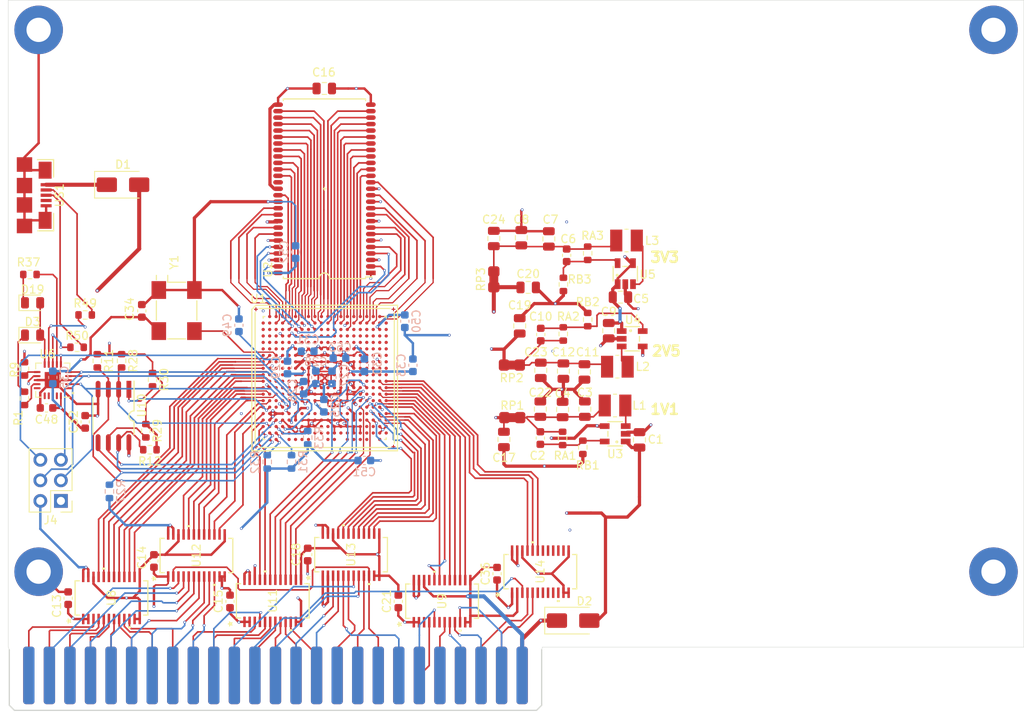
<source format=kicad_pcb>
(kicad_pcb (version 20241229) (generator "pcbnew") (generator_version "9.0")
  (layers (0 "F.Cu" signal) (4 "In1.Cu" signal) (6 "In2.Cu" signal) (2 "B.Cu" signal) (13 "F.Paste" user) (15 "B.Paste" user) (5 "F.SilkS" user "F.Silkscreen") (7 "B.SilkS" user "B.Silkscreen") (1 "F.Mask" user) (3 "B.Mask" user) (25 "Edge.Cuts" user))
  (net 0 "")
  (net 1 "+5V")
  (net 2 "GND")
  (net 3 "/power/FB1")
  (net 4 "/power/P1V1")
  (net 5 "/power/FB3")
  (net 6 "/power/P3V3")
  (net 7 "/power/FB2")
  (net 8 "/power/P2V5")
  (net 9 "+3V3")
  (net 10 "+1V1")
  (net 11 "+2V5")
  (net 12 "USB5V")
  (net 13 "CARD5V")
  (net 14 "Net-(D3-K)")
  (net 15 "FT3V3OUT")
  (net 16 "Net-(D19-K)")
  (net 17 "D2_5V")
  (net 18 "A8_5V")
  (net 19 "A7_5V")
  (net 21 "CARD-12V")
  (net 22 "D0_5V")
  (net 23 "A5_5V")
  (net 24 "~{I{slash}O_STROBE}_5V")
  (net 25 "DMA_OUT_5V")
  (net 27 "~{INH}_5V")
  (net 28 "7M_5V")
  (net 29 "A2_5V")
  (net 30 "A14_5V")
  (net 31 "A10_5V")
  (net 32 "~{RES}_5V")
  (net 33 "D1_5V")
  (net 34 "A4_5V")
  (net 35 "R{slash}~{W}_5V")
  (net 36 "RDY_5V")
  (net 37 "Q3_5V")
  (net 38 "A12_5V")
  (net 39 "A6_5V")
  (net 40 "~{NMI}_5V")
  (net 42 "D7_5V")
  (net 43 "~{I{slash}O_SELECT}_5V")
  (net 44 "CARD12V")
  (net 45 "DMA_IN_5V")
  (net 46 "A13_5V")
  (net 47 "INT_IN_5V")
  (net 48 "PHI0_5V")
  (net 49 "CARD-5V")
  (net 50 "PHI1_5V")
  (net 51 "A1_5V")
  (net 52 "~{DEVICE_SELECT}_5V")
  (net 53 "D5_5V")
  (net 54 "A15_5V")
  (net 55 "A11_5V")
  (net 56 "D6_5V")
  (net 57 "A3_5V")
  (net 58 "D4_5V")
  (net 59 "A9_5V")
  (net 60 "INT_OUT_5V")
  (net 61 "USER1_5V")
  (net 62 "A0_5V")
  (net 64 "D3_5V")
  (net 65 "FTDI_nRXLED")
  (net 66 "nRESET")
  (net 67 "/flash/FLASH_nWP")
  (net 68 "/flash/FLASH_nHOLD")
  (net 69 "/flash/FLASH_MOSI")
  (net 70 "/flash/FLASH_MISO")
  (net 71 "/flash/FLASH_SCK")
  (net 72 "/flash/FLASH_nCS")
  (net 73 "/flash/FPGA_PROGRAMN")
  (net 74 "/flash/FPGA_DONE")
  (net 75 "/flash/FPGA_INITN")
  (net 76 "FTDI_nTXLED")
  (net 77 "/usb/FTD-")
  (net 78 "USB_FTDI_D-")
  (net 79 "USB_FTDI_D+")
  (net 80 "/usb/FTD+")
  (net 82 "7M_3V3")
  (net 83 "SDRAM_D11")
  (net 84 "R{slash}~{W}_3V3")
  (net 85 "RDY_3V3")
  (net 86 "CLK_25MHz")
  (net 89 "SDRAM_D0")
  (net 90 "D6_3V3")
  (net 92 "PHI0_3V3")
  (net 93 "SDRAM_D13")
  (net 94 "SDRAM_A8")
  (net 95 "SDRAM_A0")
  (net 96 "D0_3V3")
  (net 97 "SDRAM_A10")
  (net 98 "SDRAM_nCAS")
  (net 99 "SDRAM_D5")
  (net 100 "D7_3V3")
  (net 102 "USB_FPGA_D+")
  (net 103 "Q3_3V3")
  (net 104 "JTAG_TDO")
  (net 105 "D2_3V3")
  (net 106 "SDRAM_A3")
  (net 110 "SDRAM_DQM0")
  (net 111 "~{DEVICE_SELECT}_3V3")
  (net 112 "SDRAM_D10")
  (net 113 "SDRAM_D3")
  (net 114 "SDRAM_nCS")
  (net 116 "SDRAM_nRAS")
  (net 117 "D1_3V3")
  (net 120 "SDRAM_A1")
  (net 123 "DMA_OUT_3V3")
  (net 125 "SDRAM_A5")
  (net 127 "SDRAM_D15")
  (net 128 "~{NMI}_3V3")
  (net 129 "SDRAM_A4")
  (net 130 "SDRAM_A12")
  (net 131 "SDRAM_D7")
  (net 132 "DMA_IN_3V3")
  (net 134 "D5_3V3")
  (net 136 "SDRAM_BA1")
  (net 140 "SDRAM_CLK")
  (net 141 "SDRAM_D4")
  (net 142 "USB_FPGA_D-")
  (net 143 "INT_OUT_3V3")
  (net 144 "INT_IN_3V3")
  (net 145 "JTAG_TDI")
  (net 146 "~{RES}_3V3")
  (net 147 "D4_3V3")
  (net 148 "~{INH}_3V3")
  (net 149 "JTAG_TCK")
  (net 150 "SDRAM_BA0")
  (net 152 "SDRAM_D2")
  (net 153 "SDRAM_A11")
  (net 155 "SDRAM_nWE")
  (net 156 "SDRAM_D9")
  (net 157 "SDRAM_CKE")
  (net 158 "SDRAM_D12")
  (net 160 "SDRAM_D1")
  (net 161 "SDRAM_A6")
  (net 162 "SDRAM_DQM1")
  (net 165 "USER1_3V3")
  (net 166 "SDRAM_D14")
  (net 167 "JTAG_TMS")
  (net 168 "SDRAM_D8")
  (net 169 "SDRAM_D6")
  (net 170 "PHI1_3V3")
  (net 171 "D3_3V3")
  (net 173 "SDRAM_A7")
  (net 174 "SDRAM_A2")
  (net 175 "SDRAM_A9")
  (net 176 "~{I{slash}O_STROBE}_3V3")
  (net 177 "A12_3V3")
  (net 178 "A9_3V3")
  (net 179 "A0_3V3")
  (net 180 "~{I{slash}O_SELECT}_3V3")
  (net 181 "A14_3V3")
  (net 182 "A4_3V3")
  (net 183 "A15_3V3")
  (net 184 "A7_3V3")
  (net 185 "A2_3V3")
  (net 186 "A10_3V3")
  (net 187 "A3_3V3")
  (net 188 "A6_3V3")
  (net 189 "A11_3V3")
  (net 190 "A8_3V3")
  (net 191 "A1_3V3")
  (net 192 "A13_3V3")
  (net 193 "A5_3V3")
  (net 194 "/power/L1")
  (net 195 "/power/L2")
  (net 196 "/power/L3")
  (footprint "TSOT-25:TSOT-25" (layer "F.Cu") (at 126.24908 83.9)
    (property "Reference" "U5")
    (property "Value" "TLV62569DBV" (hide yes))
  )
  (footprint "Resistor_SMD:R_0603_1608Metric" (layer "F.Cu") (at 61 94.675 -90)
    (property "Reference" "R11")
    (property "Value" "10k" (hide yes))
  )
  (footprint "footprints:DBQ24-L" (layer "F.Cu") (at 92.3575 118.6465 90)
    (property "Reference" "U13")
    (property "Value" "SN74LVC8T245" (hide yes))
  )
  (footprint "Capacitor_SMD:C_0805_2012Metric" (layer "F.Cu") (at 118.59908 95.95 -90)
    (property "Reference" "C12")
    (property "Value" "22uF" (hide yes))
  )
  (footprint "Resistor_SMD:R_0603_1608Metric" (layer "F.Cu") (at 118.59908 85.225 90)
    (property "Reference" "RB3")
    (property "Value" "3.3k" (hide yes))
  )
  (footprint "Resistor_SMD:R_0603_1608Metric" (layer "F.Cu") (at 67.5 105.669214 180)
    (property "Reference" "R12")
    (property "Value" "10k" (hide yes))
  )
  (footprint "Resistor_SMD:R_0603_1608Metric" (layer "F.Cu") (at 118.580782 91.354275 90)
    (property "Reference" "RA2")
    (property "Value" "15k" (hide yes))
  )
  (footprint "MountingHole:MountingHole_3mm_Pad" (layer "F.Cu") (at 171.75 53.75)
    (property "Reference" "H2" (hide yes))
    (property "Value" "MountingHole_Pad" (hide yes))
  )
  (footprint "Capacitor_SMD:C_0805_2012Metric" (layer "F.Cu") (at 127.99908 104.45 90)
    (property "Reference" "C1")
    (property "Value" "22uF" (hide yes))
  )
  (footprint "Capacitor_SMD:C_0805_2012Metric" (layer "F.Cu") (at 125.64908 86.8)
    (property "Reference" "C5")
    (property "Value" "22uF" (hide yes))
  )
  (footprint "footprints:DBQ24-L" (layer "F.Cu") (at 62.75 124 90)
    (property "Reference" "U8")
    (property "Value" "SN74LVC8T245" (hide yes))
  )
  (footprint "PCM_MA_Connector_AppleII:Peripheral_Bus_Edge" (layer "F.Cu") (at 83.019325 133.580513)
    (property "Reference" "J3")
    (property "Value" "Bus_Apple_II_Card_Side")
    (fp_line (start -32.893 3.683) (end -32.893 -3.175) (stroke (width 0.15)) (layer "Edge.Cuts"))
    (fp_line (start -32.258 4.318) (end -32.893 3.683) (stroke (width 0.15)) (layer "Edge.Cuts"))
    (fp_line (start 32.258 4.318) (end -32.258 4.318) (stroke (width 0.15)) (layer "Edge.Cuts"))
    (fp_line (start 32.258 4.318) (end 32.893 3.683) (stroke (width 0.15)) (layer "Edge.Cuts"))
    (fp_line (start 32.893 -3.175) (end 32.893 3.683) (stroke (width 0.15)) (layer "Edge.Cuts"))
  )
  (footprint "Resistor_SMD:R_0603_1608Metric" (layer "F.Cu") (at 64 94.675 -90)
    (property "Reference" "R28")
    (property "Value" "10k" (hide yes))
  )
  (footprint "Capacitor_SMD:C_0603_1608Metric" (layer "F.Cu") (at 59.5 102.225 90)
    (property "Reference" "C32")
    (property "Value" "22nF" (hide yes))
  )
  (footprint "Resistor_SMD:R_0603_1608Metric" (layer "F.Cu") (at 58.5 93)
    (property "Reference" "R50")
    (property "Value" "27" (hide yes))
  )
  (footprint "LED_SMD:LED_0805_2012Metric" (layer "F.Cu") (at 53 91.5)
    (property "Reference" "D3")
    (property "Value" "YELLOW")
  )
  (footprint "jumper:R_0805_2012Metric_Pad1.29x1.40mm_HandSolder_Jumper_NC" (layer "F.Cu") (at 109.99908 84.6 -90)
    (property "Reference" "RP3")
    (property "Value" "0" (hide yes))
  )
  (footprint "Capacitor_SMD:C_0603_1608Metric" (layer "F.Cu") (at 115.79908 91.425 90)
    (property "Reference" "C10")
    (property "Value" "100pF" (hide yes))
  )
  (footprint "Capacitor_SMD:C_0603_1608Metric" (layer "F.Cu") (at 115.74908 104.225 -90)
    (property "Reference" "C2")
    (property "Value" "100pF" (hide yes))
  )
  (footprint "Resistor_SMD:R_0603_1608Metric" (layer "F.Cu") (at 67 103.325 -90)
    (property "Reference" "R29")
    (property "Value" "1.1k" (hide yes))
  )
  (footprint "Capacitor_SMD:C_0603_1608Metric" (layer "F.Cu") (at 118.99908 81.625 -90)
    (property "Reference" "C6")
    (property "Value" "100pF" (hide yes))
  )
  (footprint "lfe5bg381:BGA-381_pitch0.8mm_dia0.4mm" (layer "F.Cu") (at 89.1 96.8)
    (property "Reference" "U1")
    (property "Value" "LFE5U-25F-6BG381C" (hide yes))
  )
  (footprint "Capacitor_SMD:C_0805_2012Metric" (layer "F.Cu") (at 115.74908 100.65 90)
    (property "Reference" "C22")
    (property "Value" "2.2uF" (hide yes))
  )
  (footprint "Resistor_SMD:R_0603_1608Metric" (layer "F.Cu") (at 59.5 89)
    (property "Reference" "R49")
    (property "Value" "27" (hide yes))
  )
  (footprint "TSOT-25:TSOT-25" (layer "F.Cu") (at 124.99908 103.7 90)
    (property "Reference" "U3")
    (property "Value" "TLV62569DBV" (hide yes))
  )
  (footprint "jumper:R_0805_2012Metric_Pad1.29x1.40mm_HandSolder_Jumper_NC" (layer "F.Cu") (at 112.28158 101.7 180)
    (property "Reference" "RP1")
    (property "Value" "0" (hide yes))
  )
  (footprint "LED_SMD:LED_0805_2012Metric" (layer "F.Cu") (at 53 87.5)
    (property "Reference" "D19")
    (property "Value" "RED")
  )
  (footprint "Diode_SMD:D_SMA" (layer "F.Cu") (at 119.8 126.8)
    (property "Reference" "D2")
    (property "Value" "STPS2L40AF" (hide yes))
  )
  (footprint "footprints:DBQ24-L" (layer "F.Cu") (at 103.6075 124.3965 90)
    (property "Reference" "U9")
    (property "Value" "SN74LVC8T245" (hide yes))
  )
  (footprint "MountingHole:MountingHole_3mm_Pad" (layer "F.Cu") (at 53.75 53.75)
    (property "Reference" "H1" (hide yes))
    (property "Value" "MountingHole_Pad" (hide yes))
  )
  (footprint "footprints:DBQ24-L" (layer "F.Cu") (at 73.25 118.75 90)
    (property "Reference" "U12")
    (property "Value" "SN74LVC8T245" (hide yes))
  )
  (footprint "Capacitor_SMD:C_0603_1608Metric" (layer "F.Cu") (at 57.4 124.025 90)
    (property "Reference" "C13")
    (property "Value" "22nF" (hide yes))
  )
  (footprint "footprints:DBQ24-L" (layer "F.Cu") (at 82.6825 124.3535 90)
    (property "Reference" "U11")
    (property "Value" "SN74LVC8T245" (hide yes))
  )
  (footprint "Resistor_SMD:R_0603_1608Metric" (layer "F.Cu") (at 120.99908 105.375 90)
    (property "Reference" "RB1")
    (property "Value" "18k" (hide yes))
  )
  (footprint "MountingHole:MountingHole_3mm_Pad" (layer "F.Cu") (at 53.75 120.75)
    (property "Reference" "H4" (hide yes))
    (property "Value" "MountingHole_Pad" (hide yes))
  )
  (footprint "L_1008_1210:L_1008_1210" (layer "F.Cu") (at 124.97908 100.2 180)
    (property "Reference" "L1")
    (property "Value" "2.2uH" (hide yes))
  )
  (footprint "usb_otg:USB-MICRO-B-FCI-10118192-0001LF" (layer "F.Cu") (at 52 74.2 -90)
    (property "Reference" "US1")
    (property "Value" "MICRO_USB" (hide yes))
  )
  (footprint "Resistor_SMD:R_0603_1608Metric" (layer "F.Cu") (at 121.59908 81.375 -90)
    (property "Reference" "RA3")
    (property "Value" "15k" (hide yes))
  )
  (footprint "Capacitor_SMD:C_0805_2012Metric" (layer "F.Cu") (at 89.05 61 180)
    (property "Reference" "C16")
    (property "Value" "2.2uF" (hide yes))
  )
  (footprint "TSOT-25:TSOT-25" (layer "F.Cu") (at 127.09908 91.95 -90)
    (property "Reference" "U4")
    (property "Value" "TLV62569DBV" (hide yes))
  )
  (footprint "Resistor_SMD:R_0603_1608Metric" (layer "F.Cu") (at 52 95.675 90)
    (property "Reference" "R9")
    (property "Value" "15k" (hide yes))
  )
  (footprint "L_1008_1210:L_1008_1210" (layer "F.Cu") (at 125.26908 95.4 180)
    (property "Reference" "L2")
    (property "Value" "2.2uH" (hide yes))
  )
  (footprint "SOA008-150mil:SOA008-150-208mil" (layer "F.Cu") (at 63 101.5 -90)
    (property "Reference" "U10")
    (property "Value" "IS25LP128F-JBLE" (hide yes))
  )
  (footprint "Diode_SMD:D_SMA" (layer "F.Cu") (at 64.175 72.9)
    (property "Reference" "D1")
    (property "Value" "STPS2L40AF" (hide yes))
  )
  (footprint "Capacitor_SMD:C_0805_2012Metric" (layer "F.Cu") (at 116.79908 79.6 90)
    (property "Reference" "C7")
    (property "Value" "22uF" (hide yes))
  )
  (footprint "Resistor_SMD:R_0603_1608Metric" (layer "F.Cu") (at 118.49908 104.275 -90)
    (property "Reference" "RA1")
    (property "Value" "15k" (hide yes))
  )
  (footprint "L_1008_1210:L_1008_1210" (layer "F.Cu") (at 126.39908 79.8 180)
    (property "Reference" "L3")
    (property "Value" "2.2uH" (hide yes))
  )
  (footprint "Capacitor_SMD:C_0805_2012Metric" (layer "F.Cu") (at 121.24908 100.65 90)
    (property "Reference" "C3")
    (property "Value" "22uF" (hide yes))
  )
  (footprint "Connector_PinHeader_2.54mm:PinHeader_2x03_P2.54mm_Vertical" (layer "F.Cu") (at 56.5 112 180)
    (property "Reference" "J4")
    (property "Value" "CONN_02X03" (hide yes))
  )
  (footprint "Capacitor_SMD:C_0805_2012Metric" (layer "F.Cu") (at 114.24908 85.6)
    (property "Reference" "C20")
    (property "Value" "2.2uF" (hide yes))
  )
  (footprint "Capacitor_SMD:C_0603_1608Metric" (layer "F.Cu") (at 87 118.625 90)
    (property "Reference" "C18")
    (property "Value" "22nF" (hide yes))
  )
  (footprint "TSOP54:TSOP54" (layer "F.Cu") (at 89.07 73.4 180)
    (property "Reference" "U2")
    (property "Value" "MT48LC16M16A2TG" (hide yes))
  )
  (footprint "ft231x:FT231X-QFN-20-1EP_4x4mm_P0.5mm_EP2x2mm" (layer "F.Cu") (at 55.5 97.0625 180)
    (property "Reference" "U6")
    (property "Value" "FT231XQ" (hide yes))
  )
  (footprint "Capacitor_SMD:C_0603_1608Metric" (layer "F.Cu") (at 77.4 124.425 90)
    (property "Reference" "C15")
    (property "Value" "22nF" (hide yes))
  )
  (footprint "Capacitor_SMD:C_0603_1608Metric" (layer "F.Cu") (at 110.4 121 90)
    (property "Reference" "C36")
    (property "Value" "22nF" (hide yes))
  )
  (footprint "Capacitor_SMD:C_0805_2012Metric" (layer "F.Cu") (at 113.39908 79.45 90)
    (property "Reference" "C8")
    (property "Value" "22uF" (hide yes))
  )
  (footprint "Capacitor_SMD:C_0805_2012Metric" (layer "F.Cu") (at 111.24908 104.4 -90)
    (property "Reference" "C17")
    (property "Value" "2.2uF" (hide yes))
  )
  (footprint "Capacitor_SMD:C_0805_2012Metric" (layer "F.Cu") (at 118.49908 100.7 90)
    (property "Reference" "C4")
    (property "Value" "22uF" (hide yes))
  )
  (footprint "Capacitor_SMD:C_0603_1608Metric" (layer "F.Cu") (at 98.2 124.425 90)
    (property "Reference" "C21")
    (property "Value" "22nF" (hide yes))
  )
  (footprint "jumper:R_0805_2012Metric_Pad1.29x1.40mm_HandSolder_Jumper_NC" (layer "F.Cu") (at 112.23158 95.2 180)
    (property "Reference" "RP2")
    (property "Value" "0" (hide yes))
  )
  (footprint "Resistor_SMD:R_0603_1608Metric" (layer "F.Cu") (at 67.825 97 -90)
    (property "Reference" "R30")
    (property "Value" "4.7k" (hide yes))
  )
  (footprint "Resistor_SMD:R_0603_1608Metric" (layer "F.Cu") (at 52 99.325 90)
    (property "Reference" "R1")
    (property "Value" "549" (hide yes))
  )
  (footprint "MountingHole:MountingHole_3mm_Pad" (layer "F.Cu") (at 171.75 120.75)
    (property "Reference" "H3" (hide yes))
    (property "Value" "MountingHole_Pad" (hide yes))
  )
  (footprint "Resistor_SMD:R_0603_1608Metric" (layer "F.Cu") (at 52.675 84 180)
    (property "Reference" "R37")
    (property "Value" "549" (hide yes))
  )
  (footprint "Capacitor_SMD:C_0805_2012Metric" (layer "F.Cu") (at 124.19908 90.95 -90)
    (property "Reference" "C9")
    (property "Value" "22uF" (hide yes))
  )
  (footprint "Capacitor_SMD:C_0603_1608Metric" (layer "F.Cu") (at 66.5 88.5 -90)
    (property "Reference" "C34")
    (property "Value" "22nF" (hide yes))
  )
  (footprint "Capacitor_SMD:C_0805_2012Metric" (layer "F.Cu") (at 113.19908 90.35 90)
    (property "Reference" "C19")
    (property "Value" "2.2uF" (hide yes))
  )
  (footprint "footprints:DBQ24-L" (layer "F.Cu") (at 115.75 120.75 90)
    (property "Reference" "U14")
    (property "Value" "SN74LVC8T245" (hide yes))
  )
  (footprint "Capacitor_SMD:C_0805_2012Metric" (layer "F.Cu") (at 109.99908 79.55 90)
    (property "Reference" "C24")
    (property "Value" "2.2uF" (hide yes))
  )
  (footprint "oscxo:Crystal_SMD_7050_4Pads" (layer "F.Cu") (at 70.8 88.46 -90)
    (property "Reference" "Y1")
    (property "Value" "FNETHE025" (hide yes))
  )
  (footprint "Capacitor_SMD:C_0603_1608Metric" (layer "F.Cu") (at 68 119.425 90)
    (property "Reference" "C14")
    (property "Value" "22nF" (hide yes))
  )
  (footprint "Resistor_SMD:R_0603_1608Metric" (layer "F.Cu") (at 121.59908 89.575 -90)
    (property "Reference" "RB2")
    (property "Value" "4.7k" (hide yes))
  )
  (footprint "Capacitor_SMD:C_0805_2012Metric" (layer "F.Cu") (at 115.79908 95.85 -90)
    (property "Reference" "C23")
    (property "Value" "2.2uF" (hide yes))
  )
  (footprint "Capacitor_SMD:C_0603_1608Metric" (layer "F.Cu") (at 54.725 100.5 180)
    (property "Reference" "C48")
    (property "Value" "22nF")
  )
  (footprint "Capacitor_SMD:C_0805_2012Metric" (layer "F.Cu") (at 121.19908 96.05 -90)
    (property "Reference" "C11")
    (property "Value" "22uF" (hide yes))
  )
  (footprint "Capacitor_SMD:C_0603_1608Metric" (layer "B.Cu") (at 89 100.225 90)
    (property "Reference" "C25")
    (property "Value" "22nF" (hide yes))
  )
  (footprint "Capacitor_SMD:C_0603_1608Metric" (layer "B.Cu") (at 100 95.225 -90)
    (property "Reference" "C33")
    (property "Value" "22nF" (hide yes))
  )
  (footprint "Resistor_SMD:R_0603_1608Metric" (layer "B.Cu") (at 85 107.175 90)
    (property "Reference" "R31")
    (property "Value" "15k" (hide yes))
  )
  (footprint "Capacitor_SMD:C_0603_1608Metric" (layer "B.Cu") (at 90 96.725 -90)
    (property "Reference" "C27")
    (property "Value" "22nF" (hide yes))
  )
  (footprint "Capacitor_SMD:C_0603_1608Metric" (layer "B.Cu") (at 94 107)
    (property "Reference" "C51")
    (property "Value" "22nF" (hide yes))
  )
  (footprint "Resistor_SMD:R_0603_1608Metric" (layer "B.Cu") (at 82 107.175 90)
    (property "Reference" "R32")
    (property "Value" "15k" (hide yes))
  )
  (footprint "Capacitor_SMD:C_0603_1608Metric" (layer "B.Cu") (at 99 89.775 90)
    (property "Reference" "C50")
    (property "Value" "22nF" (hide yes))
  )
  (footprint "Capacitor_SMD:C_0603_1608Metric" (layer "B.Cu") (at 87 93.5 180)
    (property "Reference" "C31")
    (property "Value" "22nF" (hide yes))
  )
  (footprint "Capacitor_SMD:C_0603_1608Metric" (layer "B.Cu") (at 88 96.725 -90)
    (property "Reference" "C28")
    (property "Value" "22nF" (hide yes))
  )
  (footprint "Resistor_SMD:R_0603_1608Metric" (layer "B.Cu") (at 62.5 110.825 90)
    (property "Reference" "R27")
    (property "Value" "10k" (hide yes))
  )
  (footprint "Capacitor_SMD:C_0603_1608Metric" (layer "B.Cu") (at 94 95.225 -90)
    (property "Reference" "C30")
    (property "Value" "22nF" (hide yes))
  )
  (footprint "Capacitor_SMD:C_0603_1608Metric" (layer "B.Cu") (at 90.92507 94.34993)
    (property "Reference" "C53")
    (property "Value" "22nF" (hide yes))
  )
  (footprint "Capacitor_SMD:C_0603_1608Metric" (layer "B.Cu") (at 84.5 95.5 -90)
    (property "Reference" "C29")
    (property "Value" "22nF" (hide yes))
  )
  (footprint "Capacitor_SMD:C_0603_1608Metric" (layer "B.Cu") (at 85.5 81.225 -90)
    (property "Reference" "C52")
    (property "Value" "22nF" (hide yes))
  )
  (footprint "Capacitor_SMD:C_0603_1608Metric" (layer "B.Cu") (at 78.5 90.275 -90)
    (property "Reference" "C49")
    (property "Value" "22nF" (hide yes))
  )
  (footprint "Capacitor_SMD:C_0603_1608Metric" (layer "B.Cu") (at 55.5 96.725 90)
    (property "Reference" "C35")
    (property "Value" "22nF" (hide yes))
  )
  (footprint "Capacitor_SMD:C_0603_1608Metric" (layer "B.Cu") (at 86.5 98 -90)
    (property "Reference" "C26")
    (property "Value" "22nF" (hide yes))
  )
  (footprint "Resistor_SMD:R_0603_1608Metric" (layer "B.Cu") (at 87 104.175 90)
    (property "Reference" "R33")
    (property "Value" "15k" (hide yes))
  )
  (gr_circle (center 88.294417 95.994417) (end 88.344417 95.994417) (stroke (width 0.2)) (fill yes) (layer "F.Cu") (net 2))
  (gr_circle (center 89.892595 95.992595) (end 89.942595 95.992595) (stroke (width 0.2)) (fill yes) (layer "F.Cu") (net 2))
  (gr_line (start 49.999325 130.080513) (end 49.999325 110.080513) (stroke (width 0.05)) (layer "Edge.Cuts"))
  (gr_line (start 175.499325 130.080513) (end 175.499325 50.080513) (stroke (width 0.05)) (layer "Edge.Cuts"))
  (gr_line (start 49.999325 110.080513) (end 49.999325 80.080513) (stroke (width 0.05)) (layer "Edge.Cuts"))
  (gr_line (start 49.999325 50.080513) (end 50.499325 50.080513) (stroke (width 0.05)) (layer "Edge.Cuts"))
  (gr_line (start 175.499325 50.080513) (end 50.499325 50.080513) (stroke (width 0.05)) (layer "Edge.Cuts"))
  (gr_line (start 115.912325 130.405513) (end 115.999325 130.080513) (stroke (width 0.05)) (layer "Edge.Cuts"))
  (gr_line (start 49.999325 80.080513) (end 49.999325 50.080513) (stroke (width 0.05)) (layer "Edge.Cuts"))
  (gr_line (start 115.999325 130.080513) (end 175.499325 130.080513) (stroke (width 0.05)) (layer "Edge.Cuts"))
  (gr_line (start 50.126325 130.405513) (end 49.999325 130.080513) (stroke (width 0.05)) (layer "Edge.Cuts"))
  (gr_text "1V1" (at 129.19908 101.4 0) (layer "F.SilkS") (effects (font (size 1.25 1.25) (thickness 0.3) (bold yes)) (justify left bottom)))
  (gr_text "2V5" (at 129.39908 94.2 0) (layer "F.SilkS") (effects (font (size 1.25 1.25) (thickness 0.3) (bold yes)) (justify left bottom)))
  (gr_text "3V3" (at 129.19908 82.6 0) (layer "F.SilkS") (effects (font (size 1.25 1.25) (thickness 0.3) (bold yes)) (justify left bottom)))
  (segment (start 123.69908 102.75) (end 122.79908 102.75) (width 0.4) (layer "F.Cu") (net 1))
  (segment (start 52.5 97.196702) (end 52.5 97.5) (width 0.2) (layer "F.Cu") (net 1))
  (segment (start 66.175 72.9) (end 66.175 80.825) (width 0.5) (layer "F.Cu") (net 1))
  (segment (start 53.134202 96.5625) (end 52.5 97.196702) (width 0.2) (layer "F.Cu") (net 1))
  (segment (start 124.19908 90) (end 125.39908 90) (width 0.4) (layer "F.Cu") (net 1))
  (segment (start 122.8 126.8) (end 121.8 126.8) (width 0.2) (layer "F.Cu") (net 1))
  (segment (start 125.29908 85.2) (end 125.29908 84.5) (width 0.3) (layer "F.Cu") (net 1))
  (segment (start 124.69908 86.8) (end 124.69908 87.3) (width 0.2) (layer "F.Cu") (net 1))
  (segment (start 121.518596 102.7) (end 122.74908 102.7) (width 0.4) (layer "F.Cu") (net 1))
  (segment (start 126.99908 82.6) (end 126.19908 81.8) (width 0.4) (layer "F.Cu") (net 1))
  (segment (start 122 113.5) (end 123.3 113.5) (width 0.4) (layer "F.Cu") (net 1))
  (segment (start 123.8 114) (end 126.5 114) (width 0.4) (layer "F.Cu") (net 1))
  (segment (start 124.69908 87.3) (end 125.59908 88.2) (width 0.4) (layer "F.Cu") (net 1))
  (segment (start 117.110888 104.223717) (end 117.138171 104.251) (width 0.4) (layer "F.Cu") (net 1))
  (segment (start 117.138171 104.251) (end 119.967596 104.251) (width 0.4) (layer "F.Cu") (net 1))
  (segment (start 127.99908 112.49908) (end 127.99908 111.5) (width 0.4) (layer "F.Cu") (net 1))
  (segment (start 124.69908 86.8) (end 124.69908 85.8) (width 0.4) (layer "F.Cu") (net 1))
  (segment (start 125.39908 90) (end 125.59908 89.8) (width 0.4) (layer "F.Cu") (net 1))
  (segment (start 128 112.5) (end 127.99908 112.49908) (width 0.4) (layer "F.Cu") (net 1))
  (segment (start 123.8 114) (end 123.8 125.8) (width 0.4) (layer "F.Cu") (net 1))
  (segment (start 125.79908 90) (end 125.59908 89.8) (width 0.2) (layer "F.Cu") (net 1))
  (segment (start 127.99908 105.4) (end 127.04908 105.4) (width 0.4) (layer "F.Cu") (net 1))
  (segment (start 122 113.5) (end 119 113.5) (width 0.4) (layer "F.Cu") (net 1))
  (segment (start 123.3 113.5) (end 123.8 114) (width 0.4) (layer "F.Cu") (net 1))
  (segment (start 123.8 125.8) (end 122.8 126.8) (width 0.4) (layer "F.Cu") (net 1))
  (segment (start 127.99908 111.5) (end 127.99908 105.4) (width 0.4) (layer "F.Cu") (net 1))
  (segment (start 125.29908 84.5) (end 127.19908 82.6) (width 0.3) (layer "F.Cu") (net 1))
  (segment (start 127.19908 82.6) (end 126.99908 82.6) (width 0.2) (layer "F.Cu") (net 1))
  (segment (start 128.39908 92.9) (end 128.39908 94) (width 0.4) (layer "F.Cu") (net 1))
  (segment (start 53.5625 96.5625) (end 53.134202 96.5625) (width 0.2) (layer "F.Cu") (net 1))
  (segment (start 66.175 80.825) (end 61 86) (width 0.5) (layer "F.Cu") (net 1))
  (segment (start 126.5 114) (end 128 112.5) (width 0.4) (layer "F.Cu") (net 1))
  (segment (start 119.967596 104.251) (end 121.518596 102.7) (width 0.4) (layer "F.Cu") (net 1))
  (segment (start 122.79908 102.75) (end 122.74908 102.7) (width 0.2) (layer "F.Cu") (net 1))
  (segment (start 125.79908 91) (end 125.79908 90) (width 0.4) (layer "F.Cu") (net 1))
  (segment (start 127.04908 105.4) (end 126.29908 104.65) (width 0.4) (layer "F.Cu") (net 1))
  (segment (start 124.69908 85.8) (end 125.29908 85.2) (width 0.4) (layer "F.Cu") (net 1))
  (via (at 119 113.5) (size 0.35) (drill 0.2) (layers "F.Cu" "B.Cu") (net 1))
  (via (at 128.39908 94) (size 0.35) (drill 0.2) (layers "F.Cu" "B.Cu") (net 1))
  (via (at 119 77.5) (size 0.35) (drill 0.2) (layers "F.Cu" "B.Cu") (net 1))
  (via (at 126.19908 81.8) (size 0.35) (drill 0.2) (layers "F.Cu" "B.Cu") (net 1))
  (via (at 122.74908 102.7) (size 0.35) (drill 0.2) (layers "F.Cu" "B.Cu") (net 1))
  (via (at 125.59908 89.8) (size 0.35) (drill 0.2) (layers "F.Cu" "B.Cu") (net 1))
  (via (at 117.293021 93.477912) (size 0.35) (drill 0.2) (layers "F.Cu" "B.Cu") (net 1))
  (via (at 52.5 97.5) (size 0.35) (drill 0.2) (layers "F.Cu" "B.Cu") (net 1))
  (via (at 117.110888 104.223717) (size 0.35) (drill 0.2) (layers "F.Cu" "B.Cu") (net 1))
  (via (at 125.59908 88.2) (size 0.35) (drill 0.2) (layers "F.Cu" "B.Cu") (net 1))
  (via (at 61 86) (size 0.35) (drill 0.2) (layers "F.Cu" "B.Cu") (net 1))
  (segment (start 125.59908 89.8) (end 125.59908 88.2) (width 0.4) (layer "B.Cu") (net 1))
  (segment (start 111.49908 107.7) (end 116.24908 107.7) (width 0.4) (layer "F.Cu") (net 2))
  (segment (start 89.5 96.4) (end 88.7 97.2) (width 0.2) (layer "F.Cu") (net 2))
  (segment (start 89.119017 97.580983) (end 89.5 97.2) (width 0.2) (layer "F.Cu") (net 2))
  (segment (start 95.9 103.6) (end 95.9 103.571518) (width 0.2) (layer "F.Cu") (net 2))
  (segment (start 95.85 118.35) (end 95.85 116.043) (width 0.3) (layer "F.Cu") (net 2))
  (segment (start 94.8 75) (end 96 75) (width 0.2) (layer "F.Cu") (net 2))
  (segment (start 89.90765 97.592692) (end 89.892595 97.577637) (width 0.2) (layer "F.Cu") (net 2))
  (segment (start 82.339 72.882079) (end 82.339 63.517921) (width 0.4) (layer "F.Cu") (net 2))
  (segment (start 92.7 103.6) (end 92.7 102.8) (width 0.2) (layer "F.Cu") (net 2))
  (segment (start 66.2425 126.6035) (end 66.2425 124.2425) (width 0.3) (layer "F.Cu") (net 2))
  (segment (start 89.105573 97.580983) (end 89.895941 97.580983) (width 0.2) (layer "F.Cu") (net 2))
  (segment (start 113.19908 89.4) (end 114.99908 87.6) (width 0.4) (layer "F.Cu") (net 2))
  (segment (start 91.9 98) (end 91.9 98.8) (width 0.2) (layer "F.Cu") (net 2))
  (segment (start 93.5 103.6) (end 93.5 102.8) (width 0.2) (layer "F.Cu") (net 2))
  (segment (start 87.9 94) (end 87.1 93.2) (width 0.2) (layer "F.Cu") (net 2))
  (segment (start 83.6 94.3) (end 83.9 94) (width 0.2) (layer "F.Cu") (net 2))
  (segment (start 94.3 94) (end 94.3 93.937409) (width 0.2) (layer "F.Cu") (net 2))
  (segment (start 95.585092 90.483333) (end 95.585092 90.485092) (width 0.2) (layer "F.Cu") (net 2))
  (segment (start 113.29908 78.6) (end 113.39908 78.5) (width 0.3) (layer "F.Cu") (net 2))
  (segment (start 109.99908 78.6) (end 113.29908 78.6) (width 0.3) (layer "F.Cu") (net 2))
  (segment (start 88.296239 95.992595) (end 89.892595 95.992595) (width 0.2) (layer "F.Cu") (net 2))
  (segment (start 87.505014 102.394986) (end 87.9 102) (width 0.2) (layer "F.Cu") (net 2))
  (segment (start 92.999 98.501) (end 92.7 98.8) (width 0.2) (layer "F.Cu") (net 2))
  (segment (start 88.8 95.6) (end 89.1 95.3) (width 0.2) (layer "F.Cu") (net 2))
  (segment (start 88.7 95.6) (end 88.8 95.6) (width 0.2) (layer "F.Cu") (net 2))
  (segment (start 89.892595 95.992595) (end 89.907405 95.992595) (width 0.2) (layer "F.Cu") (net 2))
  (segment (start 87.1 94) (end 87.9 94) (width 0.2) (layer "F.Cu") (net 2))
  (segment (start 69.3717 118.65) (end 75.0867 118.65) (width 0.3) (layer "F.Cu") (net 2))
  (segment (start 113.39908 76.10092) (end 113.5 76) (width 0.3) (layer "F.Cu") (net 2))
  (segment (start 91.9 102) (end 91.1 102) (width 0.2) (layer "F.Cu") (net 2))
  (segment (start 60.174 93.826) (end 60.174 91.826) (width 0.3) (layer "F.Cu") (net 2))
  (segment (start 86.175 124.375) (end 85.8 124) (width 0.3) (layer "F.Cu") (net 2))
  (segment (start 86.624708 95.924708) (end 86.3 95.6) (width 0.3) (layer "F.Cu") (net 2))
  (segment (start 94.3 94) (end 94.305713 94) (width 0.2) (layer "F.Cu") (net 2))
  (segment (start 85.5 102.8) (end 85.5 102.813546) (width 0.2) (layer "F.Cu") (net 2))
  (segment (start 86.702219 93.57687) (end 86.702219 93.602219) (width 0.2) (layer "F.Cu") (net 2))
  (segment (start 92.276615 96.023385) (end 91.9 96.4) (width 0.2) (layer "F.Cu") (net 2))
  (segment (start 89.895941 97.580983) (end 89.90765 97.592692) (width 0.2) (layer "F.Cu") (net 2))
  (segment (start 77.2 122.8) (end 77.4 123) (width 0.3) (layer "F.Cu") (net 2))
  (segment (start 107.1 126.2) (end 112.4 126.2) (width 0.3) (layer "F.Cu") (net 2))
  (segment (start 52.7 71.1) (end 52 70.4) (width 0.2) (layer "F.Cu") (net 2))
  (segment (start 86.3 96.319271) (end 86.624708 95.994563) (width 0.3) (layer "F.Cu") (net 2))
  (segment (start 56.25 123.25) (end 53.75 120.75) (width 0.3) (layer "F.Cu") (net 2))
  (segment (start 82.3 98) (end 81.946128 97.646128) (width 0.3) (layer "F.Cu") (net 2))
  (segment (start 87.1 102) (end 87.1 102.8) (width 0.2) (layer "F.Cu") (net 2))
  (segment (start 87.505014 102.399221) (end 87.505014 102.394986) (width 0.2) (layer "F.Cu") (net 2))
  (segment (start 55.5 97.0625) (end 58.4375 100) (width 0.3) (layer "F.Cu") (net 2))
  (segment (start 54.55 77.3) (end 52.7 77.3) (width 0.3) (layer "F.Cu") (net 2))
  (segment (start 77.4 123) (end 77.4 123.65) (width 0.3) (layer "F.Cu") (net 2))
  (segment (start 91.501654 93.601654) (end 91.9 94) (width 0.2) (layer "F.Cu") (net 2))
  (segment (start 94.8 79.8) (end 95.988909 79.8) (width 0.2) (layer "F.Cu") (net 2))
  (segment (start 85.5 94) (end 86.3 93.2) (width 0.2) (layer "F.Cu") (net 2))
  (segment (start 92.668807 96.4) (end 92.276615 96.007808) (width 0.2) (layer "F.Cu") (net 2))
  (segment (start 97.05 121.25) (end 95.85 121.25) (width 0.3) (layer "F.Cu") (net 2))
  (segment (start 53.95 98.6125) (end 55.5 97.0625) (width 0.3) (layer "F.Cu") (net 2))
  (segment (start 64.6 124) (end 65.4 124) (width 0.3) (layer "F.Cu") (net 2))
  (segment (start 127.99908 103.5) (end 126.49908 103.5) (width 0.4) (layer "F.Cu") (net 2))
  (segment (start 91.498346 93.601654) (end 91.9 93.2) (width 0.2) (layer "F.Cu") (net 2))
  (segment (start 82.217437 82.217437) (end 83.322563 82.217437) (width 0.3) (layer "F.Cu") (net 2))
  (segment (start 87.9 96.4) (end 88.7 96.4) (width 0.2) (layer "F.Cu") (net 2))
  (segment (start 76.1075 121.3535) (end 76.4 121.3535) (width 0.3) (layer "F.Cu") (net 2))
  (segment (start 90.6 100.3) (end 89.6 100.3) (width 0.2) (layer "F.Cu") (net 2))
  (segment (start 91.1 102.8) (end 90.3 102.8) (width 0.2) (layer "F.Cu") (net 2))
  (segment (start 60.5275 122.2442) (end 62.2833 124) (width 0.3) (layer "F.Cu") (net 2))
  (segment (start 119.99908 98.45) (end 119.99908 98.2) (width 0.4) (layer "F.Cu") (net 2))
  (segment (start 52 69.5) (end 53.75 67.75) (width 0.3) (layer "F.Cu") (net 2))
  (segment (start 124.19908 91.9) (end 124.09908 91.9) (width 0.2) (layer "F.Cu") (net 2))
  (segment (start 91.469233 93.601654) (end 91.498346 93.601654) (width 0.2) (layer "F.Cu") (net 2))
  (segment (start 95.988909 79.8) (end 96.061093 79.727816) (width 0.2) (layer "F.Cu") (net 2))
  (segment (start 86.3 98) (end 86.3 98.8) (width 0.2) (layer "F.Cu") (net 2))
  (segment (start 85.888588 103.202134) (end 85.902134 103.202134) (width 0.2) (layer "F.Cu") (net 2))
  (segment (start 82.3 95.6) (end 82.6 95.3) (width 0.2) (layer "F.Cu") (net 2))
  (segment (start 119.2425 118.9212) (end 117.1637 121) (width 0.3) (layer "F.Cu") (net 2))
  (segment (start 91.1 102.8) (end 91.08611 102.8) (width 0.2) (layer "F.Cu") (net 2))
  (segment (start 91.8443 118.6) (end 95.6 118.6) (width 0.3) (layer "F.Cu") (net 2))
  (segment (start 83.34 83.8) (end 82.168755 83.8) (width 0.3) (layer "F.Cu") (net 2))
  (segment (start 86.3 103.6) (end 87.1 102.8) (width 0.2) (layer "F.Cu") (net 2))
  (segment (start 60.174 91.826) (end 62.725 89.275) (width 0.3) (layer "F.Cu") (net 2))
  (segment (start 89.105573 97.580983) (end 89.119017 97.580983) (width 0.2) (layer "F.Cu") (net 2))
  (segment (start 85.897866 103.202134) (end 86.3 102.8) (width 0.2) (layer "F.Cu") (net 2))
  (segment (start 90.3 99.6) (end 90.3 100) (width 0.2) (layer "F.Cu") (net 2))
  (segment (start 121.59908 88.75) (end 120.44908 87.6) (width 0.4) (layer "F.Cu") (net 2))
  (segment (start 93.9025 93.6025) (end 94.3 94) (width 0.2) (layer "F.Cu") (net 2))
  (segment (start 86.3 96.4) (end 86.3 96.319271) (width 0.2) (layer "F.Cu") (net 2))
  (segment (start 98.2 122.4) (end 97.05 121.25) (width 0.3) (layer "F.Cu") (net 2))
  (segment (start 88.1 61) (end 84.5 61) (width 0.3) (layer "F.Cu") (net 2))
  (segment (start 89.907405 95.992595) (end 90.3 95.6) (width 0.2) (layer "F.Cu") (net 2))
  (segment (start 108.775 120.225) (end 110.4 120.225) (width 0.2) (layer "F.Cu") (net 2))
  (segment (start 102.5443 123.8) (end 106.8 123.8) (width 0.3) (layer "F.Cu") (net 2))
  (segment (start 112.8925 125.7075) (end 112.8925 123.3535) (width 0.3) (layer "F.Cu") (net 2))
  (segment (start 61.095 98.198) (end 61.095 100) (width 0.3) (layer "F.Cu") (net 2))
  (segment (start 89.5 95.6) (end 89.892595 95.992595) (width 0.2) (layer "F.Cu") (net 2))
  (segment (start 87.1 102.8) (end 86.3 102.8) (width 0.2) (layer "F.Cu") (net 2))
  (segment (start 90.3 97.2) (end 90.3 97.200342) (width 0.2) (layer "F.Cu") (net 2))
  (segment (start 82.856921 63) (end 83.34 63) (width 0.4) (layer "F.Cu") (net 2))
  (segment (start 90.135 116.043) (end 90.135 116.8907) (width 0.3) (layer "F.Cu") (net 2))
  (segment (start 88.303495 97.580983) (end 89.105573 97.580983) (width 0.2) (layer "F.Cu") (net 2))
  (segment (start 95.215 121.25) (end 95.85 121.25) (width 0.3) (layer "F.Cu") (net 2))
  (segment (start 58.4375 100) (end 61.095 100) (width 0.3) (layer "F.Cu") (net 2))
  (segment (start 101.385 121.793) (end 101.385 122.6407) (width 0.3) (layer "F.Cu") (net 2))
  (segment (start 83.34 73.4) (end 82.856921 73.4) (width 0.4) (layer "F.Cu") (net 2))
  (segment (start 107.207 121.793) (end 108.775 120.225) (width 0.3) (layer "F.Cu") (net 2))
  (segment (start 60.95 101.45) (end 61 101.5) (width 0.2) (layer "F.Cu") (net 2))
  (segment (start 87.9 102) (end 87.1 102) (width 0.2) (layer "F.Cu") (net 2))
  (segment (start 92.7 96.4) (end 92.668807 96.4) (width 0.2) (layer "F.Cu") (net 2))
  (segment (start 85.54 126.957) (end 86.175 126.957) (width 0.3) (layer "F.Cu") (net 2))
  (segment (start 95.584444 94.484444) (end 95.9 94.8) (width 0.2) (layer "F.Cu") (net 2))
  (segment (start 82.168755 83.8) (end 82.153445 83.81531) (width 0.3) (layer "F.Cu") (net 2))
  (segment (start 89.500342 98) (end 89.90765 97.592692) (width 0.2) (layer "F.Cu") (net 2))
  (segment (start 92.7 94) (end 93.0975 93.6025) (width 0.2) (layer "F.Cu") (net 2))
  (segment (start 83.9 100.4) (end 83.5 100) (width 0.2) (layer "F.Cu") (net 2))
  (segment (start 89.5 99.6) (end 90.3 99.6) (width 0.2) (layer "F.Cu") (net 2))
  (segment (start 62.725 89.275) (end 66.5 89.275) (width 0.3) (layer "F.Cu") (net 2))
  (segment (start 66.875 89.275) (end 68.6 91) (width 0.3) (layer "F.Cu") (net 2))
  (segment (start 111.24908 107.45) (end 111.49908 107.7) (width 0.4) (layer "F.Cu") (net 2))
  (segment (start 91.502513 102.397487) (end 91.9 102) (width 0.2) (layer "F.Cu") (net 2))
  (segment (start 124.09908 91.9) (end 123.19908 92.8) (width 0.4) (layer "F.Cu") (net 2))
  (segment (start 52.7 77.3) (end 52 78) (width 0.2) (layer "F.Cu") (net 2))
  (segment (start 92.276615 96.007808) (end 92.276615 96.023385) (width 0.2) (layer "F.Cu") (net 2))
  (segment (start 115.74908 99.7) (end 117.19908 98.25) (width 0.4) (layer "F.Cu") (net 2))
  (segment (start 88.7 96.4) (end 89.5 96.4) (width 0.2) (layer "F.Cu") (net 2))
  (segment (start 84.7 102.8) (end 85.5 102.8) (width 0.2) (layer "F.Cu") (net 2))
  (segment (start 83.6 91.3) (end 83.9 91.6) (width 0.2) (layer "F.Cu") (net 2))
  (segment (start 118.49908 99.75) (end 118.49908 98.3) (width 0.4) (layer "F.Cu") (net 2))
  (segment (start 89.096533 93.648824) (end 89.148824 93.648824) (width 0.2) (layer "F.Cu") (net 2))
  (segment (start 87.9 97.984478) (end 88.303495 97.580983) (width 0.2) (layer "F.Cu") (net 2))
  (segment (start 88.294417 95.994417) (end 88.305583 95.994417) (width 0.2) (layer "F.Cu") (net 2))
  (segment (start 86.702219 93.57687) (end 86.72313 93.57687) (width 0.2) (layer "F.Cu") (net 2))
  (segment (start 98.2 123.65) (end 98.2 122.4) (width 0.3) (layer "F.Cu") (net 2))
  (segment (start 88.7 96.4) (end 89.5 97.2) (width 0.2) (layer "F.Cu") (net 2))
  (segment (start 118.59908 86.6) (end 117.59908 87.6) (width 0.4) (layer "F.Cu") (net 2))
  (segment (start 86.175 126.957) (end 86.175 124.375) (width 0.3) (layer "F.Cu") (net 2))
  (segment (start 118.59908 96.9) (end 118.59908 98) (width 0.4) (layer "F.Cu") (net 2))
  (segment (start 90.135 116.8907) (end 91.8443 118.6) (width 0.3) (layer "F.Cu") (net 2))
  (segment (start 112.4 126.2) (end 112.8925 125.7075) (width 0.3) (layer "F.Cu") (net 2))
  (segment (start 83.9 100.4) (end 83.9 100.399532) (width 0.2) (layer "F.Cu") (net 2))
  (segment (start 87.1 102.8) (end 87.9 102.8) (width 0.2) (layer "F.Cu") (net 2))
  (segment (start 76.7425 116.9942) (end 76.7425 116.1465) (width 0.3) (layer "F.Cu") (net 2))
  (segment (start 126.24908 85.2) (end 126.24908 86.45) (width 0.4) (layer "F.Cu") (net 2))
  (segment (start 82 77.5) (end 83.24 77.5) (width 0.4) (layer "F.Cu") (net 2))
  (segment (start 83.6 102.3) (end 83.9 102) (width 0.2) (layer "F.Cu") (net 2))
  (segment (start 85.5 98.8) (end 86.3 98.8) (width 0.2) (layer "F.Cu") (net 2))
  (segment (start 83.24 77.5) (end 83.34 77.4) (width 0.4) (layer "F.Cu") (net 2))
  (segment (start 91.9 98) (end 91.9 98.09585) (width 0.2) (layer "F.Cu") (net 2))
  (segment (start 86.3 98.8) (end 86.3 99.6) (width 0.2) (layer "F.Cu") (net 2))
  (segment (start 90.693505 102.407395) (end 90.693505 102.406495) (width 0.2) (layer "F.Cu") (net 2))
  (segment (start 87.9 97.2) (end 87.922512 97.2) (width 0.2) (layer "F.Cu") (net 2))
  (segment (start 90.6 100.3) (end 91.296022 100.3) (width 0.2) (layer "F.Cu") (net 2))
  (segment (start 66.2425 123.1575) (end 66.2425 121.3965) (width 0.3) (layer "F.Cu") (net 2))
  (segment (start 90.3 100) (end 90.6 100.3) (width 0.2) (layer "F.Cu") (net 2))
  (segment (start 117.19908 87.6) (end 117.59908 87.6) (width 0.2) (layer "F.Cu") (net 2))
  (segment (start 125.79908 91.95) (end 124.24908 91.95) (width 0.4) (layer "F.Cu") (net 2))
  (segment (start 88.745357 94) (end 89.096533 93.648824) (width 0.2) (layer "F.Cu") (net 2))
  (segment (start 126.24908 86.45) (end 126.59908 86.8) (width 0.2) (layer "F.Cu") (net 2))
  (segment (start 88.7 102) (end 87.9 102) (width 0.2) (layer "F.Cu") (net 2))
  (segment (start 86.175 118.675) (end 87 117.85) (width 0.3) (layer "F.Cu") (net 2))
  (segment (start 118.6075 123.3535) (end 119.2425 123.3535) (width 0.3) (layer "F.Cu") (net 2))
  (segment (start 119.2425 118.1465) (end 119.2425 118.9212) (width 0.3) (layer "F.Cu") (net 2))
  (segment (start 91.9 94) (end 92.7 94) (width 0.2) (layer "F.Cu") (net 2))
  (segment (start 95.85 118.85) (end 95.6 118.6) (width 0.3) (layer "F.Cu") (net 2))
  (segment (start 91.469233 93.601654) (end 91.501654 93.601654) (width 0.2) (layer "F.Cu") (net 2))
  (segment (start 88.7 98) (end 88.7 97.977488) (width 0.2) (layer "F.Cu") (net 2))
  (segment (start 66.5 89.275) (end 66.875 89.275) (width 0.3) (layer "F.Cu") (net 2))
  (segment (start 90.3 96.4) (end 89.5 96.4) (width 0.2) (layer "F.Cu") (net 2))
  (segment (start 82.856921 73.4) (end 82.339 72.882079) (width 0.4) (layer "F.Cu") (net 2))
  (segment (start 54.55 71.1) (end 52.7 71.1) (width 0.3) (layer "F.Cu") (net 2))
  (segment (start 54.675 77.175) (end 54.55 77.3) (width 0.2) (layer "F.Cu") (net 2))
  (segment (start 95.9 103.571518) (end 96.285008 103.18651) (width 0.2) (layer "F.Cu") (net 2))
  (segment (start 85.5 103.6) (end 85.5 103.590722) (width 0.2) (layer "F.Cu") (net 2))
  (segment (start 85.888588 103.202134) (end 85.897866 103.202134) (width 0.2) (layer "F.Cu") (net 2))
  (segment (start 107.1 127) (end 107.1 126.2) (width 0.3) (layer "F.Cu") (net 2))
  (segment (start 91.1 99.6) (end 91.9 99.6) (width 0.2) (layer "F.Cu") (net 2))
  (segment (start 95.85 121.25) (end 95.85 118.85) (width 0.3) (layer "F.Cu") (net 2))
  (segment (start 95.9 102.8) (end 95.9 102.801502) (width 0.2) (layer "F.Cu") (net 2))
  (segment (start 88.303495 96.003495) (end 87.9 95.6) (width 0.2) (layer "F.Cu") (net 2))
  (segment (start 90.3 97.200342) (end 89.90765 97.592692) (width 0.2) (layer "F.Cu") (net 2))
  (segment (start 83.9 100.4) (end 83.9 100.395614) (width 0.2) (layer "F.Cu") (net 2))
  (segment (start 86.325349 93.2) (end 86.702219 93.57687) (width 0.2) (layer "F.Cu") (net 2))
  (segment (start 118.59908 86.05) (end 118.59908 86.6) (width 0.4) (layer "F.Cu") (net 2))
  (segment (start 88.7 97.977488) (end 88.303495 97.580983) (width 0.2) (layer "F.Cu") (net 2))
  (segment (start 107.1 123.5) (end 106.8 123.8) (width 0.3) (layer "F.Cu") (net 2))
  (segment (start 127.225629 88.225629) (end 126.59908 87.59908) (width 0.3) (layer "F.Cu") (net 2))
  (segment (start 66.2425 121.3965) (end 66.2425 120.4075) (width 0.3) (layer "F.Cu") (net 2))
  (segment (start 87.9 94) (end 88.7 94) (width 0.2) (layer "F.Cu") (net 2))
  (segment (start 95.6 118.6) (end 95.85 118.35) (width 0.3) (layer "F.Cu") (net 2))
  (segment (start 92.7 98.8) (end 91.9 98.8) (width 0.2) (layer "F.Cu") (net 2))
  (segment (start 84.5 61) (end 83.34 62.16) (width 0.3) (layer "F.Cu") (net 2))
  (segment (start 118.6075 123.3535) (end 118.6075 122.4438) (width 0.3) (layer "F.Cu") (net 2))
  (segment (start 91.1 99.6) (end 91.1 99.700648) (width 0.2) (layer "F.Cu") (net 2))
  (segment (start 66.2425 124.2425) (end 66 124) (width 0.3) (layer "F.Cu") (net 2))
  (segment (start 86.3 99.600824) (end 86.691757 99.992581) (width 0.2) (layer "F.Cu") (net 2))
  (segment (start 84.7 102.8) (end 83.9 102) (width 0.2) (layer "F.Cu") (net 2))
  (segment (start 91.1 93.2) (end 91.1 93.232421) (width 0.2) (layer "F.Cu") (net 2))
  (segment (start 121.24908 99.7) (end 119.99908 98.45) (width 0.4) (layer "F.Cu") (net 2))
  (segment (start 91.9 98.09585) (end 92.260324 98.456174) (width 0.2) (layer "F.Cu") (net 2))
  (segment (start 92.260324 98.456174) (end 92.30515 98.501) (width 0.2) (layer "F.Cu") (net 2))
  (segment (start 61.095 100) (end 61.095 101.405) (width 0.3) (layer "F.Cu") (net 2))
  (segment (start 116.79908 78.65) (end 113.54908 78.65) (width 0.3) (layer "F.Cu") (net 2))
  (segment (start 89.4 95.6) (end 89.1 95.3) (width 0.2) (layer "F.Cu") (net 2))
  (segment (start 115.79908 96.8) (end 117.19908 98.2) (width 0.4) (layer "F.Cu") (net 2))
  (segment (start 91.898546 102.8) (end 91.496033 102.397487) (width 0.2) (layer "F.Cu") (net 2))
  (segment (start 119.99908 98.2) (end 118.39908 98.2) (width 0.4) (layer "F.Cu") (net 2))
  (segment (start 52 78) (end 52 70.4) (width 0.3) (layer "F.Cu") (net 2))
  (segment (start 86.3 93.2) (end 86.325349 93.2) (width 0.2) (layer "F.Cu") (net 2))
  (segment (start 117.1637 121) (end 115.5 121) (width 0.3) (layer "F.Cu") (net 2))
  (segment (start 91.1 94) (end 91.1 93.970887) (width 0.2) (layer "F.Cu") (net 2))
  (segment (start 69.3717 118.65) (end 71.0275 116.9942) (width 0.3) (layer "F.Cu") (net 2))
  (segment (start 91.9 102.8) (end 91.9 102) (width 0.2) (layer "F.Cu") (net 2))
  (segment (start 59.5 101.45) (end 60.95 101.45) (width 0.3) (layer "F.Cu") (net 2))
  (segment (start 92.7 102.8) (end 91.9 102.8) (width 0.2) (layer "F.Cu") (net 2))
  (segment (start 86.6 90.3) (end 86.3 90) (width 0.2) (layer "F.Cu") (net 2))
  (segment (start 91.1 102) (end 90.3 102) (width 0.2) (layer "F.Cu") (net 2))
  (segment (start 87.1 94) (end 87.1 93.974552) (width 0.2) (layer "F.Cu") (net 2))
  (segment (start 83.322563 82.217437) (end 83.34 82.2) (width 0.2) (layer "F.Cu") (net 2))
  (segment (start 66.2425 120.4075) (end 68 118.65) (width 0.3) (layer "F.Cu") (net 2))
  (segment (start 93.0975 93.6025) (end 93.9025 93.6025) (width 0.153) (layer "F.Cu") (net 2))
  (segment (start 57.4375 97.0625) (end 55.5 97.0625) (width 0.3) (layer "F.Cu") (net 2))
  (segment (start 107.1 124.1) (end 106.8 123.8) (width 0.3) (layer "F.Cu") (net 2))
  (segment (start 86.624708 95.994563) (end 86.624708 95.924708) (width 0.2) (layer "F.Cu") (net 2))
  (segment (start 127.99908 103.5) (end 128.49908 103.5) (width 0.2) (layer "F.Cu") (net 2))
  (segment (start 90.3 99.6) (end 91.1 99.6) (width 0.2) (layer "F.Cu") (net 2))
  (segment (start 62.2833 124) (end 64.6 124) (width 0.3) (layer "F.Cu") (net 2))
  (segment (start 85.902134 103.202134) (end 86.3 103.6) (width 0.2) (layer "F.Cu") (net 2))
  (segment (start 83.5 100) (end 83.478122 99.978122) (width 0.2) (layer "F.Cu") (net 2))
  (segment (start 116.24908 107.7) (end 120.49908 107.7) (width 0.4) (layer "F.Cu") (net 2))
  (segment (start 83.34 62.16) (end 83.34 63) (width 0.3) (layer "F.Cu") (net 2))
  (segment (start 120.99908 107.2) (end 120.99908 106.2) (width 0.4) (layer "F.Cu") (net 2))
  (segment (start 91.1 93.232421) (end 91.469233 93.601654) (width 0.2) (layer "F.Cu") (net 2))
  (segment (start 60.5275 121.3965) (end 60.5275 122.2442) (width 0.3) (layer "F.Cu") (net 2))
  (segment (start 86.3 102) (end 87.1 102) (width 0.2) (layer "F.Cu") (net 2))
  (segment (start 88.303495 97.580983) (end 88.303495 96.003495) (width 0.2) (layer "F.Cu") (net 2))
  (segment (start 86.3 99.6) (end 86.3 99.600824) (width 0.2) (layer "F.Cu") (net 2))
  (segment (start 111.24908 105.35) (end 111.24908 107.45) (width 0.4) (layer "F.Cu") (net 2))
  (segment (start 57.4 123.25) (end 56.25 123.25) (width 0.3) (layer "F.Cu") (net 2))
  (segment (start 85.5 94) (end 86.3 94) (width 0.2) (layer "F.Cu") (net 2))
  (segment (start 91.9 102.8) (end 91.898546 102.8) (width 0.2) (layer "F.Cu") (net 2))
  (segment (start 117.19908 98.2) (end 118.39908 98.2) (width 0.4) (layer "F.Cu") (net 2))
  (segment (start 88.7 94) (end 89.5 94) (width 0.2) (layer "F.Cu") (net 2))
  (segment (start 76.4 122.8) (end 76.4 121.3535) (width 0.3) (layer "F.Cu") (net 2))
  (segment (start 84.7 102.8) (end 85.5 103.6) (width 0.2) (layer "F.Cu") (net 2))
  (segment (start 89.892595 97.577637) (end 89.892595 95.992595) (width 0.2) (layer "F.Cu") (net 2))
  (segment (start 107.1 121.793) (end 107.207 121.793) (width 0.2) (layer "F.Cu") (net 2))
  (segment (start 86.72313 93.57687) (end 87.1 93.2) (width 0.2) (layer "F.Cu") (net 2))
  (segment (start 53.75 67.75) (end 53.75 53.75) (width 0.3) (layer "F.Cu") (net 2))
  (segment (start 59.5 94.5) (end 60.174 93.826) (width 0.3) (layer "F.Cu") (net 2))
  (segment (start 91.296022 100.3) (end 91.497687 100.098335) (width 0.2) (layer "F.Cu") (net 2))
  (segment (start 90.693505 102.406495) (end 91.1 102) (width 0.2) (layer "F.Cu") (net 2))
  (segment (start 71.0275 116.9942) (end 71.0275 116.1465) (width 0.3) (layer "F.Cu") (net 2))
  (segment (start 87.104235 102.8) (end 87.505014 102.399221) (width 0.2) (layer "F.Cu") (net 2))
  (segment (start 118.59908 98) (end 118.39908 98.2) (width 0.2) (layer "F.Cu") (net 2))
  (segment (start 87.9 98) (end 87.9 97.984478) (width 0.2) (layer "F.Cu") (net 2))
  (segment (start 65.4 124) (end 66 124) (width 0.3) (layer "F.Cu") (net 2))
  (segment (start 87.1 99.6) (end 87.084338 99.6) (width 0.2) (layer "F.Cu") (net 2))
  (segment (start 82.339 63.517921) (end 82.856921 63) (width 0.4) (layer "F.Cu") (net 2))
  (segment (start 117.19908 98.25) (end 117.19908 98.2) (width 0.2) (layer "F.Cu") (net 2))
  (segment (start 87.922512 97.2) (end 88.303495 97.580983) (width 0.2) (layer "F.Cu") (net 2))
  (segment (start 53.95 100.5) (end 53.95 98.6125) (width 0.3) (layer "F.Cu") (net 2))
  (segment (start 96.671518 102.8) (end 96.285008 103.18651) (width 0.2) (layer "F.Cu") (net 2))
  (segment (start 96.210277 100.710277) (end 95.9 100.4) (width 0.2) (layer "F.Cu") (net 2))
  (segment (start 106.465 127) (end 107.1 127) (width 0.3) (layer "F.Cu") (net 2))
  (segment (start 89.5 94) (end 90.3 94) (width 0.2) (layer "F.Cu") (net 2))
  (segment (start 92.276615 95.976615) (end 91.9 95.6) (width 0.2) (layer "F.Cu") (net 2))
  (segment (start 114.99908 87.6) (end 117.59908 87.6) (width 0.4) (layer "F.Cu") (net 2))
  (segment (start 96.210616 100.710277) (end 96.210277 100.710277) (width 0.2) (layer "F.Cu") (net 2))
  (segment (start 95.9 102.801502) (end 96.285008 103.18651) (width 0.2) (layer "F.Cu") (net 2))
  (segment (start 76.4 121.3535) (end 76.7425 121.3535) (width 0.3) (layer "F.Cu") (net 2))
  (segment (start 86.175 121.75) (end 86.175 118.675) (width 0.3) (layer "F.Cu") (net 2))
  (segment (start 88.7 94) (end 88.745357 94) (width 0.2) (layer "F.Cu") (net 2))
  (segment (start 65.4 124) (end 66.2425 123.1575) (width 0.3) (layer "F.Cu") (net 2))
  (segment (start 90.3 103.6) (end 90.3 102.8) (width 0.2) (layer "F.Cu") (net 2))
  (segment (start 87 117.85) (end 91.0943 117.85) (width 0.3) (layer "F.Cu") (net 2))
  (segment (start 118.49908 98.3) (end 118.39908 98.2) (width 0.2) (layer "F.Cu") (net 2))
  (segment (start 93.5 102.8) (end 92.7 102.8) (width 0.2) (layer "F.Cu") (net 2))
  (segment (start 124.24908 91.95) (end 124.19908 91.9) (width 0.2) (layer "F.Cu") (net 2))
  (segment (start 85.5 102.813546) (end 85.888588 103.202134) (width 0.2) (layer "F.Cu") (net 2))
  (segment (start 107.1 126.2) (end 107.1 124.1) (width 0.3) (layer "F.Cu") (net 2))
  (segment (start 87.1 102.8) (end 87.104235 102.8) (width 0.2) (layer "F.Cu") (net 2))
  (segment (start 118.6075 122.4438) (end 117.1637 121) (width 0.3) (layer "F.Cu") (net 2))
  (segment (start 113.54908 78.65) (end 113.39908 78.5) (width 0.3) (layer "F.Cu") (net 2))
  (segment (start 91.08611 102.8) (end 90.693505 102.407395) (width 0.2) (layer "F.Cu") (net 2))
  (segment (start 91.0943 117.85) (end 91.8443 118.6) (width 0.2) (layer "F.Cu") (net 2))
  (segment (start 113.5275 119.0275) (end 115.5 121) (width 0.3) (layer "F.Cu") (net 2))
  (segment (start 91.6 90.3) (end 91.9 90) (width 0.2) (layer "F.Cu") (net 2))
  (segment (start 113.5275 118.1465) (end 113.5275 119.0275) (width 0.3) (layer "F.Cu") (net 2))
  (segment (start 91.497687 100.002313) (end 91.9 99.6) (width 0.2) (layer "F.Cu") (net 2))
  (segment (start 126.49908 103.5) (end 126.29908 103.7) (width 0.2) (layer "F.Cu") (net 2))
  (segment (start 91.496033 102.397487) (end 91.502513 102.397487) (width 0.2) (layer "F.Cu") (net 2))
  (segment (start 87.084338 99.6) (end 86.691757 99.992581) (width 0.2) (layer "F.Cu") (net 2))
  (segment (start 76.4 122.8) (end 77.2 122.8) (width 0.3) (layer "F.Cu") (net 2))
  (segment (start 89.5 99.6) (end 89.5 100.2) (width 0.2) (layer "F.Cu") (net 2))
  (segment (start 52 70.4) (end 52 69.5) (width 0.2) (layer "F.Cu") (net 2))
  (segment (start 90.3 102) (end 89.5 102) (width 0.2) (layer "F.Cu") (net 2))
  (segment (start 87.9 102.8) (end 88.7 102) (width 0.2) (layer "F.Cu") (net 2))
  (segment (start 95.584444 94.484034) (end 95.584444 94.484444) (width 0.2) (layer "F.Cu") (net 2))
  (segment (start 89.5 95.6) (end 89.4 95.6) (width 0.2) (layer "F.Cu") (net 2))
  (segment (start 61.095 101.405) (end 61 101.5) (width 0.2) (layer "F.Cu") (net 2))
  (segment (start 89.5 102) (end 88.7 102) (width 0.2) (layer "F.Cu") (net 2))
  (segment (start 89.148824 93.648824) (end 89.5 94) (width 0.2) (layer "F.Cu") (net 2))
  (segment (start 90.3 97.985042) (end 89.90765 97.592692) (width 0.2) (layer "F.Cu") (net 2))
  (segment (start 120.44908 87.6) (end 117.59908 87.6) (width 0.4) (layer "F.Cu") (net 2))
  (segment (start 85.5 96.4) (end 86.3 96.4) (width 0.3) (layer "F.Cu") (net 2))
  (segment (start 65.6075 126.6035) (end 66.2425 126.6035) (width 0.3) (layer "F.Cu") (net 2))
  (segment (start 95.585092 90.485092) (end 95.9 90.8) (width 0.2) (layer "F.Cu") (net 2))
  (segment (start 91.1 99.700648) (end 91.497687 100.098335) (width 0.2) (layer "F.Cu") (net 2))
  (segment (start 113.39908 78.5) (end 113.39908 76.10092) (width 0.3) (layer "F.Cu") (net 2))
  (segment (start 86.3 94) (end 86.3 93.979089) (width 0.2) (layer "F.Cu") (net 2))
  (segment (start 92.30515 98.501) (end 92.999 98.501) (width 0.2) (layer "F.Cu") (net 2))
  (segment (start 89.5 98) (end 89.500342 98) (width 0.2) (layer "F.Cu") (net 2))
  (segment (start 128.49908 103.5) (end 129.39908 102.6) (width 0.4) (layer "F.Cu") (net 2))
  (segment (start 127.842519 88.225629) (end 127.225629 88.225629) (width 0.3) (layer "F.Cu") (net 2))
  (segment (start 126.59908 87.59908) (end 126.59908 86.8) (width 0.3) (layer "F.Cu") (net 2))
  (segment (start 88.72459 97.2) (end 89.105573 97.580983) (width 0.2) (layer "F.Cu") (net 2))
  (segment (start 91.9 102.8) (end 91.1 102.8) (width 0.2) (layer "F.Cu") (net 2))
  (segment (start 80.46 120.04) (end 80.5 120) (width 0.2) (layer "F.Cu") (net 2))
  (segment (start 119.2425 123.3535) (end 119.2425 123.0788) (width 0.153) (layer "F.Cu") (net 2))
  (segment (start 86.3 93.2) (end 86.3 93.110427) (width 0.2) (layer "F.Cu") (net 2))
  (segment (start 53.5625 97.0625) (end 55.5 97.0625) (width 0.3) (layer "F.Cu") (net 2))
  (segment (start 96.7 102.8) (end 96.671518 102.8) (width 0.2) (layer "F.Cu") (net 2))
  (segment (start 89.5 102) (end 90.3 102.8) (width 0.2) (layer "F.Cu") (net 2))
  (segment (start 85.5 103.590722) (end 85.888588 103.202134) (width 0.2) (layer "F.Cu") (net 2))
  (segment (start 90.3 94) (end 91.1 94) (width 0.2) (layer "F.Cu") (net 2))
  (segment (start 80.46 121.75) (end 80.46 120.04) (width 0.3) (layer "F.Cu") (net 2))
  (segment (start 101.385 122.6407) (end 102.5443 123.8) (width 0.3) (layer "F.Cu") (net 2))
  (segment (start 120.49908 107.7) (end 120.99908 107.2) (width 0.4) (layer "F.Cu") (net 2))
  (segment (start 89.5 100.2) (end 89.6 100.3) (width 0.2) (layer "F.Cu") (net 2))
  (segment (start 91.9 98.8) (end 91.9 99.6) (width 0.2) (layer "F.Cu") (net 2))
  (segment (start 91.497687 100.098335) (end 91.497687 100.002313) (width 0.2) (layer "F.Cu") (net 2))
  (segment (start 115.19908 85.6) (end 117.19908 87.6) (width 0.4) (layer "F.Cu") (net 2))
  (segment (start 88.7 97.2) (end 88.72459 97.2) (width 0.2) (layer "F.Cu") (net 2))
  (segment (start 54.675 75.5) (end 54.675 77.175) (width 0.3) (layer "F.Cu") (net 2))
  (segment (start 88.294417 95.994417) (end 88.296239 95.992595) (width 0.2) (layer "F.Cu") (net 2))
  (segment (start 68 118.65) (end 69.3717 118.65) (width 0.3) (layer "F.Cu") (net 2))
  (segment (start 87.505014 102.399221) (end 87.505014 102.405014) (width 0.2) (layer "F.Cu") (net 2))
  (segment (start 88.305583 95.994417) (end 88.7 95.6) (width 0.2) (layer "F.Cu") (net 2))
  (segment (start 75.0867 118.65) (end 76.7425 116.9942) (width 0.3) (layer "F.Cu") (net 2))
  (segment (start 92.276615 96.007808) (end 92.276615 95.976615) (width 0.2) (layer "F.Cu") (net 2))
  (segment (start 87.505014 102.405014) (end 87.9 102.8) (width 0.2) (layer "F.Cu") (net 2))
  (segment (start 107.1 121.793) (end 107.1 123.5) (width 0.3) (layer "F.Cu") (net 2))
  (segment (start 91.1 93.970887) (end 91.469233 93.601654) (width 0.2) (layer "F.Cu") (net 2))
  (segment (start 121.19908 97) (end 119.99908 98.2) (width 0.4) (layer "F.Cu") (net 2))
  (segment (start 93.5 98) (end 92.999 98.501) (width 0.2) (layer "F.Cu") (net 2))
  (segment (start 59 94.5) (end 59.5 94.5) (width 0.3) (layer "F.Cu") (net 2))
  (via (at 83.6 102.3) (size 0.35) (drill 0.2) (layers "F.Cu" "B.Cu") (net 2))
  (via (at 116.24908 107.7) (size 0.35) (drill 0.2) (layers "F.Cu" "B.Cu") (net 2))
  (via (at 85.8 124) (size 0.35) (drill 0.2) (layers "F.Cu" "B.Cu") (net 2))
  (via (at 87.505014 102.399221) (size 0.35) (drill 0.2) (layers "F.Cu" "B.Cu") (net 2))
  (via (at 86.691757 99.992581) (size 0.35) (drill 0.2) (layers "F.Cu" "B.Cu") (net 2))
  (via (at 92.276615 96.007808) (size 0.35) (drill 0.2) (layers "F.Cu" "B.Cu") (net 2))
  (via (at 83.6 91.3) (size 0.35) (drill 0.2) (layers "F.Cu" "B.Cu") (net 2))
  (via (at 118.39908 98.2) (size 0.35) (drill 0.2) (layers "F.Cu" "B.Cu") (net 2))
  (via (at 91.6 90.3) (size 0.35) (drill 0.2) (layers "F.Cu" "B.Cu") (net 2))
  (via (at 64.6 124) (size 0.35) (drill 0.2) (layers "F.Cu" "B.Cu") (net 2))
  (via (at 91.497687 100.098335) (size 0.35) (drill 0.2) (layers "F.Cu" "B.Cu") (net 2))
  (via (at 95.584444 94.484034) (size 0.35) (drill 0.2) (layers "F.Cu" "B.Cu") (net 2))
  (via (at 82.217437 82.217437) (size 0.35) (drill 0.2) (layers "F.Cu" "B.Cu") (net 2))
  (via (at 92.260324 98.456174) (size 0.35) (drill 0.2) (layers "F.Cu" "B.Cu") (net 2))
  (via (at 89.90765 97.592692) (size 0.35) (drill 0.2) (layers "F.Cu" "B.Cu") (net 2))
  (via (at 61 101.5) (size 0.35) (drill 0.2) (layers "F.Cu" "B.Cu") (net 2))
  (via (at 86.624708 95.994563) (size 0.35) (drill 0.2) (layers "F.Cu" "B.Cu") (net 2))
  (via (at 129.39908 102.6) (size 0.35) (drill 0.2) (layers "F.Cu" "B.Cu") (net 2))
  (via (at 90.693505 102.407395) (size 0.35) (drill 0.2) (layers "F.Cu" "B.Cu") (net 2))
  (via (at 96.285008 103.18651) (size 0.35) (drill 0.2) (layers "F.Cu" "B.Cu") (net 2))
  (via (at 113.5 76) (size 0.35) (drill 0.2) (layers "F.Cu" "B.Cu") (net 2))
  (via (at 88.303495 97.580983) (size 0.35) (drill 0.2) (layers "F.Cu" "B.Cu") (net 2))
  (via (at 82.168755 83.8) (size 0.35) (drill 0.2) (layers "F.Cu" "B.Cu") (net 2))
  (via (at 89.1 95.3) (size 0.35) (drill 0.2) (layers "F.Cu" "B.Cu") (net 2))
  (via (at 96.210616 100.710277) (size 0.35) (drill 0.2) (layers "F.Cu" "B.Cu") (net 2))
  (via (at 96.061093 79.727816) (size 0.35) (drill 0.2) (layers "F.Cu" "B.Cu") (net 2))
  (via (at 127.842519 88.225629) (size 0.35) (drill 0.2) (layers "F.Cu" "B.Cu") (net 2))
  (via (at 89.105573 97.580983) (size 0.35) (drill 0.2) (layers "F.Cu" "B.Cu") (net 2))
  (via (at 106.8 123.8) (size 0.35) (drill 0.2) (layers "F.Cu" "B.Cu") (net 2))
  (via (at 96 107) (size 0.35) (drill 0.2) (layers "F.Cu" "B.Cu") (net 2))
  (via (at 115.5 121) (size 0.35) (drill 0.2) (layers "F.Cu" "B.Cu") (net 2))
  (via (at 86.6 90.3) (size 0.35) (drill 0.2) (layers "F.Cu" "B.Cu") (net 2))
  (via (at 82.6 95.3) (size 0.35) (drill 0.2) (layers "F.Cu" "B.Cu") (net 2))
  (via (at 123.19908 92.8) (size 0.35) (drill 0.2) (layers "F.Cu" "B.Cu") (net 2))
  (via (at 95.585092 90.483333) (size 0.35) (drill 0.2) (layers "F.Cu" "B.Cu") (net 2))
  (via (at 81.946128 97.646128) (size 0.35) (drill 0.2) (layers "F.Cu" "B.Cu") (net 2))
  (via (at 82 77.5) (size 0.35) (drill 0.2) (layers "F.Cu" "B.Cu") (net 2))
  (via (at 96 75) (size 0.35) (drill 0.2) (layers "F.Cu" "B.Cu") (net 2))
  (via (at 80.5 120) (size 0.35) (drill 0.2) (layers "F.Cu" "B.Cu") (net 2))
  (via (at 85.888588 103.202134) (size 0.35) (drill 0.2) (layers "F.Cu" "B.Cu") (net 2))
  (via (at 84.5 61) (size 0.35) (drill 0.2) (layers "F.Cu" "B.Cu") (net 2))
  (via (at 89.096533 93.648824) (size 0.35) (drill 0.2) (layers "F.Cu" "B.Cu") (net 2))
  (via (at 95.6 118.6) (size 0.35) (drill 0.2) (layers "F.Cu" "B.Cu") (net 2))
  (via (at 83.5 100) (size 0.35) (drill 0.2) (layers "F.Cu" "B.Cu") (net 2))
  (via (at 117.59908 87.6) (size 0.35) (drill 0.2) (layers "F.Cu" "B.Cu") (net 2))
  (via (at 76.4 122.8) (size 0.35) (drill 0.2) (layers "F.Cu" "B.Cu") (net 2))
  (via (at 59 94.5) (size 0.35) (drill 0.2) (layers "F.Cu" "B.Cu") (net 2))
  (via (at 83.6 94.3) (size 0.35) (drill 0.2) (layers "F.Cu" "B.Cu") (net 2))
  (via (at 91.496033 102.397487) (size 0.35) (drill 0.2) (layers "F.Cu" "B.Cu") (net 2))
  (via (at 86.702219 93.57687) (size 0.35) (drill 0.2) (layers "F.Cu" "B.Cu") (net 2))
  (via (at 91.469233 93.601654) (size 0.35) (drill 0.2) (layers "F.Cu" "B.Cu") (net 2))
  (segment (start 87.67847 97.5) (end 88 97.5) (width 0.3) (layer "B.Cu") (net 2))
  (segment (start 84.5 96.275) (end 86.344271 96.275) (width 0.3) (layer "B.Cu") (net 2))
  (segment (start 86.344271 96.275) (end 86.624708 95.994563) (width 0.3) (layer "B.Cu") (net 2))
  (segment (start 94.775 107) (end 96 107) (width 0.3) (layer "B.Cu") (net 2))
  (segment (start 91.70007 94.34993) (end 91.70007 93.832491) (width 0.2) (layer "B.Cu") (net 2))
  (segment (start 113.499325 128.532225) (end 108.7671 123.8) (width 0.5) (layer "B.Cu") (net 2))
  (segment (start 91.70007 93.832491) (end 91.469233 93.601654) (width 0.3) (layer "B.Cu") (net 2))
  (segment (start 86.5 98.67847) (end 87.67847 97.5) (width 0.3) (layer "B.Cu") (net 2))
  (segment (start 97.068425 89) (end 95.585092 90.483333) (width 0.3) (layer "B.Cu") (net 2))
  (segment (start 86.5 98.775) (end 86.5 98.67847) (width 0.3) (layer "B.Cu") (net 2))
  (segment (start 83.4 94.5) (end 81.607366 94.5) (width 0.2) (layer "B.Cu") (net 2))
  (segment (start 86.702219 93.57687) (end 86.30187 93.57687) (width 0.3) (layer "B.Cu") (net 2))
  (segment (start 84.7 83.8) (end 82.168755 83.8) (width 0.3) (layer "B.Cu") (net 2))
  (segment (start 85.5 83) (end 84.7 83.8) (width 0.3) (layer "B.Cu") (net 2))
  (segment (start 99 89) (end 97.068425 89) (width 0.3) (layer "B.Cu") (net 2))
  (segment (start 81.607366 94.5) (end 78.5 91.392634) (width 0.2) (layer "B.Cu") (net 2))
  (segment (start 88.225 97.502488) (end 88.303495 97.580983) (width 0.2) (layer "B.Cu") (net 2))
  (segment (start 83.6 94.3) (end 83.4 94.5) (width 0.2) (layer "B.Cu") (net 2))
  (segment (start 78.5 91.392634) (end 78.5 91.05) (width 0.2) (layer "B.Cu") (net 2))
  (segment (start 92.284423 96) (end 92.276615 96.007808) (width 0.3) (layer "B.Cu") (net 2))
  (segment (start 57.55 95.95) (end 59 94.5) (width 0.3) (layer "B.Cu") (net 2))
  (segment (start 55.5 95.95) (end 57.55 95.95) (width 0.3) (layer "B.Cu") (net 2))
  (segment (start 85.5 82) (end 85.5 83) (width 0.3) (layer "B.Cu") (net 2))
  (segment (start 86.30187 93.57687) (end 86.225 93.5) (width 0.2) (layer "B.Cu") (net 2))
  (segment (start 100 96) (end 94 96) (width 0.3) (layer "B.Cu") (net 2))
  (segment (start 108.7671 123.8) (end 106.8 123.8) (width 0.5) (layer "B.Cu") (net 2))
  (segment (start 89 97.686556) (end 89.105573 97.580983) (width 0.3) (layer "B.Cu") (net 2))
  (segment (start 89 99.45) (end 89 97.686556) (width 0.3) (layer "B.Cu") (net 2))
  (segment (start 94 96) (end 92.284423 96) (width 0.3) (layer "B.Cu") (net 2))
  (segment (start 113.499325 133.580513) (end 113.499325 128.532225) (width 0.5) (layer "B.Cu") (net 2))
  (segment (start 118.49908 105.1) (end 120.44908 105.1) (width 0.2) (layer "F.Cu") (net 3))
  (segment (start 115.74908 105) (end 118.39908 105) (width 0.2) (layer "F.Cu") (net 3))
  (segment (start 118.39908 105) (end 118.49908 105.1) (width 0.2) (layer "F.Cu") (net 3))
  (segment (start 123.59908 104.55) (end 123.69908 104.65) (width 0.2) (layer "F.Cu") (net 3))
  (segment (start 120.44908 105.1) (end 120.99908 104.55) (width 0.2) (layer "F.Cu") (net 3))
  (segment (start 120.99908 104.55) (end 123.59908 104.55) (width 0.2) (layer "F.Cu") (net 3))
  (segment (start 115.79908 101.65) (end 115.74908 101.6) (width 0.2) (layer "F.Cu") (net 4))
  (segment (start 115.74908 103.45) (end 118.49908 103.45) (width 0.2) (layer "F.Cu") (net 4))
  (segment (start 122.30908 101.6) (end 123.70908 100.2) (width 0.2) (layer "F.Cu") (net 4))
  (segment (start 113.99908 101.7) (end 115.74908 103.45) (width 0.2) (layer "F.Cu") (net 4))
  (segment (start 118.54908 101.65) (end 118.59908 101.6) (width 0.2) (layer "F.Cu") (net 4))
  (segment (start 118.59908 101.6) (end 121.24908 101.6) (width 0.2) (layer "F.Cu") (net 4))
  (segment (start 121.24908 101.6) (end 122.30908 101.6) (width 0.2) (layer "F.Cu") (net 4))
  (segment (start 114.09908 101.6) (end 115.74908 101.6) (width 0.2) (layer "F.Cu") (net 4))
  (segment (start 118.49908 101.65) (end 115.79908 101.65) (width 0.2) (layer "F.Cu") (net 4))
  (segment (start 113.99908 101.7) (end 114.09908 101.6) (width 0.2) (layer "F.Cu") (net 4))
  (segment (start 118.49908 101.65) (end 118.54908 101.65) (width 0.2) (layer "F.Cu") (net 4))
  (segment (start 113.24908 101.7) (end 113.99908 101.7) (width 0.2) (layer "F.Cu") (net 4))
  (segment (start 121.39908 82.4) (end 121.59908 82.2) (width 0.2) (layer "F.Cu") (net 5))
  (segment (start 118.99908 82.4) (end 121.39908 82.4) (width 0.2) (layer "F.Cu") (net 5))
  (segment (start 124.89908 82.2) (end 125.29908 82.6) (width 0.2) (layer "F.Cu") (net 5))
  (segment (start 118.99908 82.4) (end 118.99908 82.8) (width 0.2) (layer "F.Cu") (net 5))
  (segment (start 121.59908 82.2) (end 124.89908 82.2) (width 0.2) (layer "F.Cu") (net 5))
  (segment (start 118.59908 83.2) (end 118.59908 84.4) (width 0.2) (layer "F.Cu") (net 5))
  (segment (start 118.99908 82.8) (end 118.59908 83.2) (width 0.2) (layer "F.Cu") (net 5))
  (segment (start 116.79908 80.55) (end 118.69908 80.55) (width 0.2) (layer "F.Cu") (net 6))
  (segment (start 124.37908 80.55) (end 125.12908 79.8) (width 0.2) (layer "F.Cu") (net 6))
  (segment (start 121.29908 80.85) (end 121.59908 80.55) (width 0.2) (layer "F.Cu") (net 6))
  (segment (start 121.59908 80.55) (end 124.37908 80.55) (width 0.2) (layer "F.Cu") (net 6))
  (segment (start 113.54908 80.55) (end 113.39908 80.4) (width 0.2) (layer "F.Cu") (net 6))
  (segment (start 109.99908 83.6325) (end 109.99908 80.5) (width 0.2) (layer "F.Cu") (net 6))
  (segment (start 118.69908 80.55) (end 118.99908 80.85) (width 0.2) (layer "F.Cu") (net 6))
  (segment (start 113.29908 80.5) (end 113.39908 80.4) (width 0.2) (layer "F.Cu") (net 6))
  (segment (start 118.99908 80.85) (end 121.29908 80.85) (width 0.2) (layer "F.Cu") (net 6))
  (segment (start 109.99908 80.5) (end 113.29908 80.5) (width 0.2) (layer "F.Cu") (net 6))
  (segment (start 116.79908 80.55) (end 113.54908 80.55) (width 0.2) (layer "F.Cu") (net 6))
  (segment (start 122.74908 90.4) (end 122.74908 89.05) (width 0.2) (layer "F.Cu") (net 7))
  (segment (start 121.469805 90.529275) (end 121.59908 90.4) (width 0.2) (layer "F.Cu") (net 7))
  (segment (start 128.39908 90.2) (end 128.39908 91) (width 0.2) (layer "F.Cu") (net 7))
  (segment (start 122.74908 89.05) (end 122.99908 88.8) (width 0.2) (layer "F.Cu") (net 7))
  (segment (start 121.59908 90.4) (end 122.74908 90.4) (width 0.2) (layer "F.Cu") (net 7))
  (segment (start 122.99908 88.8) (end 126.99908 88.8) (width 0.2) (layer "F.Cu") (net 7))
  (segment (start 115.79908 90.65) (end 118.460057 90.65) (width 0.2) (layer "F.Cu") (net 7))
  (segment (start 118.580782 90.529275) (end 121.469805 90.529275) (width 0.2) (layer "F.Cu") (net 7))
  (segment (start 118.460057 90.65) (end 118.580782 90.529275) (width 0.2) (layer "F.Cu") (net 7))
  (segment (start 126.99908 88.8) (end 128.39908 90.2) (width 0.2) (layer "F.Cu") (net 7))
  (segment (start 123.69908 95.1) (end 123.99908 95.4) (width 0.2) (layer "F.Cu") (net 8))
  (segment (start 115.79908 94.9) (end 118.49908 94.9) (width 0.2) (layer "F.Cu") (net 8))
  (segment (start 116.219805 92.179275) (end 118.580782 92.179275) (width 0.2) (layer "F.Cu") (net 8))
  (segment (start 121.19908 95.1) (end 123.69908 95.1) (width 0.2) (layer "F.Cu") (net 8))
  (segment (start 121.09908 95) (end 121.19908 95.1) (width 0.2) (layer "F.Cu") (net 8))
  (segment (start 114.39908 95.2) (end 114.69908 94.9) (width 0.2) (layer "F.Cu") (net 8))
  (segment (start 118.59908 95) (end 121.09908 95) (width 0.2) (layer "F.Cu") (net 8))
  (segment (start 115.79908 92.2) (end 116.19908 92.2) (width 0.2) (layer "F.Cu") (net 8))
  (segment (start 118.49908 94.9) (end 118.59908 95) (width 0.2) (layer "F.Cu") (net 8))
  (segment (start 115.79908 92.6) (end 115.79908 92.2) (width 0.2) (layer "F.Cu") (net 8))
  (segment (start 113.19908 95.2) (end 114.39908 95.2) (width 0.2) (layer "F.Cu") (net 8))
  (segment (start 113.19908 95.2) (end 115.79908 92.6) (width 0.2) (layer "F.Cu") (net 8))
  (segment (start 116.19908 92.2) (end 116.219805 92.179275) (width 0.2) (layer "F.Cu") (net 8))
  (segment (start 114.69908 94.9) (end 115.79908 94.9) (width 0.2) (layer "F.Cu") (net 8))
  (segment (start 56.5 99) (end 56.5 100.5) (width 0.2) (layer "F.Cu") (net 9))
  (segment (start 83.1 101.2) (end 83.069738 101.2) (width 0.2) (layer "F.Cu") (net 9))
  (segment (start 88.865 116.043) (end 88.865 115.065) (width 0.3) (layer "F.Cu") (net 9))
  (segment (start 87.9 99.6) (end 87.9 99.9) (width 0.2) (layer "F.Cu") (net 9))
  (segment (start 66.5 87.725) (end 66.795 87.725) (width 0.3) (layer "F.Cu") (net 9))
  (segment (start 86.3 97.2) (end 86.258528 97.2) (width 0.2) (layer "F.Cu") (net 9))
  (segment (start 82.317542 101.2) (end 82.69364 101.576098) (width 0.3) (layer "F.Cu") (net 9))
  (segment (start 86.258528 97.2) (end 85.86936 97.589168) (width 0.3) (layer "F.Cu") (net 9))
  (segment (start 94.8 83.8) (end 94.8 84.49362) (width 0.2) (layer "F.Cu") (net 9))
  (segment (start 59.8925 121.3965) (end 59.8925 120.4925) (width 0.3) (layer "F.Cu") (net 9))
  (segment (start 86.30513 94.8) (end 86.662039 94.443091) (width 0.4) (layer "F.Cu") (net 9))
  (segment (start 85.5 94.8) (end 85.5 94.895645) (width 0.2) (layer "F.Cu") (net 9))
  (segment (start 59 103) (end 56.5 100.5) (width 0.3) (layer "F.Cu") (net 9))
  (segment (start 88.63898 93.2) (end 88.305876 92.866896) (width 0.3) (layer "F.Cu") (net 9))
  (segment (start 64 93.85) (end 62.5 93.85) (width 0.3) (layer "F.Cu") (net 9))
  (segment (start 70.3925 115.3925) (end 70 115) (width 0.3) (layer "F.Cu") (net 9))
  (segment (start 83.069738 101.2) (end 82.69364 101.576098) (width 0.3) (layer "F.Cu") (net 9))
  (segment (start 92.7 98) (end 92.7 97.2) (width 0.2) (layer "F.Cu") (net 9))
  (segment (start 59.8925 120.4925) (end 59.6 120.2) (width 0.3) (layer "F.Cu") (net 9))
  (segment (start 90.3 93.2) (end 90.222188 93.2) (width 0.2) (layer "F.Cu") (net 9))
  (segment (start 85.5 97.2) (end 85.5 97.219808) (width 0.2) (layer "F.Cu") (net 9))
  (segment (start 62.5 93.85) (end 61 93.85) (width 0.3) (layer "F.Cu") (net 9))
  (segment (start 88.899999 93.000001) (end 89.300001 93.000001) (width 0.2) (layer "F.Cu") (net 9))
  (segment (start 70.3925 116.1465) (end 70.3925 115.3925) (width 0.3) (layer "F.Cu") (net 9))
  (segment (start 91.9 94.8) (end 92.7 94.8) (width 0.2) (layer "F.Cu") (net 9))
  (segment (start 109.99908 85.5675) (end 109.5675 85.5675) (width 0.153) (layer "F.Cu") (net 9))
  (segment (start 90 61) (end 92 61) (width 0.3) (layer "F.Cu") (net 9))
  (segment (start 82.3 101.2) (end 82.341178 101.2) (width 0.2) (layer "F.Cu") (net 9))
  (segment (start 92.7 95.565098) (end 92.29723 95.162328) (width 0.3) (layer "F.Cu") (net 9))
  (segment (start 82.10458 75) (end 75 75) (width 0.4) (layer "F.Cu") (net 9))
  (segment (start 66.795 87.725) (end 68.6 85.92) (width 0.3) (layer "F.Cu") (net 9))
  (segment (start 83.037378 101.2) (end 82.689278 100.8519) (width 0.3) (layer "F.Cu") (net 9))
  (segment (start 85.5 97.219808) (end 85.86936 97.589168) (width 0.3) (layer "F.Cu") (net 9))
  (segment (start 55.5 100.5) (end 56.5 100.5) (width 0.3) (layer "F.Cu") (net 9))
  (segment (start 91.9 94.8) (end 91.934902 94.8) (width 0.2) (layer "F.Cu") (net 9))
  (segment (start 85.5 95.6) (end 85.5 95.493611) (width 0.2) (layer "F.Cu") (net 9))
  (segment (start 94.8 73.4) (end 95.813086 73.4) (width 0.3) (layer "F.Cu") (net 9))
  (segment (start 69 97.35) (end 67.825 96.175) (width 0.2) (layer "F.Cu") (net 9))
  (segment (start 94.8 82.2) (end 95.811056 82.2) (width 0.3) (layer "F.Cu") (net 9))
  (segment (start 86.3 94.8) (end 85.5 94.8) (width 0.3) (layer "F.Cu") (net 9))
  (segment (start 100.115 123.715) (end 100.4 124) (width 0.3) (layer "F.Cu") (net 9))
  (segment (start 85.5 97.958528) (end 85.86936 97.589168) (width 0.3) (layer "F.Cu") (net 9))
  (segment (start 91.9 97.2) (end 91.936996 97.2) (width 0.2) (layer "F.Cu") (net 9))
  (segment (start 79.825 121.75) (end 79.825 120.825) (width 0.3) (layer "F.Cu") (net 9))
  (segment (start 64.905 104.802) (end 64.905 106.405) (width 0.4) (layer "F.Cu") (net 9))
  (segment (start 67 100) (end 69 98) (width 0.2) (layer "F.Cu") (net 9))
  (segment (start 112.8925 119.8925) (end 113 120) (width 0.2) (layer "F.Cu") (net 9))
  (segment (start 93 61) (end 94 61) (width 0.3) (layer "F.Cu") (net 9))
  (segment (start 88.7 93.2) (end 88.63898 93.2) (width 0.2) (layer "F.Cu") (net 9))
  (segment (start 83.34 75) (end 82.10458 75) (width 0.3) (layer "F.Cu") (net 9))
  (segment (start 82.3 102) (end 82.3 101.969738) (width 0.2) (layer "F.Cu") (net 9))
  (segment (start 112.2575 118.1465) (end 112.2575 119.2575) (width 0.3) (layer "F.Cu") (net 9))
  (segment (start 79.19 121.01) (end 79.6 120.6) (width 0.3) (layer "F.Cu") (net 9))
  (segment (start 100.115 121.793) (end 100.115 123.715) (width 0.3) (layer "F.Cu") (net 9))
  (segment (start 112.8925 118.1465) (end 112.8925 119.8925) (width 0.3) (layer "F.Cu") (net 9))
  (segment (start 73 85.92) (end 76.42 85.92) (width 0.3) (layer "F.Cu") (net 9))
  (segment (start 100.75 121.793) (end 100.75 123.65) (width 0.3) (layer "F.Cu") (net 9))
  (segment (start 92.7 97.963004) (end 92.303474 97.566478) (width 0.3) (layer "F.Cu") (net 9))
  (segment (start 87.972772 93.2) (end 88.305876 92.866896) (width 0.3) (layer "F.Cu") (net 9))
  (segment (start 92.7 95.6) (end 92.7 95.565098) (width 0.2) (layer "F.Cu") (net 9))
  (segment (start 92.7 95.6) (end 92.7 94.8) (width 0.2) (layer "F.Cu") (net 9))
  (segment (start 89.5 93.2) (end 89.568672 93.2) (width 0.2) (layer "F.Cu") (net 9))
  (segment (start 109.99908 85.5675) (end 113.26658 85.5675) (width 0.5) (layer "F.Cu") (net 9))
  (segment (start 69 98) (end 69 97.35) (width 0.2) (layer "F.Cu") (net 9))
  (segment (start 88.7 99.6) (end 87.9 99.6) (width 0.1525) (layer "F.Cu") (net 9))
  (segment (start 85.606389 95.493611) (end 85.5 95.493611) (width 0.2) (layer "F.Cu") (net 9))
  (segment (start 90.222188 93.2) (end 89.89543 92.873242) (width 0.3) (layer "F.Cu") (net 9))
  (segment (start 89.2 115) (end 88.8 115) (width 0.3) (layer "F.Cu") (net 9))
  (segment (start 67 102.5) (end 68.325 103.825) (width 0.3) (layer "F.Cu") (net 9))
  (segment (start 83.34 79.8) (end 82.110949 79.8) (width 0.3) (layer "F.Cu") (net 9))
  (segment (start 92 61) (end 93 61) (width 0.3) (layer "F.Cu") (net 9))
  (segment (start 76.42 85.92) (end 78.5 88) (width 0.3) (layer "F.Cu") (net 9))
  (segment (start 75 75) (end 73 77) (width 0.4) (layer "F.Cu") (net 9))
  (segment (start 87.9 93.2) (end 87.972772 93.2) (width 0.2) (layer "F.Cu") (net 9))
  (segment (start 113.26658 85.5675) (end 113.29908 85.6) (width 0.2) (layer "F.Cu") (net 9))
  (segment (start 82.3 101.969738) (end 82.69364 101.576098) (width 0.3) (layer "F.Cu") (net 9))
  (segment (start 94.8 77.4) (end 95.809782 77.4) (width 0.3) (layer "F.Cu") (net 9))
  (segment (start 69.7575 116.1465) (end 69.7575 115.2425) (width 0.3) (layer "F.Cu") (net 9))
  (segment (start 95.813086 73.4) (end 95.818721 73.394365) (width 0.2) (layer "F.Cu") (net 9))
  (segment (start 86.3 94.8) (end 85.606389 95.493611) (width 0.3) (layer "F.Cu") (net 9))
  (segment (start 62.5 93.85) (end 62.5 92.5) (width 0.3) (layer "F.Cu") (net 9))
  (segment (start 92.7 98) (end 92.7 97.963004) (width 0.2) (layer "F.Cu") (net 9))
  (segment (start 91.934902 94.8) (end 92.29723 95.162328) (width 0.3) (layer "F.Cu") (net 9))
  (segment (start 100.75 123.65) (end 100.4 124) (width 0.3) (layer "F.Cu") (net 9))
  (segment (start 64 93.85) (end 66.85 93.85) (width 0.2) (layer "F.Cu") (net 9))
  (segment (start 89.300001 93.000001) (end 89.5 93.2) (width 0.2) (layer "F.Cu") (net 9))
  (segment (start 83.069738 101.2) (end 83.037378 101.2) (width 0.2) (layer "F.Cu") (net 9))
  (segment (start 67.825 94.825) (end 67.825 96.175) (width 0.2) (layer "F.Cu") (net 9))
  (segment (start 67 102.5) (end 67 100) (width 0.2) (layer "F.Cu") (net 9))
  (segment (start 89.568672 93.2) (end 89.89543 92.873242) (width 0.3) (layer "F.Cu") (net 9))
  (segment (start 85.5 98) (end 85.5 97.958528) (width 0.2) (layer "F.Cu") (net 9))
  (segment (start 83.9 101.2) (end 83.1 101.2) (width 0.3) (layer "F.Cu") (net 9))
  (segment (start 88.7 99.6) (end 88.672527 99.6) (width 0.2) (layer "F.Cu") (net 9))
  (segment (start 69.7575 115.2425) (end 70 115) (width 0.3) (layer "F.Cu") (net 9))
  (segment (start 68.6 85.92) (end 73 85.92) (width 0.3) (layer "F.Cu") (net 9))
  (segment (start 91.936996 97.2) (end 92.303474 97.566478) (width 0.3) (layer "F.Cu") (net 9))
  (segment (start 59.5 103) (end 59 103) (width 0.3) (layer "F.Cu") (net 9))
  (segment (start 88.8 115) (end 88 115) (width 0.3) (layer "F.Cu") (net 9))
  (segment (start 88.7 93.2) (end 88.899999 93.000001) (width 0.2) (layer "F.Cu") (net 9))
  (segment (start 59.2575 120.5425) (end 59.6 120.2) (width 0.3) (layer "F.Cu") (net 9))
  (segment (start 89.5 115.3) (end 89.2 115) (width 0.3) (layer "F.Cu") (net 9))
  (segment (start 112.2575 119.2575) (end 113 120) (width 0.3) (layer "F.Cu") (net 9))
  (segment (start 52 94.85) (end 52 93.5) (width 0.3) (layer "F.Cu") (net 9))
  (segment (start 73 77) (end 73 85.92) (width 0.4) (layer "F.Cu") (net 9))
  (segment (start 82.3 101.2) (end 82.317542 101.2) (width 0.2) (layer "F.Cu") (net 9))
  (segment (start 79.825 120.825) (end 79.6 120.6) (width 0.3) (layer "F.Cu") (net 9))
  (segment (start 86.3 94.8) (end 86.30513 94.8) (width 0.2) (layer "F.Cu") (net 9))
  (segment (start 91.9 97.2) (end 92.7 97.2) (width 0.2) (layer "F.Cu") (net 9))
  (segment (start 89.5 116.043) (end 89.5 115.3) (width 0.3) (layer "F.Cu") (net 9))
  (segment (start 94.8 61.8) (end 94.8 63) (width 0.3) (layer "F.Cu") (net 9))
  (segment (start 95.811056 82.2) (end 95.813996 82.19706) (width 0.3) (layer "F.Cu") (net 9))
  (segment (start 88.865 115.065) (end 88.8 115) (width 0.2) (layer "F.Cu") (net 9))
  (segment (start 66.85 93.85) (end 67.825 94.825) (width 0.2) (layer "F.Cu") (net 9))
  (segment (start 87.9 99.9) (end 88 100) (width 0.2) (layer "F.Cu") (net 9))
  (segment (start 87.9 99.6) (end 87.978079 99.6) (width 0.2) (layer "F.Cu") (net 9))
  (segment (start 109.99908 85.5675) (end 109.99908 88.6) (width 0.5) (layer "F.Cu") (net 9))
  (segment (start 79.19 121.75) (end 79.19 121.01) (width 0.3) (layer "F.Cu") (net 9))
  (segment (start 59.2575 121.3965) (end 59.2575 120.5425) (width 0.3) (layer "F.Cu") (net 9))
  (segment (start 68.325 103.825) (end 68.325 105.5) (width 0.3) (layer "F.Cu") (net 9))
  (segment (start 94 61) (end 94.8 61.8) (width 0.3) (layer "F.Cu") (net 9))
  (segment (start 82.341178 101.2) (end 82.689278 100.8519) (width 0.3) (layer "F.Cu") (net 9))
  (via (at 92.29723 95.162328) (size 0.35) (drill 0.2) (layers "F.Cu" "B.Cu") (net 9))
  (via (at 104.5 91.5) (size 0.35) (drill 0.2) (layers "F.Cu" "B.Cu") (net 9))
  (via (at 78.8 101.2) (size 0.35) (drill 0.2) (layers "F.Cu" "B.Cu") (net 9))
  (via (at 88 115) (size 0.35) (drill 0.2) (layers "F.Cu" "B.Cu") (net 9))
  (via (at 52 93.5) (size 0.35) (drill 0.2) (layers "F.Cu" "B.Cu") (net 9))
  (via (at 94.8 84.49362) (size 0.35) (drill 0.2) (layers "F.Cu" "B.Cu") (net 9))
  (via (at 109.99908 88.6) (size 0.35) (drill 0.2) (layers "F.Cu" "B.Cu") (net 9))
  (via (at 70 115) (size 0.35) (drill 0.2) (layers "F.Cu" "B.Cu") (net 9))
  (via (at 119.4 115.6) (size 0.35) (drill 0.2) (layers "F.Cu" "B.Cu") (net 9))
  (via (at 85.86936 97.589168) (size 0.35) (drill 0.2) (layers "F.Cu" "B.Cu") (net 9))
  (via (at 82.689278 100.8519) (size 0.35) (drill 0.2) (layers "F.Cu" "B.Cu") (net 9))
  (via (at 64.905 106.405) (size 0.35) (drill 0.2) (layers "F.Cu" "B.Cu") (net 9))
  (via (at 81.5 88.5) (size 0.35) (drill 0.2) (layers "F.Cu" "B.Cu") (net 9))
  (via (at 88.305876 92.866896) (size 0.35) (drill 0.2) (layers "F.Cu" "B.Cu") (net 9))
  (via (at 82.10458 75) (size 0.35) (drill 0.2) (layers "F.Cu" "B.Cu") (net 9))
  (via (at 93 61) (size 0.35) (drill 0.2) (layers "F.Cu" "B.Cu") (net 9))
  (via (at 88 100) (size 0.35) (drill 0.2) (layers "F.Cu" "B.Cu") (net 9))
  (via (at 100.4 124) (size 0.35) (drill 0.2) (layers "F.Cu" "B.Cu") (net 9))
  (via (at 56.5 100.5) (size 0.35) (drill 0.2) (layers "F.Cu" "B.Cu") (net 9))
  (via (at 95.813086 73.4) (size 0.35) (drill 0.2) (layers "F.Cu" "B.Cu") (net 9))
  (via (at 95.809782 77.4) (size 0.35) (drill 0.2) (layers "F.Cu" "B.Cu") (net 9))
  (via (at 95.813996 82.19706) (size 0.35) (drill 0.2) (layers "F.Cu" "B.Cu") (net 9))
  (via (at 82.110949 79.8) (size 0.35) (drill 0.2) (layers "F.Cu" "B.Cu") (net 9))
  (via (at 59.6 120.2) (size 0.35) (drill 0.2) (layers "F.Cu" "B.Cu") (net 9))
  (via (at 86.662039 94.443091) (size 0.35) (drill 0.2) (layers "F.Cu" "B.Cu") (net 9))
  (via (at 78.5 88) (size 0.35) (drill 0.2) (layers "F.Cu" "B.Cu") (net 9))
  (via (at 89.89543 92.873242) (size 0.35) (drill 0.2) (layers "F.Cu" "B.Cu") (net 9))
  (via (at 78.8 115.4) (size 0.35) (drill 0.2) (layers "F.Cu" "B.Cu") (net 9))
  (via (at 79.6 120.6) (size 0.35) (drill 0.2) (layers "F.Cu" "B.Cu") (net 9))
  (via (at 62.5 92.5) (size 0.35) (drill 0.2) (layers "F.Cu" "B.Cu") (net 9))
  (via (at 82.69364 101.576098) (size 0.35) (drill 0.2) (layers "F.Cu" "B.Cu") (net 9))
  (via (at 92.303474 97.566478) (size 0.35) (drill 0.2) (layers "F.Cu" "B.Cu") (net 9))
  (via (at 113 120) (size 0.35) (drill 0.2) (layers "F.Cu" "B.Cu") (net 9))
  (segment (start 85.5 75.5) (end 85 75) (width 0.2) (layer "B.Cu") (net 9))
  (segment (start 53.96 115.46) (end 58.7 120.2) (width 0.3) (layer "B.Cu") (net 9))
  (segment (start 70 115) (end 64.5 115) (width 0.3) (layer "B.Cu") (net 9))
  (segment (start 89 107) (end 93.225 107) (width 0.3) (layer "B.Cu") (net 9))
  (segment (start 87 106) (end 87 105) (width 0.3) (layer "B.Cu") (net 9))
  (segment (start 99 91.5) (end 99 90.55) (width 0.3) (layer "B.Cu") (net 9))
  (segment (start 86.135832 97.589168) (end 86.5 97.225) (width 0.3) (layer "B.Cu") (net 9))
  (segment (start 89 101) (end 88 100) (width 0.3) (layer "B.Cu") (net 9))
  (segment (start 87.775 93.5) (end 87.775 93.397772) (width 0.2) (layer "B.Cu") (net 9))
  (segment (start 100 92.5) (end 100 94.45) (width 0.3) (layer "B.Cu") (net 9))
  (segment (start 85 75) (end 82.10458 75) (width 0.2) (layer "B.Cu") (net 9))
  (segment (start 87 105) (end 89 107) (width 0.3) (layer "B.Cu") (net 9))
  (segment (start 90.15007 93.127882) (end 89.89543 92.873242) (width 0.3) (layer "B.Cu") (net 9))
  (segment (start 87.775 93.397772) (end 88.305876 92.866896) (width 0.2) (layer "B.Cu") (net 9))
  (segment (start 85.5 80.45) (end 85.5 75.5) (width 0.2) (layer "B.Cu") (net 9))
  (segment (start 58.7 120.2) (end 59.6 120.2) (width 0.3) (layer "B.Cu") (net 9))
  (segment (start 99 91.5) (end 104.5 91.5) (width 0.3) (layer "B.Cu") (net 9))
  (segment (start 85 108) (end 87 106) (width 0.3) (layer "B.Cu") (net 9))
  (segment (start 85.86936 97.589168) (end 86.135832 97.589168) (width 0.3) (layer "B.Cu") (net 9))
  (segment (start 78.5 89.5) (end 78.5 88) (width 0.3) (layer "B.Cu") (net 9))
  (segment (start 62.5 113) (end 62.5 111.65) (width 0.3) (layer "B.Cu") (net 9))
  (segment (start 82 108) (end 82 112.2) (width 0.3) (layer "B.Cu") (net 9))
  (segment (start 82 108) (end 85 108) (width 0.3) (layer "B.Cu") (net 9))
  (segment (start 90.15007 94.34993) (end 90.15007 93.127882) (width 0.3) (layer "B.Cu") (net 9))
  (segment (start 64.5 115) (end 62.5 113) (width 0.3) (layer "B.Cu") (net 9))
  (segment (start 82 112.2) (end 78.8 115.4) (width 0.3) (layer "B.Cu") (net 9))
  (segment (start 89 101) (end 89 100.745822) (width 0.3) (layer "B.Cu") (net 9))
  (segment (start 99 91.5) (end 100 92.5) (width 0.3) (layer "B.Cu") (net 9))
  (segment (start 55.5 99.5) (end 56.5 100.5) (width 0.3) (layer "B.Cu") (net 9))
  (segment (start 55.5 97.5) (end 55.5 99.5) (width 0.3) (layer "B.Cu") (net 9))
  (segment (start 53.96 112) (end 53.96 115.46) (width 0.3) (layer "B.Cu") (net 9))
  (segment (start 86.179419 100.520581) (end 87 100.520581) (width 0.3) (layer "F.Cu") (net 10))
  (segment (start 87.1 98.165927) (end 87.42821 98.494137) (width 0.2) (layer "F.Cu") (net 10))
  (segment (start 91.1 95.6) (end 91.1 95.542589) (width 0.2) (layer "F.Cu") (net 10))
  (segment (start 87.9 94.8) (end 87.1 94.8) (width 0.2) (layer "F.Cu") (net 10))
  (segment (start 91.1 95.542589) (end 90.713243 95.155832) (width 0.2) (layer "F.Cu") (net 10))
  (segment (start 87.9 94.8) (end 87.778124 94.8) (width 0.2) (layer "F.Cu") (net 10))
  (segment (start 87.9 94.8) (end 88.7 94.8) (width 0.2) (layer "F.Cu") (net 10))
  (segment (start 92.7 101.2) (end 92 100.5) (width 0.3) (layer "F.Cu") (net 10))
  (segment (start 87.1 95.478124) (end 87.440048 95.138076) (width 0.2) (layer "F.Cu") (net 10))
  (segment (start 87.101972 94.8) (end 87.440048 95.138076) (width 0.2) (layer "F.Cu") (net 10))
  (segment (start 87.1 95.6) (end 87.1 95.478124) (width 0.2) (layer "F.Cu") (net 10))
  (segment (start 89.944666 99.144666) (end 89.844666 99.144666) (width 0.2) (layer "F.Cu") (net 10))
  (segment (start 110.24908 101.7) (end 111.31408 101.7) (width 0.4) (layer "F.Cu") (net 10))
  (segment (start 92.7 102) (end 92.7 101.2) (width 0.3) (layer "F.Cu") (net 10))
  (segment (start 87.1 98.8) (end 87.9 98.8) (width 0.2) (layer "F.Cu") (net 10))
  (segment (start 90.357411 94.8) (end 90.713243 95.155832) (width 0.2) (layer "F.Cu") (net 10))
  (segment (start 87.122347 98.8) (end 87.42821 98.494137) (width 0.2) (layer "F.Cu") (net 10))
  (segment (start 91.1 98.8) (end 91.1 98) (width 0.2) (layer "F.Cu") (net 10))
  (segment (start 87.1 94.8) (end 87.101972 94.8) (width 0.2) (layer "F.Cu") (net 10))
  (segment (start 91.1 98.8) (end 91.084215 98.8) (width 0.2) (layer "F.Cu") (net 10))
  (segment (start 90.3 98.8) (end 90.448813 98.8) (width 0.2) (layer "F.Cu") (net 10))
  (segment (start 87.778124 94.8) (end 87.440048 95.138076) (width 0.2) (layer "F.Cu") (net 10))
  (segment (start 90.448813 98.8) (end 90.766514 98.482299) (width 0.2) (layer "F.Cu") (net 10))
  (segment (start 87.734073 98.8) (end 87.42821 98.494137) (width 0.2) (layer "F.Cu") (net 10))
  (segment (start 88.7 98.8) (end 89.5 98.8) (width 0.2) (layer "F.Cu") (net 10))
  (segment (start 87.1 97.2) (end 87.1 98) (width 0.2) (layer "F.Cu") (net 10))
  (segment (start 91.1 97.2) (end 91.1 96.4) (width 0.2) (layer "F.Cu") (net 10))
  (segment (start 87.1 94.8) (end 87.1 95.6) (width 0.2) (layer "F.Cu") (net 10))
  (segment (start 91.1 96.4) (end 91.1 95.6) (width 0.2) (layer "F.Cu") (net 10))
  (segment (start 87.1 95.6) (end 87.1 96.4) (width 0.2) (layer "F.Cu") (net 10))
  (segment (start 87.1 96.4) (end 87.1 97.2) (width 0.2) (layer "F.Cu") (net 10))
  (segment (start 91.1 98) (end 91.1 98.148813) (width 0.2) (layer "F.Cu") (net 10))
  (segment (start 90.3 94.8) (end 89.5 94.8) (width 0.2) (layer "F.Cu") (net 10))
  (segment (start 85.5 101.2) (end 86.179419 100.520581) (width 0.3) (layer "F.Cu") (net 10))
  (segment (start 90.3 94.8) (end 90.357411 94.8) (width 0.2) (layer "F.Cu") (net 10))
  (segment (start 91.1 98.148813) (end 90.766514 98.482299) (width 0.2) (layer "F.Cu") (net 10))
  (segment (start 91.084215 98.8) (end 90.766514 98.482299) (width 0.2) (layer "F.Cu") (net 10))
  (segment (start 87.1 98) (end 87.1 98.165927) (width 0.2) (layer "F.Cu") (net 10))
  (segment (start 89.5 98.8) (end 90.3 98.8) (width 0.2) (layer "F.Cu") (net 10))
  (segment (start 87.9 98.8) (end 87.734073 98.8) (width 0.2) (layer "F.Cu") (net 10))
  (segment (start 91.1 94.8) (end 91.069075 94.8) (width 0.2) (layer "F.Cu") (net 10))
  (segment (start 91.1 94.8) (end 90.3 94.8) (width 0.2) (layer "F.Cu") (net 10))
  (segment (start 111.24908 103.45) (end 111.24908 101.765) (width 0.2) (layer "F.Cu") (net 10))
  (segment (start 87.9 98.8) (end 88.7 98.8) (width 0.2) (layer "F.Cu") (net 10))
  (segment (start 91.1 98) (end 91.1 97.2) (width 0.2) (layer "F.Cu") (net 10))
  (segment (start 90.3 98.8) (end 91.1 98.8) (width 0.2) (layer "F.Cu") (net 10))
  (segment (start 91.069075 94.8) (end 90.713243 95.155832) (width 0.2) (layer "F.Cu") (net 10))
  (segment (start 87.1 98.8) (end 87.122347 98.8) (width 0.2) (layer "F.Cu") (net 10))
  (segment (start 111.24908 101.765) (end 111.31408 101.7) (width 0.2) (layer "F.Cu") (net 10))
  (segment (start 89.844666 99.144666) (end 89.5 98.8) (width 0.3) (layer "F.Cu") (net 10))
  (segment (start 85.5 102) (end 85.5 101.2) (width 0.3) (layer "F.Cu") (net 10))
  (segment (start 87.1 98) (end 87.1 98.8) (width 0.2) (layer "F.Cu") (net 10))
  (segment (start 91.1 95.6) (end 91.1 94.8) (width 0.2) (layer "F.Cu") (net 10))
  (segment (start 89.5 94.8) (end 88.7 94.8) (width 0.2) (layer "F.Cu") (net 10))
  (via (at 87.42821 98.494137) (size 0.35) (drill 0.2) (layers "F.Cu" "B.Cu") (net 10))
  (via (at 89.944666 99.144666) (size 0.35) (drill 0.2) (layers "F.Cu" "B.Cu") (net 10))
  (via (at 92 100.5) (size 0.35) (drill 0.2) (layers "F.Cu" "B.Cu") (net 10))
  (via (at 90.713243 95.155832) (size 0.35) (drill 0.2) (layers "F.Cu" "B.Cu") (net 10))
  (via (at 90.766514 98.482299) (size 0.35) (drill 0.2) (layers "F.Cu" "B.Cu") (net 10))
  (via (at 110.24908 101.7) (size 0.35) (drill 0.2) (layers "F.Cu" "B.Cu") (net 10))
  (via (at 87 100.520581) (size 0.35) (drill 0.2) (layers "F.Cu" "B.Cu") (net 10))
  (via (at 87.440048 95.138076) (size 0.35) (drill 0.2) (layers "F.Cu" "B.Cu") (net 10))
  (segment (start 88 95.95) (end 88 95.698028) (width 0.2) (layer "B.Cu") (net 10))
  (segment (start 87.494137 98.494137) (end 87.5 98.5) (width 0.2) (layer "B.Cu") (net 10))
  (segment (start 88 95.698028) (end 87.440048 95.138076) (width 0.3) (layer "B.Cu") (net 10))
  (segment (start 90 95.869075) (end 90.713243 95.155832) (width 0.3) (layer "B.Cu") (net 10))
  (segment (start 90 95.95) (end 90 95.869075) (width 0.2) (layer "B.Cu") (net 10))
  (segment (start 87.42821 98.494137) (end 87.494137 98.494137) (width 0.2) (layer "B.Cu") (net 10))
  (segment (start 111.26408 95.2) (end 111.26408 93.235) (width 0.4) (layer "F.Cu") (net 11))
  (segment (start 92.708775 93.2) (end 93.006669 92.902106) (width 0.3) (layer "F.Cu") (net 11))
  (segment (start 85.5 93.2) (end 85.5 93.102033) (width 0.1525) (layer "F.Cu") (net 11))
  (segment (start 85.5 93.2) (end 85.121803 92.821803) (width 0.2) (layer "F.Cu") (net 11))
  (segment (start 85.5 99.6) (end 85.5 99.9) (width 0.3) (layer "F.Cu") (net 11))
  (segment (start 111.26408 93.235) (end 113.19908 91.3) (width 0.4) (layer "F.Cu") (net 11))
  (segment (start 109.73647 93.235) (end 109.70147 93.2) (width 0.2) (layer "F.Cu") (net 11))
  (segment (start 85.5 99.9) (end 85.35 100.05) (width 0.3) (layer "F.Cu") (net 11))
  (segment (start 92.7 93.2) (end 92.708775 93.2) (width 0.2) (layer "F.Cu") (net 11))
  (segment (start 111.26408 93.235) (end 109.73647 93.235) (width 0.4) (layer "F.Cu") (net 11))
  (segment (start 92.7 99.6) (end 92.7 99.823053) (width 0.4) (layer "F.Cu") (net 11))
  (segment (start 85.121803 92.821803) (end 85.120739 92.821803) (width 0.153) (layer "F.Cu") (net 11))
  (segment (start 92.7 99.823053) (end 92.94522 100.068273) (width 0.4) (layer "F.Cu") (net 11))
  (via (at 92.94522 100.068273) (size 0.35) (drill 0.2) (layers "F.Cu" "B.Cu") (net 11))
  (via (at 85.35 100.05) (size 0.35) (drill 0.2) (layers "F.Cu" "B.Cu") (net 11))
  (via (at 85.121803 92.821803) (size 0.35) (drill 0.2) (layers "F.Cu" "B.Cu") (net 11))
  (via (at 93.006669 92.902106) (size 0.35) (drill 0.2) (layers "F.Cu" "B.Cu") (net 11))
  (via (at 109.70147 93.2) (size 0.35) (drill 0.2) (layers "F.Cu" "B.Cu") (net 11))
  (segment (start 84.5 93.497967) (end 85.197967 92.8) (width 0.3) (layer "B.Cu") (net 11))
  (segment (start 93.006669 92.902106) (end 92.94522 92.963555) (width 0.2) (layer "B.Cu") (net 11))
  (segment (start 84.5 94.725) (end 84.5 93.497967) (width 0.3) (layer "B.Cu") (net 11))
  (segment (start 94 94.45) (end 94 93.895437) (width 0.3) (layer "B.Cu") (net 11))
  (segment (start 94 93.895437) (end 93.006669 92.902106) (width 0.3) (layer "B.Cu") (net 11))
  (segment (start 62.175 72.9) (end 54.675 72.9) (width 0.5) (layer "F.Cu") (net 12))
  (segment (start 68 121) (end 68 120.2) (width 0.3) (layer "F.Cu") (net 13))
  (segment (start 112.2575 123.3535) (end 112.2575 124.7425) (width 0.3) (layer "F.Cu") (net 13))
  (segment (start 89.5 124.5) (end 89 125) (width 0.3) (layer "F.Cu") (net 13))
  (segment (start 99 127) (end 100.115 127) (width 0.3) (layer "F.Cu") (net 13))
  (segment (start 112.2575 124.7425) (end 111.8 125.2) (width 0.3) (layer "F.Cu") (net 13))
  (segment (start 77.4 125.9) (end 78.5 127) (width 0.3) (layer "F.Cu") (net 13))
  (segment (start 113.499325 129.100675) (end 115.8 126.8) (width 0.5) (layer "F.Cu") (net 13))
  (segment (start 98.2 125.2) (end 98.2 126.2) (width 0.3) (layer "F.Cu") (net 13))
  (segment (start 57.4 124.8) (end 57.4 125.9) (width 0.3) (layer "F.Cu") (net 13))
  (segment (start 69.550057 122.4) (end 68.2 122.4) (width 0.2) (layer "F.Cu") (net 13))
  (segment (start 59.2575 126.6035) (end 58.1035 126.6035) (width 0.3) (layer "F.Cu") (net 13))
  (segment (start 89.5 121.25) (end 89.5 124.5) (width 0.3) (layer "F.Cu") (net 13))
  (segment (start 86.990597 119.409403) (end 87 119.4) (width 0.2) (layer "F.Cu") (net 13))
  (segment (start 110.4 123.8) (end 111.8 125.2) (width 0.3) (layer "F.Cu") (net 13))
  (segment (start 59.8925 126.6035) (end 59.2575 126.6035) (width 0.3) (layer "F.Cu") (net 13))
  (segment (start 68.3535 121.3535) (end 68 121) (width 0.3) (layer "F.Cu") (net 13))
  (segment (start 57.4 125.9) (end 58 126.5) (width 0.3) (layer "F.Cu") (net 13))
  (segment (start 86.990597 121.026187) (end 86.990597 119.409403) (width 0.3) (layer "F.Cu") (net 13))
  (segment (start 113.499325 133.580513) (end 113.499325 129.100675) (width 0.5) (layer "F.Cu") (net 13))
  (segment (start 69.7575 121.3535) (end 69.7575 122.192557) (width 0.2) (layer "F.Cu") (net 13))
  (segment (start 115.8 126.8) (end 117.8 126.8) (width 0.5) (layer "F.Cu") (net 13))
  (segment (start 58.1035 126.6035) (end 58 126.5) (width 0.2) (layer "F.Cu") (net 13))
  (segment (start 77.4 125.2) (end 77.4 125.9) (width 0.3) (layer "F.Cu") (net 13))
  (segment (start 100.75 127) (end 100.115 127) (width 0.3) (layer "F.Cu") (net 13))
  (segment (start 79.825 126.957) (end 79.19 126.957) (width 0.3) (layer "F.Cu") (net 13))
  (segment (start 69.7575 121.3535) (end 68.3535 121.3535) (width 0.3) (layer "F.Cu") (net 13))
  (segment (start 79.19 126.957) (end 78.543 126.957) (width 0.3) (layer "F.Cu") (net 13))
  (segment (start 88.865 124.865) (end 89 125) (width 0.3) (layer "F.Cu") (net 13))
  (segment (start 69.7575 122.192557) (end 69.550057 122.4) (width 0.2) (layer "F.Cu") (net 13))
  (segment (start 110.4 121.775) (end 110.4 123.8) (width 0.3) (layer "F.Cu") (net 13))
  (segment (start 68 122.6) (end 68 125.044617) (width 0.3) (layer "F.Cu") (net 13))
  (segment (start 68.2 122.4) (end 68 122.6) (width 0.2) (layer "F.Cu") (net 13))
  (segment (start 78.543 126.957) (end 78.5 127) (width 0.2) (layer "F.Cu") (net 13))
  (segment (start 88.865 121.25) (end 88.865 124.865) (width 0.3) (layer "F.Cu") (net 13))
  (segment (start 98.2 126.2) (end 99 127) (width 0.3) (layer "F.Cu") (net 13))
  (via (at 86.990597 121.026187) (size 0.35) (drill 0.2) (layers "F.Cu" "B.Cu") (net 13))
  (via (at 58 126.5) (size 0.35) (drill 0.2) (layers "F.Cu" "B.Cu") (net 13))
  (via (at 99 127) (size 0.35) (drill 0.2) (layers "F.Cu" "B.Cu") (net 13))
  (via (at 68 125.044617) (size 0.35) (drill 0.2) (layers "F.Cu" "B.Cu") (net 13))
  (via (at 111.8 125.2) (size 0.35) (drill 0.2) (layers "F.Cu" "B.Cu") (net 13))
  (via (at 78.5 127) (size 0.35) (drill 0.2) (layers "F.Cu" "B.Cu") (net 13))
  (via (at 115.8 126.8) (size 0.35) (drill 0.2) (layers "F.Cu" "B.Cu") (net 13))
  (via (at 89 125) (size 0.35) (drill 0.2) (layers "F.Cu" "B.Cu") (net 13))
  (segment (start 51.224 97.724) (end 51.224 92.3385) (width 0.2) (layer "F.Cu") (net 14))
  (segment (start 51.224 92.3385) (end 52.0625 91.5) (width 0.2) (layer "F.Cu") (net 14))
  (segment (start 52 98.5) (end 51.224 97.724) (width 0.2) (layer "F.Cu") (net 14))
  (segment (start 54.5 92.0625) (end 53.9375 91.5) (width 0.2) (layer "F.Cu") (net 15))
  (segment (start 54.5 95.125) (end 54.5 92.0625) (width 0.2) (layer "F.Cu") (net 15))
  (segment (start 53.9375 91.5) (end 53.9375 87.5) (width 0.2) (layer "F.Cu") (net 15))
  (segment (start 51.85 84) (end 51.85 87.2875) (width 0.2) (layer "F.Cu") (net 16))
  (segment (start 51.85 87.2875) (end 52.0625 87.5) (width 0.2) (layer "F.Cu") (net 16))
  (segment (start 72.2975 123.1025) (end 70.8 124.6) (width 0.2) (layer "F.Cu") (net 17))
  (segment (start 72.2975 121.3535) (end 72.2975 123.1025) (width 0.2) (layer "F.Cu") (net 17))
  (via (at 70.8 124.6) (size 0.35) (drill 0.2) (layers "F.Cu" "B.Cu") (net 17))
  (segment (start 60.159325 133.580513) (end 60.159325 129.440675) (width 0.2) (layer "B.Cu") (net 17))
  (segment (start 65 124.6) (end 65.201 124.399) (width 0.2) (layer "B.Cu") (net 17))
  (segment (start 68.949057 124.399) (end 69.150057 124.6) (width 0.2) (layer "B.Cu") (net 17))
  (segment (start 69.150057 124.6) (end 70.8 124.6) (width 0.2) (layer "B.Cu") (net 17))
  (segment (start 65.201 124.399) (end 68.949057 124.399) (width 0.2) (layer "B.Cu") (net 17))
  (segment (start 60.159325 129.440675) (end 65 124.6) (width 0.2) (layer "B.Cu") (net 17))
  (segment (start 75.399325 129.001675) (end 75.801 128.6) (width 0.2) (layer "F.Cu") (net 18))
  (segment (start 75.399325 133.580513) (end 75.399325 129.001675) (width 0.2) (layer "F.Cu") (net 18))
  (segment (start 75.801 128.6) (end 80.9347 128.6) (width 0.2) (layer "F.Cu") (net 18))
  (segment (start 80.9347 128.6) (end 81.73 127.8047) (width 0.2) (layer "F.Cu") (net 18))
  (segment (start 81.73 127.8047) (end 81.73 126.957) (width 0.2) (layer "F.Cu") (net 18))
  (segment (start 80.46 127.74) (end 80.46 126.957) (width 0.2) (layer "F.Cu") (net 19))
  (segment (start 80 128.2) (end 80.46 127.74) (width 0.2) (layer "F.Cu") (net 19))
  (segment (start 72.859325 133.580513) (end 72.859325 128.740675) (width 0.2) (layer "F.Cu") (net 19))
  (segment (start 73.4 128.2) (end 80 128.2) (width 0.2) (layer "F.Cu") (net 19))
  (segment (start 72.859325 128.740675) (end 73.4 128.2) (width 0.2) (layer "F.Cu") (net 19))
  (segment (start 70.4287 122.8) (end 70 122.8) (width 0.2) (layer "F.Cu") (net 22))
  (segment (start 71.0275 121.3535) (end 71.0275 122.2012) (width 0.2) (layer "F.Cu") (net 22))
  (segment (start 71.0275 122.2012) (end 70.4287 122.8) (width 0.2) (layer "F.Cu") (net 22))
  (via (at 70 122.8) (size 0.35) (drill 0.2) (layers "F.Cu" "B.Cu") (net 22))
  (segment (start 62.908521 122.8) (end 70 122.8) (width 0.2) (layer "B.Cu") (net 22))
  (segment (start 55.079325 130.629196) (end 62.908521 122.8) (width 0.2) (layer "B.Cu") (net 22))
  (segment (start 55.079325 133.580513) (end 55.079325 130.629196) (width 0.2) (layer "B.Cu") (net 22))
  (segment (start 65.0329 128.2) (end 67.4 128.2) (width 0.2) (layer "F.Cu") (net 23))
  (segment (start 67.779325 128.579325) (end 67.779325 133.580513) (width 0.2) (layer "F.Cu") (net 23))
  (segment (start 64.3375 127.5046) (end 65.0329 128.2) (width 0.2) (layer "F.Cu") (net 23))
  (segment (start 67.4 128.2) (end 67.779325 128.579325) (width 0.2) (layer "F.Cu") (net 23))
  (segment (start 64.3375 126.6035) (end 64.3375 127.5046) (width 0.2) (layer "F.Cu") (net 23))
  (segment (start 100.799325 133.580513) (end 102.02 132.359838) (width 0.2) (layer "F.Cu") (net 24))
  (segment (start 102.02 132.359838) (end 102.02 127) (width 0.2) (layer "F.Cu") (net 24))
  (segment (start 110.959325 128.440675) (end 111.8 127.6) (width 0.2) (layer "F.Cu") (net 25))
  (segment (start 113.1671 127.6) (end 114.7975 125.9696) (width 0.2) (layer "F.Cu") (net 25))
  (segment (start 111.8 127.6) (end 113.1671 127.6) (width 0.2) (layer "F.Cu") (net 25))
  (segment (start 114.7975 125.9696) (end 114.7975 123.3535) (width 0.2) (layer "F.Cu") (net 25))
  (segment (start 110.959325 133.580513) (end 110.959325 128.440675) (width 0.2) (layer "F.Cu") (net 25))
  (segment (start 91.405 127.405) (end 91.8 127.8) (width 0.2) (layer "F.Cu") (net 27))
  (segment (start 91.405 121.25) (end 91.405 127.405) (width 0.2) (layer "F.Cu") (net 27))
  (via (at 91.8 127.8) (size 0.35) (drill 0.2) (layers "F.Cu" "B.Cu") (net 27))
  (segment (start 92.4 128.6) (end 97.8 128.6) (width 0.2) (layer "B.Cu") (net 27))
  (segment (start 91.8 128) (end 92.4 128.6) (width 0.2) (layer "B.Cu") (net 27))
  (segment (start 91.8 127.8) (end 91.8 128) (width 0.2) (layer "B.Cu") (net 27))
  (segment (start 97.8 128.6) (end 98.259325 129.059325) (width 0.2) (layer "B.Cu") (net 27))
  (segment (start 98.259325 129.059325) (end 98.259325 133.580513) (width 0.2) (layer "B.Cu") (net 27))
  (segment (start 90.77 125.63) (end 89 127.4) (width 0.2) (layer "F.Cu") (net 28))
  (segment (start 90.77 121.25) (end 90.77 125.63) (width 0.2) (layer "F.Cu") (net 28))
  (via (at 89 127.4) (size 0.35) (drill 0.2) (layers "F.Cu" "B.Cu") (net 28))
  (segment (start 88.099325 128.300675) (end 89 127.4) (width 0.2) (layer "B.Cu") (net 28))
  (segment (start 88.099325 133.580513) (end 88.099325 128.300675) (width 0.2) (layer "B.Cu") (net 28))
  (segment (start 61.198 128.802) (end 62.4325 127.5675) (width 0.2) (layer "F.Cu") (net 29))
  (segment (start 60.159325 133.580513) (end 60.159325 128.842675) (width 0.2) (layer "F.Cu") (net 29))
  (segment (start 60.159325 128.842675) (end 60.2 128.802) (width 0.2) (layer "F.Cu") (net 29))
  (segment (start 62.4325 127.5675) (end 62.4325 126.6035) (width 0.2) (layer "F.Cu") (net 29))
  (segment (start 60.2 128.802) (end 61.198 128.802) (width 0.2) (layer "F.Cu") (net 29))
  (segment (start 92.8 128) (end 90.639325 130.160675) (width 0.2) (layer "F.Cu") (net 30))
  (segment (start 92.8 127.4) (end 92.8 128) (width 0.2) (layer "F.Cu") (net 30))
  (segment (start 92.04 121.25) (end 92.04 126.64) (width 0.2) (layer "F.Cu") (net 30))
  (segment (start 90.639325 130.160675) (end 90.639325 133.580513) (width 0.2) (layer "F.Cu") (net 30))
  (segment (start 92.04 126.64) (end 92.8 127.4) (width 0.2) (layer "F.Cu") (net 30))
  (segment (start 80.479325 130.520675) (end 83 128) (width 0.2) (layer "F.Cu") (net 31))
  (segment (start 83 128) (end 83 126.957) (width 0.2) (layer "F.Cu") (net 31))
  (segment (start 80.479325 133.580513) (end 80.479325 130.520675) (width 0.2) (layer "F.Cu") (net 31))
  (segment (start 102.655 127) (end 102.655 125.506604) (width 0.2) (layer "F.Cu") (net 32))
  (segment (start 102.655 125.506604) (end 102.648396 125.5) (width 0.2) (layer "F.Cu") (net 32))
  (via (at 102.648396 125.5) (size 0.35) (drill 0.2) (layers "F.Cu" "B.Cu") (net 32))
  (segment (start 100.8 128.6) (end 100.8 127.348396) (width 0.2) (layer "B.Cu") (net 32))
  (segment (start 100.799325 128.600675) (end 100.8 128.6) (width 0.2) (layer "B.Cu") (net 32))
  (segment (start 100.8 127.348396) (end 102.648396 125.5) (width 0.2) (layer "B.Cu") (net 32))
  (segment (start 100.799325 133.580513) (end 100.799325 128.600675) (width 0.2) (layer "B.Cu") (net 32))
  (segment (start 71 123.4) (end 70.8 123.4) (width 0.2) (layer "F.Cu") (net 33))
  (segment (start 71.6625 122.7375) (end 71 123.4) (width 0.2) (layer "F.Cu") (net 33))
  (segment (start 71.6625 121.3535) (end 71.6625 122.7375) (width 0.2) (layer "F.Cu") (net 33))
  (via (at 70.8 123.4) (size 0.35) (drill 0.2) (layers "F.Cu" "B.Cu") (net 33))
  (segment (start 57.619325 133.580513) (end 57.619325 130.180675) (width 0.2) (layer "B.Cu") (net 33))
  (segment (start 57.619325 130.180675) (end 63.8 124) (width 0.2) (layer "B.Cu") (net 33))
  (segment (start 63.8 124) (end 64.4 123.4) (width 0.2) (layer "B.Cu") (net 33))
  (segment (start 64.4 123.4) (end 70.8 123.4) (width 0.2) (layer "B.Cu") (net 33))
  (segment (start 63.7025 126.6035) (end 63.7025 127.5025) (width 0.2) (layer "F.Cu") (net 34))
  (segment (start 65.239325 129.039325) (end 65.239325 133.580513) (width 0.2) (layer "F.Cu") (net 34))
  (segment (start 63.7025 127.5025) (end 65.239325 129.039325) (width 0.2) (layer "F.Cu") (net 34))
  (segment (start 94.58 121.25) (end 94.58 127.78) (width 0.2) (layer "F.Cu") (net 35))
  (segment (start 76.9911 120.2) (end 70.6983 120.2) (width 0.2) (layer "F.Cu") (net 35))
  (segment (start 87.6 120.6) (end 87.6 122.6) (width 0.2) (layer "F.Cu") (net 35))
  (segment (start 70.3925 120.5058) (end 70.3925 121.3535) (width 0.2) (layer "F.Cu") (net 35))
  (segment (start 94.4 120.2) (end 88 120.2) (width 0.2) (layer "F.Cu") (net 35))
  (segment (start 88 120.2) (end 87.6 120.6) (width 0.2) (layer "F.Cu") (net 35))
  (segment (start 87.2 123) (end 78.6 123) (width 0.2) (layer "F.Cu") (net 35))
  (segment (start 78.6 123) (end 78.4 122.8) (width 0.2) (layer "F.Cu") (net 35))
  (segment (start 95.719325 128.919325) (end 95.719325 133.580513) (width 0.2) (layer "F.Cu") (net 35))
  (segment (start 87.6 122.6) (end 87.2 123) (width 0.2) (layer "F.Cu") (net 35))
  (segment (start 94.58 120.38) (end 94.4 120.2) (width 0.2) (layer "F.Cu") (net 35))
  (segment (start 94.58 127.78) (end 95.719325 128.919325) (width 0.2) (layer "F.Cu") (net 35))
  (segment (start 70.6983 120.2) (end 70.3925 120.5058) (width 0.2) (layer "F.Cu") (net 35))
  (segment (start 78.4 121.6089) (end 76.9911 120.2) (width 0.2) (layer "F.Cu") (net 35))
  (segment (start 78.4 122.8) (end 78.4 121.6089) (width 0.2) (layer "F.Cu") (net 35))
  (segment (start 94.58 121.25) (end 94.58 120.38) (width 0.2) (layer "F.Cu") (net 35))
  (segment (start 103.339325 128.739325) (end 103.339325 133.580513) (width 0.2) (layer "F.Cu") (net 36))
  (segment (start 103.925 128.15365) (end 103.925 127) (width 0.2) (layer "F.Cu") (net 36))
  (segment (start 103.339325 128.739325) (end 103.925 128.15365) (width 0.2) (layer "F.Cu") (net 36))
  (segment (start 90.135 121.25) (end 90.135 125.065) (width 0.2) (layer "F.Cu") (net 37))
  (segment (start 90.135 125.065) (end 89 126.2) (width 0.2) (layer "F.Cu") (net 37))
  (via (at 89 126.2) (size 0.35) (drill 0.2) (layers "F.Cu" "B.Cu") (net 37))
  (segment (start 85.559325 133.580513) (end 85.559325 129.640675) (width 0.2) (layer "B.Cu") (net 37))
  (segment (start 85.559325 129.640675) (end 89 126.2) (width 0.2) (layer "B.Cu") (net 37))
  (segment (start 85.559325 133.580513) (end 85.559325 129.759325) (width 0.2) (layer "F.Cu") (net 38))
  (segment (start 84.27 128.47) (end 84.27 126.957) (width 0.2) (layer "F.Cu") (net 38))
  (segment (start 85.559325 129.759325) (end 84.27 128.47) (width 0.2) (layer "F.Cu") (net 38))
  (segment (start 70.2 127.8) (end 65.2 127.8) (width 0.2) (layer "F.Cu") (net 39))
  (segment (start 64.9725 127.5725) (end 64.9725 126.6035) (width 0.2) (layer "F.Cu") (net 39))
  (segment (start 70.319325 133.580513) (end 70.319325 127.919325) (width 0.2) (layer "F.Cu") (net 39))
  (segment (start 70.319325 127.919325) (end 70.2 127.8) (width 0.2) (layer "F.Cu") (net 39))
  (segment (start 65.2 127.8) (end 64.9725 127.5725) (width 0.2) (layer "F.Cu") (net 39))
  (segment (start 104.56 127) (end 104.56 128.56) (width 0.2) (layer "F.Cu") (net 40))
  (segment (start 104.56 128.56) (end 104.6 128.6) (width 0.2) (layer "F.Cu") (net 40))
  (via (at 104.6 128.6) (size 0.35) (drill 0.2) (layers "F.Cu" "B.Cu") (net 40))
  (segment (start 105.879325 129.879325) (end 104.6 128.6) (width 0.2) (layer "B.Cu") (net 40))
  (segment (start 105.879325 133.580513) (end 105.879325 129.879325) (width 0.2) (layer "B.Cu") (net 40))
  (segment (start 75.4725 124.9275) (end 74.2 126.2) (width 0.2) (layer "F.Cu") (net 42))
  (segment (start 75.4725 121.3535) (end 75.4725 124.9275) (width 0.2) (layer "F.Cu") (net 42))
  (segment (start 74.2 126.2) (end 74.2 127.4) (width 0.2) (layer "F.Cu") (net 42))
  (via (at 74.2 127.4) (size 0.35) (drill 0.2) (layers "F.Cu" "B.Cu") (net 42))
  (segment (start 72.859325 133.580513) (end 72.859325 129.340675) (width 0.2) (layer "B.Cu") (net 42))
  (segment (start 74.2 128) (end 74.2 127.4) (width 0.2) (layer "B.Cu") (net 42))
  (segment (start 72.859325 129.340675) (end 74.2 128) (width 0.2) (layer "B.Cu") (net 42))
  (segment (start 60.4 127.6) (end 53 127.6) (width 0.2) (layer "F.Cu") (net 43))
  (segment (start 53 127.6) (end 52.539325 128.060675) (width 0.2) (layer "F.Cu") (net 43))
  (segment (start 60.5275 127.4725) (end 60.4 127.6) (width 0.2) (layer "F.Cu") (net 43))
  (segment (start 52.539325 128.060675) (end 52.539325 133.580513) (width 0.2) (layer "F.Cu") (net 43))
  (segment (start 60.5275 126.6035) (end 60.5275 127.4725) (width 0.2) (layer "F.Cu") (net 43))
  (segment (start 105.83 127) (end 105.83 125.23) (width 0.2) (layer "F.Cu") (net 45))
  (segment (start 105.83 125.23) (end 105.8 125.2) (width 0.2) (layer "F.Cu") (net 45))
  (via (at 105.8 125.2) (size 0.35) (drill 0.2) (layers "F.Cu" "B.Cu") (net 45))
  (segment (start 110.959325 133.580513) (end 110.959325 128.265332) (width 0.2) (layer "B.Cu") (net 45))
  (segment (start 107.893993 125.2) (end 105.8 125.2) (width 0.2) (layer "B.Cu") (net 45))
  (segment (start 110.959325 128.265332) (end 107.893993 125.2) (width 0.2) (layer "B.Cu") (net 45))
  (segment (start 84.905 126.957) (end 84.905 127.8047) (width 0.2) (layer "F.Cu") (net 46))
  (segment (start 88.099325 130.999025) (end 88.099325 133.580513) (width 0.2) (layer "F.Cu") (net 46))
  (segment (start 84.905 127.8047) (end 88.099325 130.999025) (width 0.2) (layer "F.Cu") (net 46))
  (segment (start 105.195 127) (end 105.195 127.995) (width 0.2) (layer "F.Cu") (net 47))
  (segment (start 105.195 127.995) (end 105.8 128.6) (width 0.2) (layer "F.Cu") (net 47))
  (via (at 105.8 128.6) (size 0.35) (drill 0.2) (layers "F.Cu" "B.Cu") (net 47))
  (segment (start 108.419325 129.019325) (end 108 128.6) (width 0.2) (layer "B.Cu") (net 47))
  (segment (start 108 128.6) (end 105.8 128.6) (width 0.2) (layer "B.Cu") (net 47))
  (segment (start 108.419325 133.580513) (end 108.419325 129.019325) (width 0.2) (layer "B.Cu") (net 47))
  (segment (start 92.675 122.60622) (end 92.667771 122.613449) (width 0.2) (layer "F.Cu") (net 48))
  (segment (start 92.675 121.25) (end 92.675 122.60622) (width 0.2) (layer "F.Cu") (net 48))
  (via (at 92.667771 122.613449) (size 0.35) (drill 0.2) (layers "F.Cu" "B.Cu") (net 48))
  (segment (start 77.939325 129.910618) (end 85.249943 122.6) (width 0.2) (layer "B.Cu") (net 48))
  (segment (start 85.249943 122.6) (end 92.6 122.6) (width 0.2) (layer "B.Cu") (net 48))
  (segment (start 77.939325 133.580513) (end 77.939325 129.910618) (width 0.2) (layer "B.Cu") (net 48))
  (segment (start 93.31 123.69) (end 93.2 123.8) (width 0.2) (layer "F.Cu") (net 50))
  (segment (start 93.31 121.25) (end 93.31 123.69) (width 0.2) (layer "F.Cu") (net 50))
  (via (at 93.2 123.8) (size 0.35) (drill 0.2) (layers "F.Cu" "B.Cu") (net 50))
  (segment (start 89.350057 123.8) (end 93.2 123.8) (width 0.2) (layer "B.Cu") (net 50))
  (segment (start 83.019325 133.580513) (end 83.019325 130.130732) (width 0.2) (layer "B.Cu") (net 50))
  (segment (start 83.019325 130.130732) (end 89.350057 123.8) (width 0.2) (layer "B.Cu") (net 50))
  (segment (start 61.7975 127.5696) (end 61.7975 126.6035) (width 0.2) (layer "F.Cu") (net 51))
  (segment (start 57.619325 128.581675) (end 57.8 128.401) (width 0.2) (layer "F.Cu") (net 51))
  (segment (start 60.9661 128.401) (end 61.7975 127.5696) (width 0.2) (layer "F.Cu") (net 51))
  (segment (start 57.8 128.401) (end 60.9661 128.401) (width 0.2) (layer "F.Cu") (net 51))
  (segment (start 57.619325 133.580513) (end 57.619325 128.581675) (width 0.2) (layer "F.Cu") (net 51))
  (segment (start 81.095 126.957) (end 81.095 125.905) (width 0.2) (layer "F.Cu") (net 52))
  (segment (start 81.095 125.905) (end 81.2 125.8) (width 0.2) (layer "F.Cu") (net 52))
  (via (at 81.2 125.8) (size 0.35) (drill 0.2) (layers "F.Cu" "B.Cu") (net 52))
  (segment (start 75.399325 133.580513) (end 75.399325 127.800675) (width 0.2) (layer "B.Cu") (net 52))
  (segment (start 77.4 125.8) (end 81.2 125.8) (width 0.2) (layer "B.Cu") (net 52))
  (segment (start 75.399325 127.800675) (end 77.4 125.8) (width 0.2) (layer "B.Cu") (net 52))
  (segment (start 74.2025 121.3535) (end 74.2025 124.5975) (width 0.2) (layer "F.Cu") (net 53))
  (segment (start 74.2025 124.5975) (end 71.8 127) (width 0.2) (layer "F.Cu") (net 53))
  (via (at 71.8 127) (size 0.35) (drill 0.2) (layers "F.Cu" "B.Cu") (net 53))
  (segment (start 68.4 127.8) (end 71.4 127.8) (width 0.2) (layer "B.Cu") (net 53))
  (segment (start 71.8 127.4) (end 71.8 127) (width 0.2) (layer "B.Cu") (net 53))
  (segment (start 67.779325 133.580513) (end 67.779325 128.420675) (width 0.2) (layer "B.Cu") (net 53))
  (segment (start 71.4 127.8) (end 71.8 127.4) (width 0.2) (layer "B.Cu") (net 53))
  (segment (start 67.779325 128.420675) (end 68.4 127.8) (width 0.2) (layer "B.Cu") (net 53))
  (segment (start 93.945 127.855) (end 93.179325 128.620675) (width 0.2) (layer "F.Cu") (net 54))
  (segment (start 93.945 121.25) (end 93.945 127.855) (width 0.2) (layer "F.Cu") (net 54))
  (segment (start 93.179325 128.620675) (end 93.179325 133.580513) (width 0.2) (layer "F.Cu") (net 54))
  (segment (start 94 121.195) (end 93.945 121.25) (width 0.2) (layer "F.Cu") (net 54))
  (segment (start 83.019325 128.980675) (end 83.635 128.365) (width 0.2) (layer "F.Cu") (net 55))
  (segment (start 83.635 128.365) (end 83.635 126.957) (width 0.2) (layer "F.Cu") (net 55))
  (segment (start 83.019325 133.580513) (end 83.019325 128.980675) (width 0.2) (layer "F.Cu") (net 55))
  (segment (start 72.8 126.8) (end 72.8 127.4) (width 0.2) (layer "F.Cu") (net 56))
  (segment (start 74.8375 124.7625) (end 72.8 126.8) (width 0.2) (layer "F.Cu") (net 56))
  (segment (start 74.8375 121.3535) (end 74.8375 124.7625) (width 0.2) (layer "F.Cu") (net 56))
  (via (at 72.8 127.4) (size 0.35) (drill 0.2) (layers "F.Cu" "B.Cu") (net 56))
  (segment (start 72.8 127.8) (end 72.8 127.4) (width 0.2) (layer "B.Cu") (net 56))
  (segment (start 70.319325 133.580513) (end 70.319325 130.280675) (width 0.2) (layer "B.Cu") (net 56))
  (segment (start 70.319325 130.280675) (end 72.8 127.8) (width 0.2) (layer "B.Cu") (net 56))
  (segment (start 63.0675 126.6035) (end 63.0675 128.1325) (width 0.2) (layer "F.Cu") (net 57))
  (segment (start 63.0675 128.1325) (end 62.699325 128.500675) (width 0.2) (layer "F.Cu") (net 57))
  (segment (start 62.699325 128.500675) (end 62.699325 133.580513) (width 0.2) (layer "F.Cu") (net 57))
  (segment (start 73.5675 124.0325) (end 70.8 126.8) (width 0.2) (layer "F.Cu") (net 58))
  (segment (start 73.5675 121.3535) (end 73.5675 124.0325) (width 0.2) (layer "F.Cu") (net 58))
  (segment (start 70.8 126.8) (end 67.4 126.8) (width 0.2) (layer "F.Cu") (net 58))
  (via (at 67.4 126.8) (size 0.35) (drill 0.2) (layers "F.Cu" "B.Cu") (net 58))
  (segment (start 65.239325 133.580513) (end 65.239325 128.960675) (width 0.2) (layer "B.Cu") (net 58))
  (segment (start 65.239325 128.960675) (end 67.4 126.8) (width 0.2) (layer "B.Cu") (net 58))
  (segment (start 77.939325 129.061675) (end 78 129.001) (width 0.2) (layer "F.Cu") (net 59))
  (segment (start 81.1687 129.001) (end 82.365 127.8047) (width 0.2) (layer "F.Cu") (net 59))
  (segment (start 77.939325 133.580513) (end 77.939325 129.061675) (width 0.2) (layer "F.Cu") (net 59))
  (segment (start 82.365 127.8047) (end 82.365 126.957) (width 0.2) (layer "F.Cu") (net 59))
  (segment (start 78 129.001) (end 81.1687 129.001) (width 0.2) (layer "F.Cu") (net 59))
  (segment (start 111.643839 126.8) (end 113.4 126.8) (width 0.2) (layer "F.Cu") (net 60))
  (segment (start 114.1625 126.0375) (end 114.1625 123.3535) (width 0.2) (layer "F.Cu") (net 60))
  (segment (start 108.419325 133.580513) (end 108.419325 130.024514) (width 0.2) (layer "F.Cu") (net 60))
  (segment (start 108.419325 130.024514) (end 111.643839 126.8) (width 0.2) (layer "F.Cu") (net 60))
  (segment (start 113.4 126.8) (end 114.1625 126.0375) (width 0.2) (layer "F.Cu") (net 60))
  (segment (start 113.5275 123.3535) (end 113.5275 122.5058) (width 0.2) (layer "F.Cu") (net 61))
  (segment (start 113.5275 122.5058) (end 112.6217 121.6) (width 0.2) (layer "F.Cu") (net 61))
  (segment (start 112.6217 121.6) (end 112.2 121.6) (width 0.2) (layer "F.Cu") (net 61))
  (via (at 112.2 121.6) (size 0.35) (drill 0.2) (layers "F.Cu" "B.Cu") (net 61))
  (segment (start 89.183957 123.399) (end 92.751057 123.399) (width 0.2) (layer "B.Cu") (net 61))
  (segment (start 80.479325 130.024514) (end 84.012361 126.491478) (width 0.2) (layer "B.Cu") (net 61))
  (segment (start 92.751057 123.399) (end 92.950057 123.2) (width 0.2) (layer "B.Cu") (net 61))
  (segment (start 107.2 123.2) (end 110.6 123.2) (width 0.2) (layer "B.Cu") (net 61))
  (segment (start 86.091479 126.491478) (end 89.183957 123.399) (width 0.2) (layer "B.Cu") (net 61))
  (segment (start 92.950057 123.2) (end 107.2 123.2) (width 0.2) (layer "B.Cu") (net 61))
  (segment (start 110.6 123.2) (end 112.2 121.6) (width 0.2) (layer "B.Cu") (net 61))
  (segment (start 80.479325 133.580513) (end 80.479325 130.024514) (width 0.2) (layer "B.Cu") (net 61))
  (segment (start 84.012361 126.491478) (end 86.091479 126.491478) (width 0.2) (layer "B.Cu") (net 61))
  (segment (start 55.079325 133.580513) (end 55.079325 128.120675) (width 0.2) (layer "F.Cu") (net 62))
  (segment (start 61.1625 127.6375) (end 61.1625 126.6035) (width 0.2) (layer "F.Cu") (net 62))
  (segment (start 55.079325 128.120675) (end 55.2 128) (width 0.2) (layer "F.Cu") (net 62))
  (segment (start 55.2 128) (end 60.8 128) (width 0.2) (layer "F.Cu") (net 62))
  (segment (start 60.8 128) (end 61.1625 127.6375) (width 0.2) (layer "F.Cu") (net 62))
  (segment (start 72.9325 123.4675) (end 70.8 125.6) (width 0.2) (layer "F.Cu") (net 64))
  (segment (start 72.9325 121.3535) (end 72.9325 123.4675) (width 0.2) (layer "F.Cu") (net 64))
  (via (at 70.8 125.6) (size 0.35) (drill 0.2) (layers "F.Cu" "B.Cu") (net 64))
  (segment (start 62.699325 133.580513) (end 62.699325 128.700675) (width 0.2) (layer "B.Cu") (net 64))
  (segment (start 65.8 125.6) (end 70.8 125.6) (width 0.2) (layer "B.Cu") (net 64))
  (segment (start 65.4 126) (end 65.8 125.6) (width 0.2) (layer "B.Cu") (net 64))
  (segment (start 62.699325 128.700675) (end 65.4 126) (width 0.2) (layer "B.Cu") (net 64))
  (segment (start 52.849 99.301) (end 52 100.15) (width 0.2) (layer "F.Cu") (net 65))
  (segment (start 52.849 97.847702) (end 52.849 99.301) (width 0.2) (layer "F.Cu") (net 65))
  (segment (start 53.134202 97.5625) (end 52.849 97.847702) (width 0.2) (layer "F.Cu") (net 65))
  (segment (start 53.5625 97.5625) (end 53.134202 97.5625) (width 0.2) (layer "F.Cu") (net 65))
  (segment (start 52.4375 96.0625) (end 53.5625 96.0625) (width 0.2) (layer "F.Cu") (net 66))
  (segment (start 52 96.5) (end 52.4375 96.0625) (width 0.2) (layer "F.Cu") (net 66))
  (segment (start 63.5 109.5) (end 64 109.5) (width 0.2) (layer "F.Cu") (net 67))
  (segment (start 82.622054 104.722054) (end 82.622054 104.724587) (width 0.2) (layer "F.Cu") (net 67))
  (segment (start 60.494 106.494) (end 62 108) (width 0.2) (layer "F.Cu") (net 67))
  (segment (start 60.494 103.803058) (end 60.494 106.494) (width 0.2) (layer "F.Cu") (net 67))
  (segment (start 82.3 104.4) (end 82.622054 104.722054) (width 0.2) (layer "F.Cu") (net 67))
  (segment (start 61 95.5) (end 62.365 96.865) (width 0.2) (layer "F.Cu") (net 67))
  (segment (start 62 108) (end 63.5 109.5) (width 0.2) (layer "F.Cu") (net 67))
  (segment (start 62.365 96.865) (end 62.365 98.198) (width 0.2) (layer "F.Cu") (net 67))
  (segment (start 62.365 101.932058) (end 60.494 103.803058) (width 0.2) (layer "F.Cu") (net 67))
  (segment (start 62.365 98.198) (end 62.365 101.932058) (width 0.2) (layer "F.Cu") (net 67))
  (via (at 64 109.5) (size 0.35) (drill 0.2) (layers "F.Cu" "B.Cu") (net 67))
  (via (at 82.622054 104.724587) (size 0.35) (drill 0.2) (layers "F.Cu" "B.Cu") (net 67))
  (segment (start 77.846641 109.5) (end 82.622054 104.724587) (width 0.153) (layer "B.Cu") (net 67))
  (segment (start 64 109.5) (end 77.846641 109.5) (width 0.2) (layer "B.Cu") (net 67))
  (segment (start 63.635 104.472058) (end 64.656058 103.451) (width 0.2) (layer "F.Cu") (net 68))
  (segment (start 63.635 104.802) (end 63.635 104.472058) (width 0.2) (layer "F.Cu") (net 68))
  (segment (start 81.844171 103.944171) (end 81.844171 103.947155) (width 0.2) (layer "F.Cu") (net 68))
  (segment (start 66.224 104.521058) (end 66.224 105.049) (width 0.2) (layer "F.Cu") (net 68))
  (segment (start 66.224 105.218214) (end 66.675 105.669214) (width 0.2) (layer "F.Cu") (net 68))
  (segment (start 63.635 104.802) (end 63.635 105.865) (width 0.2) (layer "F.Cu") (net 68))
  (segment (start 63.635 105.865) (end 63.5 106) (width 0.2) (layer "F.Cu") (net 68))
  (segment (start 81.5 103.6) (end 81.844171 103.944171) (width 0.2) (layer "F.Cu") (net 68))
  (segment (start 65.153942 103.451) (end 66.224 104.521058) (width 0.2) (layer "F.Cu") (net 68))
  (segment (start 64.656058 103.451) (end 65.153942 103.451) (width 0.2) (layer "F.Cu") (net 68))
  (segment (start 66.224 105.049) (end 66.224 105.218214) (width 0.2) (layer "F.Cu") (net 68))
  (via (at 81.844171 103.944171) (size 0.35) (drill 0.2) (layers "F.Cu" "B.Cu") (net 68))
  (via (at 63.5 106) (size 0.35) (drill 0.2) (layers "F.Cu" "B.Cu") (net 68))
  (segment (start 63.5 106) (end 63.5 107.721166) (width 0.2) (layer "B.Cu") (net 68))
  (segment (start 63.802834 108.024) (end 77.764342 108.024) (width 0.2) (layer "B.Cu") (net 68))
  (segment (start 77.764342 108.024) (end 81.844171 103.944171) (width 0.2) (layer "B.Cu") (net 68))
  (segment (start 63.5 107.721166) (end 63.802834 108.024) (width 0.2) (layer "B.Cu") (net 68))
  (segment (start 61.095 105.595) (end 64 108.5) (width 0.2) (layer "F.Cu") (net 69))
  (segment (start 82.643198 103.943198) (end 82.651444 103.943198) (width 0.2) (layer "F.Cu") (net 69))
  (segment (start 82.3 103.6) (end 82.643198 103.943198) (width 0.2) (layer "F.Cu") (net 69))
  (segment (start 61.095 104.802) (end 61.095 105.595) (width 0.2) (layer "F.Cu") (net 69))
  (via (at 82.651444 103.943198) (size 0.35) (drill 0.2) (layers "F.Cu" "B.Cu") (net 69))
  (via (at 64 108.5) (size 0.35) (drill 0.2) (layers "F.Cu" "B.Cu") (net 69))
  (segment (start 64 108.5) (end 78.094642 108.5) (width 0.2) (layer "B.Cu") (net 69))
  (segment (start 62.5 110) (end 64 108.5) (width 0.2) (layer "B.Cu") (net 69))
  (segment (start 78.094642 108.5) (end 82.651444 103.943198) (width 0.2) (layer "B.Cu") (net 69))
  (segment (start 63.635 98.198) (end 63.635 99.865) (width 0.2) (layer "F.Cu") (net 70))
  (segment (start 82.3 102.8) (end 82.3 102.787043) (width 0.1525) (layer "F.Cu") (net 70))
  (segment (start 63.635 98.198) (end 63.635 95.865) (width 0.2) (layer "F.Cu") (net 70))
  (segment (start 63.635 95.865) (end 64 95.5) (width 0.2) (layer "F.Cu") (net 70))
  (segment (start 82.3 102.8) (end 81.920694 102.420694) (width 0.1525) (layer "F.Cu") (net 70))
  (via (at 63.635 99.865) (size 0.35) (drill 0.2) (layers "F.Cu" "B.Cu") (net 70))
  (via (at 81.920694 102.420694) (size 0.35) (drill 0.2) (layers "F.Cu" "B.Cu") (net 70))
  (segment (start 81.920694 102.420694) (end 81.920694 102.423349) (width 0.1525) (layer "B.Cu") (net 70))
  (segment (start 81.881032 102.381032) (end 81.920694 102.420694) (width 0.1525) (layer "B.Cu") (net 70))
  (segment (start 65.881032 102.381032) (end 63.635 100.135) (width 0.2) (layer "B.Cu") (net 70))
  (segment (start 63.635 100.135) (end 63.635 99.865) (width 0.2) (layer "B.Cu") (net 70))
  (segment (start 65.881032 102.381032) (end 81.881032 102.381032) (width 0.1525) (layer "B.Cu") (net 70))
  (segment (start 82.746161 102.353839) (end 82.743614 102.353839) (width 0.2) (layer "F.Cu") (net 71))
  (segment (start 83.1 102) (end 82.746161 102.353839) (width 0.2) (layer "F.Cu") (net 71))
  (segment (start 65.85 103) (end 67 104.15) (width 0.2) (layer "F.Cu") (net 71))
  (segment (start 62.365 104.802) (end 62.365 105.865) (width 0.2) (layer "F.Cu") (net 71))
  (segment (start 62.365 104.052) (end 63.417 103) (width 0.2) (layer "F.Cu") (net 71))
  (segment (start 62.365 104.802) (end 62.365 104.052) (width 0.2) (layer "F.Cu") (net 71))
  (segment (start 62.365 105.865) (end 64 107.5) (width 0.2) (layer "F.Cu") (net 71))
  (segment (start 63.417 103) (end 65.85 103) (width 0.2) (layer "F.Cu") (net 71))
  (via (at 82.746161 102.353839) (size 0.35) (drill 0.2) (layers "F.Cu" "B.Cu") (net 71))
  (via (at 64 107.5) (size 0.35) (drill 0.2) (layers "F.Cu" "B.Cu") (net 71))
  (segment (start 77.6 107.5) (end 82.746161 102.353839) (width 0.2) (layer "B.Cu") (net 71))
  (segment (start 64 107.5) (end 77.6 107.5) (width 0.2) (layer "B.Cu") (net 71))
  (segment (start 66.363062 99.636938) (end 67.825 98.175) (width 0.2) (layer "F.Cu") (net 72))
  (segment (start 64.905 99.636938) (end 66.363062 99.636938) (width 0.2) (layer "F.Cu") (net 72))
  (segment (start 82.3 100.4) (end 81.91206 100.78794) (width 0.2) (layer "F.Cu") (net 72))
  (segment (start 81.91206 100.78794) (end 81.91206 100.801271) (width 0.2) (layer "F.Cu") (net 72))
  (segment (start 67.825 98.175) (end 67.825 97.825) (width 0.2) (layer "F.Cu") (net 72))
  (segment (start 64.905 98.198) (end 64.905 99.636938) (width 0.2) (layer "F.Cu") (net 72))
  (via (at 81.91206 100.78794) (size 0.35) (drill 0.2) (layers "F.Cu" "B.Cu") (net 72))
  (via (at 64.905 99.636938) (size 0.35) (drill 0.2) (layers "F.Cu" "B.Cu") (net 72))
  (segment (start 80.51312 99.389) (end 66.111 99.389) (width 0.2) (layer "B.Cu") (net 72))
  (segment (start 81.91206 100.78794) (end 80.51312 99.389) (width 0.2) (layer "B.Cu") (net 72))
  (segment (start 65.863062 99.636938) (end 66.111 99.389) (width 0.2) (layer "B.Cu") (net 72))
  (segment (start 64.905 99.636938) (end 65.863062 99.636938) (width 0.2) (layer "B.Cu") (net 72))
  (segment (start 83.1 103.6) (end 83.5 104) (width 0.2) (layer "F.Cu") (net 73))
  (via (at 83.5 104) (size 0.35) (drill 0.2) (layers "F.Cu" "B.Cu") (net 73))
  (segment (start 83.5 104) (end 85 105.5) (width 0.2) (layer "B.Cu") (net 73))
  (segment (start 85 105.5) (end 85 106.35) (width 0.2) (layer "B.Cu") (net 73))
  (segment (start 83.1 104.4) (end 83.5 104.8) (width 0.2) (layer "F.Cu") (net 74))
  (via (at 83.5 104.8) (size 0.35) (drill 0.2) (layers "F.Cu" "B.Cu") (net 74))
  (segment (start 82 106.35) (end 82 106.3) (width 0.2) (layer "B.Cu") (net 74))
  (segment (start 82 106.3) (end 83.5 104.8) (width 0.2) (layer "B.Cu") (net 74))
  (segment (start 83.1 102.8) (end 83.424177 103.124177) (width 0.2) (layer "F.Cu") (net 75))
  (segment (start 83.424177 103.124177) (end 83.428247 103.124177) (width 0.2) (layer "F.Cu") (net 75))
  (via (at 83.428247 103.124177) (size 0.35) (drill 0.2) (layers "F.Cu" "B.Cu") (net 75))
  (segment (start 83.428247 103.124177) (end 83.982204 103.678134) (width 0.2) (layer "B.Cu") (net 75))
  (segment (start 86.722866 103.678134) (end 87 103.401) (width 0.2) (layer "B.Cu") (net 75))
  (segment (start 83.982204 103.678134) (end 86.722866 103.678134) (width 0.2) (layer "B.Cu") (net 75))
  (segment (start 55.5 84) (end 53.5 84) (width 0.2) (layer "F.Cu") (net 76))
  (segment (start 56 95.125) (end 56 84.5) (width 0.2) (layer "F.Cu") (net 76))
  (segment (start 56 84.5) (end 55.5 84) (width 0.2) (layer "F.Cu") (net 76))
  (segment (start 60.325 89) (end 60.325 88.325) (width 0.2) (layer "F.Cu") (net 77))
  (segment (start 60.325 88.325) (end 58.5 86.5) (width 0.2) (layer "F.Cu") (net 77))
  (segment (start 58.5 86.5) (end 58.5 76.5) (width 0.2) (layer "F.Cu") (net 77))
  (segment (start 55.55 73.55) (end 54.675 73.55) (width 0.2) (layer "F.Cu") (net 77))
  (segment (start 58.5 76.5) (end 55.55 73.55) (width 0.2) (layer "F.Cu") (net 77))
  (segment (start 55 92.5) (end 55 90.637319) (width 0.2) (layer "F.Cu") (net 78))
  (segment (start 58.675 89) (end 58.675 89.675) (width 0.2) (layer "F.Cu") (net 78))
  (segment (start 58.675 89.675) (end 59.5 90.5) (width 0.2) (layer "F.Cu") (net 78))
  (segment (start 55 90.637319) (end 55.295483 90.341836) (width 0.2) (layer "F.Cu") (net 78))
  (segment (start 55 95.125) (end 55 92.5) (width 0.2) (layer "F.Cu") (net 78))
  (via (at 59.5 90.5) (size 0.35) (drill 0.2) (layers "F.Cu" "B.Cu") (net 78))
  (via (at 55.295483 90.341836) (size 0.35) (drill 0.2) (layers "F.Cu" "B.Cu") (net 78))
  (segment (start 55.295483 90.341836) (end 59.341836 90.341836) (width 0.2) (layer "B.Cu") (net 78))
  (segment (start 59.341836 90.341836) (end 59.5 90.5) (width 0.2) (layer "B.Cu") (net 78))
  (segment (start 55.5 95.125) (end 55.5 92.013979) (width 0.2) (layer "F.Cu") (net 79))
  (segment (start 57.675 93) (end 56.5 93) (width 0.2) (layer "F.Cu") (net 79))
  (segment (start 55.5 92.013979) (end 55.5 91.479437) (width 0.2) (layer "F.Cu") (net 79))
  (segment (start 55.5 91.479437) (end 55.48701 91.466447) (width 0.2) (layer "F.Cu") (net 79))
  (via (at 55.5 91.479437) (size 0.35) (drill 0.2) (layers "F.Cu" "B.Cu") (net 79))
  (via (at 56.5 93) (size 0.35) (drill 0.2) (layers "F.Cu" "B.Cu") (net 79))
  (segment (start 56.5 92.479437) (end 56.5 93) (width 0.2) (layer "B.Cu") (net 79))
  (segment (start 55.5 91.479437) (end 56.5 92.479437) (width 0.2) (layer "B.Cu") (net 79))
  (segment (start 56.401 90.076) (end 56.401 75.051) (width 0.2) (layer "F.Cu") (net 80))
  (segment (start 59.325 93) (end 56.401 90.076) (width 0.2) (layer "F.Cu") (net 80))
  (segment (start 55.55 74.2) (end 54.675 74.2) (width 0.2) (layer "F.Cu") (net 80))
  (segment (start 56.401 75.051) (end 55.55 74.2) (width 0.2) (layer "F.Cu") (net 80))
  (segment (start 100.198 111.302) (end 100.198 106.0151) (width 0.2) (layer "F.Cu") (net 82))
  (segment (start 95.1 101.2) (end 94.797358 100.897358) (width 0.2) (layer "F.Cu") (net 82))
  (segment (start 91.405 116.043) (end 91.405 115.1953) (width 0.2) (layer "F.Cu") (net 82))
  (segment (start 95.1003 111.5) (end 100 111.5) (width 0.2) (layer "F.Cu") (net 82))
  (segment (start 100 111.5) (end 100.198 111.302) (width 0.2) (layer "F.Cu") (net 82))
  (segment (start 91.405 115.1953) (end 95.1003 111.5) (width 0.2) (layer "F.Cu") (net 82))
  (segment (start 100.198 106.0151) (end 100.0151 106.0151) (width 0.2) (layer "F.Cu") (net 82))
  (segment (start 100.0151 106.0151) (end 98.5 104.5) (width 0.2) (layer "F.Cu") (net 82))
  (via (at 98.5 104.5) (size 0.35) (drill 0.2) (layers "F.Cu" "B.Cu") (net 82))
  (via (at 94.797358 100.897358) (size 0.35) (drill 0.2) (layers "F.Cu" "B.Cu") (net 82))
  (segment (start 94.797358 100.897358) (end 97.599 103.699) (width 0.2) (layer "B.Cu") (net 82))
  (segment (start 97.698 104.5) (end 98.5 104.5) (width 0.2) (layer "B.Cu") (net 82))
  (segment (start 97.599 104.401) (end 97.698 104.5) (width 0.2) (layer "B.Cu") (net 82))
  (segment (start 97.599 104.1661) (end 97.599 104.401) (width 0.2) (layer "B.Cu") (net 82))
  (segment (start 97.599 103.699) (end 97.599 104.1661) (width 0.2) (layer "B.Cu") (net 82))
  (segment (start 83.5 87.5) (end 81.828 85.828) (width 0.153) (layer "F.Cu") (net 83))
  (segment (start 83.5 89.6) (end 83.5 87.5) (width 0.153) (layer "F.Cu") (net 83))
  (segment (start 83.1 90) (end 83.5 89.6) (width 0.153) (layer "F.Cu") (net 83))
  (segment (start 79.5 85) (end 79.5 84.5) (width 0.153) (layer "F.Cu") (net 83))
  (segment (start 81.828 85.828) (end 80.328 85.828) (width 0.153) (layer "F.Cu") (net 83))
  (segment (start 79.5 79) (end 79.5 84.5) (width 0.2) (layer "F.Cu") (net 83))
  (segment (start 83.34 78.2) (end 80.3 78.2) (width 0.2) (layer "F.Cu") (net 83))
  (segment (start 80.3 78.2) (end 79.5 79) (width 0.2) (layer "F.Cu") (net 83))
  (segment (start 80.328 85.828) (end 79.5 85) (width 0.153) (layer "F.Cu") (net 83))
  (segment (start 102.5 114.5) (end 102.889 114.111) (width 0.2) (layer "F.Cu") (net 84))
  (segment (start 95.215 115.1953) (end 95.9103 114.5) (width 0.2) (layer "F.Cu") (net 84))
  (segment (start 102.889 103.9561) (end 100.1329 101.2) (width 0.2) (layer "F.Cu") (net 84))
  (segment (start 102.889 114.111) (end 102.889 103.9561) (width 0.2) (layer "F.Cu") (net 84))
  (segment (start 100.1329 101.2) (end 96.7 101.2) (width 0.2) (layer "F.Cu") (net 84))
  (segment (start 95.215 116.043) (end 95.215 115.1953) (width 0.2) (layer "F.Cu") (net 84))
  (segment (start 95.9103 114.5) (end 102.5 114.5) (width 0.2) (layer "F.Cu") (net 84))
  (segment (start 100.2342 99.6) (end 96.7 99.6) (width 0.2) (layer "F.Cu") (net 85))
  (segment (start 104.56 121.793) (end 104.56 103.9258) (width 0.2) (layer "F.Cu") (net 85))
  (segment (start 104.56 103.9258) (end 100.2342 99.6) (width 0.2) (layer "F.Cu") (net 85))
  (segment (start 82.7025 93.6025) (end 79.1025 93.6025) (width 0.153) (layer "F.Cu") (net 86))
  (segment (start 83.1 94) (end 82.7025 93.6025) (width 0.153) (layer "F.Cu") (net 86))
  (segment (start 73 91) (end 76.5 91) (width 0.2) (layer "F.Cu") (net 86))
  (segment (start 79.1025 93.6025) (end 79 93.5) (width 0.153) (layer "F.Cu") (net 86))
  (segment (start 76.5 91) (end 79 93.5) (width 0.2) (layer "F.Cu") (net 86))
  (segment (start 85.865699 91.165699) (end 85.865699 91.174471) (width 0.2) (layer "F.Cu") (net 89))
  (segment (start 85.5 90.8) (end 85.865699 91.165699) (width 0.2) (layer "F.Cu") (net 89))
  (segment (start 94.8 83) (end 96 83) (width 0.2) (layer "F.Cu") (net 89))
  (segment (start 96 83) (end 96.5 83.5) (width 0.2) (layer "F.Cu") (net 89))
  (via (at 96.5 83.5) (size 0.35) (drill 0.2) (layers "F.Cu" "B.Cu") (net 89))
  (via (at 85.865699 91.165699) (size 0.35) (drill 0.2) (layers "F.Cu" "B.Cu") (net 89))
  (segment (start 87.748185 91.165699) (end 93.413884 85.5) (width 0.2) (layer "B.Cu") (net 89))
  (segment (start 95 85.5) (end 96.5 84) (width 0.2) (layer "B.Cu") (net 89))
  (segment (start 96.5 84) (end 96.5 83.5) (width 0.2) (layer "B.Cu") (net 89))
  (segment (start 93.413884 85.5) (end 95 85.5) (width 0.2) (layer "B.Cu") (net 89))
  (segment (start 85.865699 91.165699) (end 87.748185 91.165699) (width 0.2) (layer "B.Cu") (net 89))
  (segment (start 75.4725 116.1465) (end 75.4725 114.5275) (width 0.2) (layer "F.Cu") (net 90))
  (segment (start 81.1 100.4) (end 81.5 100.4) (width 0.2) (layer "F.Cu") (net 90))
  (segment (start 78 112) (end 78 103.5) (width 0.2) (layer "F.Cu") (net 90))
  (segment (start 78 103.5) (end 81.1 100.4) (width 0.2) (layer "F.Cu") (net 90))
  (segment (start 75.4725 114.5275) (end 78 112) (width 0.2) (layer "F.Cu") (net 90))
  (segment (start 95.9 102) (end 96.2975 102.3975) (width 0.153) (layer "F.Cu") (net 92))
  (segment (start 95.5053 113) (end 101 113) (width 0.2) (layer "F.Cu") (net 92))
  (segment (start 93.31 115.1953) (end 95.5053 113) (width 0.2) (layer "F.Cu") (net 92))
  (segment (start 101 113) (end 101.5 112.5) (width 0.2) (layer "F.Cu") (net 92))
  (segment (start 101.5 105) (end 98.8915 102.3915) (width 0.2) (layer "F.Cu") (net 92))
  (segment (start 93.31 116.043) (end 93.31 115.1953) (width 0.2) (layer "F.Cu") (net 92))
  (segment (start 98.8855 102.3975) (end 98.8915 102.3915) (width 0.153) (layer "F.Cu") (net 92))
  (segment (start 101.5 112.5) (end 101.5 105) (width 0.2) (layer "F.Cu") (net 92))
  (segment (start 96.2975 102.3975) (end 98.8855 102.3975) (width 0.153) (layer "F.Cu") (net 92))
  (segment (start 83.34 80.6) (end 82.316198 80.6) (width 0.2) (layer "F.Cu") (net 93))
  (segment (start 82.316198 80.6) (end 82.279193 80.637005) (width 0.2) (layer "F.Cu") (net 93))
  (segment (start 84.7 90.8) (end 85.106287 90.393713) (width 0.2) (layer "F.Cu") (net 93))
  (segment (start 85.106287 90.393713) (end 85.106287 90.38928) (width 0.2) (layer "F.Cu") (net 93))
  (via (at 85.106287 90.38928) (size 0.35) (drill 0.2) (layers "F.Cu" "B.Cu") (net 93))
  (via (at 82.316198 80.6) (size 0.35) (drill 0.2) (layers "F.Cu" "B.Cu") (net 93))
  (segment (start 80.765755 81.734245) (end 80.765755 86.048748) (width 0.2) (layer "B.Cu") (net 93))
  (segment (start 80.765755 86.048748) (end 85.106287 90.38928) (width 0.2) (layer "B.Cu") (net 93))
  (segment (start 82.316198 80.6) (end 81.9 80.6) (width 0.2) (layer "B.Cu") (net 93))
  (segment (start 81.9 80.6) (end 80.765755 81.734245) (width 0.2) (layer "B.Cu") (net 93))
  (segment (start 87.1 89.2) (end 87.1 86.745447) (width 0.153) (layer "F.Cu") (net 94))
  (segment (start 87 67) (end 87.396 67.396) (width 0.2) (layer "F.Cu") (net 94))
  (segment (start 87.1 86.745447) (end 87.396 86.449447) (width 0.153) (layer "F.Cu") (net 94))
  (segment (start 87.396 68.5) (end 87.396 85.5) (width 0.2) (layer "F.Cu") (net 94))
  (segment (start 87.396 86.449447) (end 87.396 85.5) (width 0.153) (layer "F.Cu") (net 94))
  (segment (start 87.396 67.396) (end 87.396 68.5) (width 0.2) (layer "F.Cu") (net 94))
  (segment (start 83.34 67) (end 87 67) (width 0.2) (layer "F.Cu") (net 94))
  (segment (start 90.703 89.597) (end 90.703 87.5) (width 0.1525) (layer "F.Cu") (net 95))
  (segment (start 90.703 68.5) (end 90.703 87.5) (width 0.2) (layer "F.Cu") (net 95))
  (segment (start 90.3 90) (end 90.703 89.597) (width 0.1525) (layer "F.Cu") (net 95))
  (segment (start 94.8 66.2) (end 91.003 66.2) (width 0.2) (layer "F.Cu") (net 95))
  (segment (start 90.703 66.5) (end 90.703 68.5) (width 0.2) (layer "F.Cu") (net 95))
  (segment (start 91.003 66.2) (end 90.703 66.5) (width 0.2) (layer "F.Cu") (net 95))
  (segment (start 77.8773 97.9885) (end 79.4885 97.9885) (width 0.2) (layer "F.Cu") (net 96))
  (segment (start 79.4885 97.9885) (end 79.5 98) (width 0.2) (layer "F.Cu") (net 96))
  (segment (start 74 109) (end 74 101.8658) (width 0.2) (layer "F.Cu") (net 96))
  (segment (start 81.5 98) (end 79.5 98) (width 0.153) (layer "F.Cu") (net 96))
  (segment (start 71.6625 111.3375) (end 74 109) (width 0.2) (layer "F.Cu") (net 96))
  (segment (start 71.6625 116.1465) (end 71.6625 111.3375) (width 0.2) (layer "F.Cu") (net 96))
  (segment (start 74 101.8658) (end 77.8773 97.9885) (width 0.2) (layer "F.Cu") (net 96))
  (segment (start 91.1 89.2) (end 91.1 87.6) (width 0.1525) (layer "F.Cu") (net 97))
  (segment (start 91.104 87.596) (end 91.1 87.6) (width 0.2) (layer "F.Cu") (net 97))
  (segment (start 94.8 67) (end 91.5 67) (width 0.2) (layer "F.Cu") (net 97))
  (segment (start 91.5 67) (end 91.104 67.396) (width 0.2) (layer "F.Cu") (net 97))
  (segment (start 91.104 67.396) (end 91.104 87.596) (width 0.2) (layer "F.Cu") (net 97))
  (segment (start 93.609 71) (end 93.109 71.5) (width 0.2) (layer "F.Cu") (net 98))
  (segment (start 93.09725 89.60275) (end 93.09725 87.60325) (width 0.1525) (layer "F.Cu") (net 98))
  (segment (start 93.09725 87.60325) (end 93.109 87.5915) (width 0.1525) (layer "F.Cu") (net 98))
  (segment (start 92.7 90) (end 93.09725 89.60275) (width 0.1525) (layer "F.Cu") (net 98))
  (segment (start 93.109 71.5) (end 93.109 87.5915) (width 0.2) (layer "F.Cu") (net 98))
  (segment (start 94.8 71) (end 93.609 71) (width 0.2) (layer "F.Cu") (net 98))
  (segment (start 95.1 87.4) (end 95.5 87) (width 0.1525) (layer "F.Cu") (net 99))
  (segment (start 95.1 89.2) (end 95.1 87.4) (width 0.1525) (layer "F.Cu") (net 99))
  (segment (start 94.8 76.6) (end 96.7342 76.6) (width 0.2) (layer "F.Cu") (net 99))
  (segment (start 97 87) (end 99.5 84.5) (width 0.1525) (layer "F.Cu") (net 99))
  (segment (start 96.7342 76.6) (end 99.5 79.3658) (width 0.2) (layer "F.Cu") (net 99))
  (segment (start 95.5 87) (end 97 87) (width 0.1525) (layer "F.Cu") (net 99))
  (segment (start 99.5 79.3658) (end 99.5 84.5) (width 0.2) (layer "F.Cu") (net 99))
  (segment (start 79 112.5) (end 79 103.7) (width 0.2) (layer "F.Cu") (net 100))
  (segment (start 76.1075 116.1465) (end 76.1075 115.3925) (width 0.2) (layer "F.Cu") (net 100))
  (segment (start 76.1075 115.3925) (end 79 112.5) (width 0.2) (layer "F.Cu") (net 100))
  (segment (start 79 103.7) (end 81.5 101.2) (width 0.2) (layer "F.Cu") (net 100))
  (segment (start 95.0332 111) (end 99.5 111) (width 0.2) (layer "F.Cu") (net 103))
  (segment (start 90.77 115.2632) (end 95.0332 111) (width 0.2) (layer "F.Cu") (net 103))
  (segment (start 90.77 116.043) (end 90.77 115.2632) (width 0.2) (layer "F.Cu") (net 103))
  (segment (start 99.5 111) (end 99.797 110.703) (width 0.2) (layer "F.Cu") (net 103))
  (segment (start 95.1 102) (end 95.5 102.4) (width 0.2) (layer "F.Cu") (net 103))
  (segment (start 99.797 106.797) (end 98.5 105.5) (width 0.2) (layer "F.Cu") (net 103))
  (segment (start 99.797 110.703) (end 99.797 106.797) (width 0.2) (layer "F.Cu") (net 103))
  (via (at 98.5 105.5) (size 0.35) (drill 0.2) (layers "F.Cu" "B.Cu") (net 103))
  (via (at 95.5 102.4) (size 0.35) (drill 0.2) (layers "F.Cu" "B.Cu") (net 103))
  (segment (start 95.5 102.4) (end 95.5 104) (width 0.2) (layer "B.Cu") (net 103))
  (segment (start 97 105.5) (end 98.5 105.5) (width 0.2) (layer "B.Cu") (net 103))
  (segment (start 95.5 104) (end 97 105.5) (width 0.2) (layer "B.Cu") (net 103))
  (segment (start 83.9 102.8) (end 84.225404 103.125404) (width 0.2) (layer "F.Cu") (net 104))
  (segment (start 56.5 95.125) (end 56.5 94) (width 0.2) (layer "F.Cu") (net 104))
  (segment (start 84.225404 103.125404) (end 84.229955 103.125404) (width 0.2) (layer "F.Cu") (net 104))
  (via (at 56.5 94) (size 0.35) (drill 0.2) (layers "F.Cu" "B.Cu") (net 104))
  (via (at 84.229955 103.125404) (size 0.35) (drill 0.2) (layers "F.Cu" "B.Cu") (net 104))
  (segment (start 84.229955 103.125404) (end 85.068343 103.125404) (width 0.2) (layer "B.Cu") (net 104))
  (segment (start 52.5 94) (end 51.5 95) (width 0.2) (layer "B.Cu") (net 104))
  (segment (start 56.5 94) (end 52.5 94) (width 0.2) (layer "B.Cu") (net 104))
  (segment (start 87.476 100.717747) (end 87.476 100.030119) (width 0.2) (layer "B.Cu") (net 104))
  (segment (start 87.476 100.030119) (end 86.910462 99.464581) (width 0.2) (layer "B.Cu") (net 104))
  (segment (start 86.004847 99.464581) (end 80.540266 94) (width 0.2) (layer "B.Cu") (net 104))
  (segment (start 80.540266 94) (end 56.5 94) (width 0.2) (layer "B.Cu") (net 104))
  (segment (start 85.068343 103.125404) (end 87.476 100.717747) (width 0.2) (layer "B.Cu") (net 104))
  (segment (start 51.5 104.46) (end 53.96 106.92) (width 0.2) (layer "B.Cu") (net 104))
  (segment (start 51.5 95) (end 51.5 104.46) (width 0.2) (layer "B.Cu") (net 104))
  (segment (start 86.910462 99.464581) (end 86.004847 99.464581) (width 0.2) (layer "B.Cu") (net 104))
  (segment (start 75 110) (end 75 102) (width 0.2) (layer "F.Cu") (net 105))
  (segment (start 75 102) (end 78.2095 98.7905) (width 0.2) (layer "F.Cu") (net 105))
  (segment (start 72.9325 116.1465) (end 72.9325 112.0675) (width 0.2) (layer "F.Cu") (net 105))
  (segment (start 72.9325 112.0675) (end 75 110) (width 0.2) (layer "F.Cu") (net 105))
  (segment (start 78.2095 98.7905) (end 79.2 98.7905) (width 0.2) (layer "F.Cu") (net 105))
  (segment (start 81.5 98.8) (end 79.2 98.8) (width 0.153) (layer "F.Cu") (net 105))
  (segment (start 89.5 89.2) (end 89.5 87) (width 0.1525) (layer "F.Cu") (net 106))
  (segment (start 90.7 63.8) (end 94.8 63.8) (width 0.2) (layer "F.Cu") (net 106))
  (segment (start 89.5 65) (end 90.7 63.8) (width 0.2) (layer "F.Cu") (net 106))
  (segment (start 89.5 87) (end 89.5 65) (width 0.2) (layer "F.Cu") (net 106))
  (segment (start 102.5 85) (end 102.5 84.5) (width 0.1525) (layer "F.Cu") (net 110))
  (segment (start 98 89.5) (end 102.5 85) (width 0.1525) (layer "F.Cu") (net 110))
  (segment (start 95.9 90) (end 96.4 89.5) (width 0.1525) (layer "F.Cu") (net 110))
  (segment (start 96.4 89.5) (end 98 89.5) (width 0.1525) (layer "F.Cu") (net 110))
  (segment (start 94.8 72.6) (end 95.686252 72.6) (width 0.2) (layer "F.Cu") (net 110))
  (segment (start 95.686252 72.6) (end 102.5 79.413748) (width 0.2) (layer "F.Cu") (net 110))
  (segment (start 102.5 79.413748) (end 102.5 84.5) (width 0.2) (layer "F.Cu") (net 110))
  (segment (start 81 105) (end 81.5 105.5) (width 0.2) (layer "F.Cu") (net 111))
  (segment (start 81.5 102.8) (end 81 103.3) (width 0.2) (layer "F.Cu") (net 111))
  (segment (start 81 103.3) (end 81 105) (width 0.2) (layer "F.Cu") (net 111))
  (segment (start 81.73 105.73) (end 81.5 105.5) (width 0.2) (layer "F.Cu") (net 111))
  (segment (start 81.73 121.75) (end 81.73 105.73) (width 0.2) (layer "F.Cu") (net 111))
  (segment (start 83.1 87.636138) (end 82.435862 86.972) (width 0.153) (layer "F.Cu") (net 112))
  (segment (start 82.435862 86.972) (end 80.472 86.972) (width 0.153) (layer "F.Cu") (net 112))
  (segment (start 80.472 86.972) (end 78.5 85) (width 0.153) (layer "F.Cu") (net 112))
  (segment (start 78.5 85) (end 78.5 84.5) (width 0.153) (layer "F.Cu") (net 112))
  (segment (start 83.1 88.5805) (end 83.1 87.636138) (width 0.153) (layer "F.Cu") (net 112))
  (segment (start 78.5 79.4329) (end 78.5 84.5) (width 0.2) (layer "F.Cu") (net 112))
  (segment (start 83.1 89.2) (end 83.1 88.5805) (width 0.153) (layer "F.Cu") (net 112))
  (segment (start 81.3329 76.6) (end 78.5 79.4329) (width 0.2) (layer "F.Cu") (net 112))
  (segment (start 83.34 76.6) (end 81.3329 76.6) (width 0.2) (layer "F.Cu") (net 112))
  (segment (start 98.5 83.5) (end 97.5 84.5) (width 0.2) (layer "F.Cu") (net 113))
  (segment (start 95.17367 85.5) (end 96.5 85.5) (width 0.1525) (layer "F.Cu") (net 113))
  (segment (start 94.8 79) (end 98 79) (width 0.2) (layer "F.Cu") (net 113))
  (segment (start 98.5 79.5) (end 98.5 83.5) (width 0.2) (layer "F.Cu") (net 113))
  (segment (start 98 79) (end 98.5 79.5) (width 0.2) (layer "F.Cu") (net 113))
  (segment (start 94.3 89.2) (end 94.3 86.37367) (width 0.1525) (layer "F.Cu") (net 113))
  (segment (start 94.3 86.37367) (end 95.17367 85.5) (width 0.1525) (layer "F.Cu") (net 113))
  (segment (start 96.5 85.5) (end 97.5 84.5) (width 0.1525) (layer "F.Cu") (net 113))
  (segment (start 92.29725 87.71425) (end 92.2915 87.7085) (width 0.1525) (layer "F.Cu") (net 114))
  (segment (start 94.8 69.4) (end 92.6 69.4) (width 0.2) (layer "F.Cu") (net 114))
  (segment (start 91.9 90.8) (end 92.29725 90.40275) (width 0.1525) (layer "F.Cu") (net 114))
  (segment (start 92.6 69.4) (end 92.307 69.693) (width 0.2) (layer "F.Cu") (net 114))
  (segment (start 92.307 69.693) (end 92.307 87.693) (width 0.2) (layer "F.Cu") (net 114))
  (segment (start 92.29725 90.40275) (end 92.29725 87.71425) (width 0.1525) (layer "F.Cu") (net 114))
  (segment (start 92.307 87.693) (end 92.2915 87.7085) (width 0.2) (layer "F.Cu") (net 114))
  (segment (start 92.708 87.782862) (end 92.7 87.790862) (width 0.2) (layer "F.Cu") (net 116))
  (segment (start 94.8 70.2) (end 93.3 70.2) (width 0.2) (layer "F.Cu") (net 116))
  (segment (start 92.7 89.2) (end 92.7 87.790862) (width 0.1525) (layer "F.Cu") (net 116))
  (segment (start 93.3 70.2) (end 92.708 70.792) (width 0.2) (layer "F.Cu") (net 116))
  (segment (start 92.708 70.792) (end 92.708 87.782862) (width 0.2) (layer "F.Cu") (net 116))
  (segment (start 79.167947 98.4025) (end 79.154947 98.3895) (width 0.153) (layer "F.Cu") (net 117))
  (segment (start 81.9025 98.4025) (end 79.167947 98.4025) (width 0.153) (layer "F.Cu") (net 117))
  (segment (start 82.3 98.8) (end 81.9025 98.4025) (width 0.153) (layer "F.Cu") (net 117))
  (segment (start 78.0434 98.3895) (end 79.154947 98.3895) (width 0.2) (layer "F.Cu") (net 117))
  (segment (start 72.2975 111.7025) (end 74.5 109.5) (width 0.2) (layer "F.Cu") (net 117))
  (segment (start 72.2975 116.1465) (end 72.2975 111.7025) (width 0.2) (layer "F.Cu") (net 117))
  (segment (start 74.5 109.5) (end 74.5 101.9329) (width 0.2) (layer "F.Cu") (net 117))
  (segment (start 74.5 101.9329) (end 78.0434 98.3895) (width 0.2) (layer "F.Cu") (net 117))
  (segment (start 91.1 65.4) (end 94.8 65.4) (width 0.2) (layer "F.Cu") (net 120))
  (segment (start 90.302 87.798) (end 90.302 66.198) (width 0.2) (layer "F.Cu") (net 120))
  (segment (start 90.3 89.2) (end 90.3 87.8) (width 0.1525) (layer "F.Cu") (net 120))
  (segment (start 90.3 87.8) (end 90.302 87.798) (width 0.2) (layer "F.Cu") (net 120))
  (segment (start 90.302 66.198) (end 91.1 65.4) (width 0.2) (layer "F.Cu") (net 120))
  (segment (start 96.7135 97.1865) (end 101.3207 97.1865) (width 0.2) (layer "F.Cu") (net 123))
  (segment (start 114.6 108.4) (end 115.4325 109.2325) (width 0.2) (layer "F.Cu") (net 123))
  (segment (start 108 103.8658) (end 108 107.5) (width 0.2) (layer "F.Cu") (net 123))
  (segment (start 108 107.5) (end 108.9 108.4) (width 0.2) (layer "F.Cu") (net 123))
  (segment (start 101.3207 97.1865) (end 108 103.8658) (width 0.2) (layer "F.Cu") (net 123))
  (segment (start 96.7 97.2) (end 96.7135 97.1865) (width 0.2) (layer "F.Cu") (net 123))
  (segment (start 108.9 108.4) (end 114.6 108.4) (width 0.2) (layer "F.Cu") (net 123))
  (segment (start 115.4325 109.2325) (end 115.4325 118.1465) (width 0.2) (layer "F.Cu") (net 123))
  (segment (start 87.699 64.6) (end 83.34 64.6) (width 0.2) (layer "F.Cu") (net 125))
  (segment (start 88.2975 89.5975) (end 88.2975 88.7025) (width 0.153) (layer "F.Cu") (net 125))
  (segment (start 88.7 90) (end 88.2975 89.5975) (width 0.153) (layer "F.Cu") (net 125))
  (segment (start 88.599 88.401) (end 88.599 86.5) (width 0.153) (layer "F.Cu") (net 125))
  (segment (start 88.599 65.5) (end 87.699 64.6) (width 0.2) (layer "F.Cu") (net 125))
  (segment (start 88.2975 88.7025) (end 88.599 88.401) (width 0.153) (layer "F.Cu") (net 125))
  (segment (start 88.599 86.5) (end 88.599 65.5) (width 0.2) (layer "F.Cu") (net 125))
  (segment (start 87.9 90.8) (end 87.521009 90.421009) (width 0.2) (layer "F.Cu") (net 127))
  (segment (start 82.144493 83) (end 82.138923 82.99443) (width 0.2) (layer "F.Cu") (net 127))
  (segment (start 83.34 83) (end 82.144493 83) (width 0.2) (layer "F.Cu") (net 127))
  (segment (start 87.521009 90.421009) (end 87.521009 90.419267) (width 0.2) (layer "F.Cu") (net 127))
  (via (at 82.144493 83) (size 0.35) (drill 0.2) (layers "F.Cu" "B.Cu") (net 127))
  (via (at 87.521009 90.419267) (size 0.35) (drill 0.2) (layers "F.Cu" "B.Cu") (net 127))
  (segment (start 82.118812 83) (end 81.567755 83.551057) (width 0.2) (layer "B.Cu") (net 127))
  (segment (start 81.567755 83.551057) (end 81.567755 84.466013) (width 0.2) (layer "B.Cu") (net 127))
  (segment (start 82.144493 83) (end 82.118812 83) (width 0.2) (layer "B.Cu") (net 127))
  (segment (start 81.567755 84.466013) (end 87.521009 90.419267) (width 0.2) (layer "B.Cu") (net 127))
  (segment (start 105.195 103.9937) (end 100.3928 99.1915) (width 0.2) (layer "F.Cu") (net 128))
  (segment (start 105.195 121.793) (end 105.195 103.9937) (width 0.2) (layer "F.Cu") (net 128))
  (segment (start 97.494 99.1975) (end 97.5 99.1915) (width 0.153) (layer "F.Cu") (net 128))
  (segment (start 96.2975 99.1975) (end 97.494 99.1975) (width 0.153) (layer "F.Cu") (net 128))
  (segment (start 100.3928 99.1915) (end 97.5 99.1915) (width 0.2) (layer "F.Cu") (net 128))
  (segment (start 95.9 98.8) (end 96.2975 99.1975) (width 0.153) (layer "F.Cu") (net 128))
  (segment (start 89 65) (end 87.8 63.8) (width 0.2) (layer "F.Cu") (net 129))
  (segment (start 89 87) (end 89 82.5) (width 0.2) (layer "F.Cu") (net 129))
  (segment (start 88.7 88.8) (end 89 88.5) (width 0.1525) (layer "F.Cu") (net 129))
  (segment (start 89 88.5) (end 89 87) (width 0.1525) (layer "F.Cu") (net 129))
  (segment (start 89 82.5) (end 89 76) (width 0.2) (layer "F.Cu") (net 129))
  (segment (start 87.8 63.8) (end 83.34 63.8) (width 0.2) (layer "F.Cu") (net 129))
  (segment (start 88.7 89.2) (end 88.7 88.8) (width 0.1525) (layer "F.Cu") (net 129))
  (segment (start 89 76) (end 89 65) (width 0.2) (layer "F.Cu") (net 129))
  (segment (start 85.9025 89.5975) (end 85.9025 86.2905) (width 0.153) (layer "F.Cu") (net 130))
  (segment (start 83.34 69.4) (end 85.9 69.4) (width 0.2) (layer "F.Cu") (net 130))
  (segment (start 85.5 90) (end 85.9025 89.5975) (width 0.153) (layer "F.Cu") (net 130))
  (segment (start 86.193 69.693) (end 86.193 86) (width 0.2) (layer "F.Cu") (net 130))
  (segment (start 85.9 69.4) (end 86 69.5) (width 0.2) (layer "F.Cu") (net 130))
  (segment (start 85.9025 86.2905) (end 86.193 86) (width 0.153) (layer "F.Cu") (net 130))
  (segment (start 86 69.5) (end 86.193 69.693) (width 0.2) (layer "F.Cu") (net 130))
  (segment (start 101.5 79.826834) (end 101.5 84.5) (width 0.2) (layer "F.Cu") (net 131))
  (segment (start 97.3 89.2) (end 101.5 85) (width 0.1525) (layer "F.Cu") (net 131))
  (segment (start 101.5 85) (end 101.5 84.5) (width 0.1525) (layer "F.Cu") (net 131))
  (segment (start 95.873166 74.2) (end 101.5 79.826834) (width 0.2) (layer "F.Cu") (net 131))
  (segment (start 95.9 89.2) (end 97.3 89.2) (width 0.1525) (layer "F.Cu") (net 131))
  (segment (start 94.8 74.2) (end 95.873166 74.2) (width 0.2) (layer "F.Cu") (net 131))
  (segment (start 106.465 121.793) (end 106.465 104.1295) (width 0.2) (layer "F.Cu") (net 132))
  (segment (start 96.2975 98.3975) (end 98.7407 98.3975) (width 0.153) (layer "F.Cu") (net 132))
  (segment (start 95.9 98) (end 96.2975 98.3975) (width 0.153) (layer "F.Cu") (net 132))
  (segment (start 106.465 104.1295) (end 100.725 98.3895) (width 0.2) (layer "F.Cu") (net 132))
  (segment (start 100.725 98.3895) (end 98.7487 98.3895) (width 0.2) (layer "F.Cu") (net 132))
  (segment (start 98.7407 98.3975) (end 98.7487 98.3895) (width 0.153) (layer "F.Cu") (net 132))
  (segment (start 81.9 100) (end 80.849943 100) (width 0.153) (layer "F.Cu") (net 134))
  (segment (start 77 103.849943) (end 80.849943 100) (width 0.2) (layer "F.Cu") (net 134))
  (segment (start 74.8375 113.6625) (end 77 111.5) (width 0.2) (layer "F.Cu") (net 134))
  (segment (start 77 111.5) (end 77 103.849943) (width 0.2) (layer "F.Cu") (net 134))
  (segment (start 74.8375 116.1465) (end 74.8375 113.6625) (width 0.2) (layer "F.Cu") (net 134))
  (segment (start 82.3 99.6) (end 81.9 100) (width 0.153) (layer "F.Cu") (net 134))
  (segment (start 91.505 87.995) (end 91.5 88) (width 0.2) (layer "F.Cu") (net 136))
  (segment (start 94.8 67.8) (end 91.705 67.8) (width 0.2) (layer "F.Cu") (net 136))
  (segment (start 91.505 68) (end 91.505 87.995) (width 0.2) (layer "F.Cu") (net 136))
  (segment (start 91.1 90) (end 91.5 89.6) (width 0.1525) (layer "F.Cu") (net 136))
  (segment (start 91.5 89.6) (end 91.5 88) (width 0.1525) (layer "F.Cu") (net 136))
  (segment (start 91.705 67.8) (end 91.505 68) (width 0.2) (layer "F.Cu") (net 136))
  (segment (start 85.391 71.5) (end 85.391 84.5) (width 0.2) (layer "F.Cu") (net 140))
  (segment (start 85.0975 85.730638) (end 85.279932 85.548206) (width 0.153) (layer "F.Cu") (net 140))
  (segment (start 83.34 71) (end 84.891 71) (width 0.2) (layer "F.Cu") (net 140))
  (segment (start 84.7 90) (end 85.0975 89.6025) (width 0.153) (layer "F.Cu") (net 140))
  (segment (start 85.279932 85.548206) (end 85.391 85.437138) (width 0.153) (layer "F.Cu") (net 140))
  (segment (start 84.891 71) (end 85.391 71.5) (width 0.2) (layer "F.Cu") (net 140))
  (segment (start 85.391 85.437138) (end 85.391 84.5) (width 0.153) (layer "F.Cu") (net 140))
  (segment (start 85.0975 89.6025) (end 85.0975 85.730638) (width 0.153) (layer "F.Cu") (net 140))
  (segment (start 95.5 86) (end 97 86) (width 0.1525) (layer "F.Cu") (net 141))
  (segment (start 97 86) (end 98.5 84.5) (width 0.1525) (layer "F.Cu") (net 141))
  (segment (start 94.8 78.2) (end 97.7671 78.2) (width 0.2) (layer "F.Cu") (net 141))
  (segment (start 94.69725 86.80275) (end 95.5 86) (width 0.1525) (layer "F.Cu") (net 141))
  (segment (start 94.69725 89.60275) (end 94.69725 86.80275) (width 0.1525) (layer "F.Cu") (net 141))
  (segment (start 99 79.4329) (end 99 84) (width 0.2) (layer "F.Cu") (net 141))
  (segment (start 99 84) (end 98.5 84.5) (width 0.2) (layer "F.Cu") (net 141))
  (segment (start 94.3 90) (end 94.69725 89.60275) (width 0.1525) (layer "F.Cu") (net 141))
  (segment (start 97.7671 78.2) (end 99 79.4329) (width 0.2) (layer "F.Cu") (net 141))
  (segment (start 108.301 108.801) (end 114.301 108.801) (width 0.2) (layer "F.Cu") (net 143))
  (segment (start 97.467 97.5975) (end 97.473 97.5915) (width 0.153) (layer "F.Cu") (net 143))
  (segment (start 95.9 97.2) (end 96.2975 97.5975) (width 0.153) (layer "F.Cu") (net 143))
  (segment (start 96.2975 97.5975) (end 97.467 97.5975) (width 0.153) (layer "F.Cu") (net 143))
  (segment (start 107.5 103.9329) (end 107.5 108) (width 0.2) (layer "F.Cu") (net 143))
  (segment (start 101.1546 97.5875) (end 107.5 103.9329) (width 0.2) (layer "F.Cu") (net 143))
  (segment (start 114.7975 109.2975) (end 114.7975 118.1465) (width 0.2) (layer "F.Cu") (net 143))
  (segment (start 97.473 97.5915) (end 97.477 97.5875) (width 0.2) (layer "F.Cu") (net 143))
  (segment (start 97.477 97.5875) (end 101.1546 97.5875) (width 0.2) (layer "F.Cu") (net 143))
  (segment (start 107.5 108) (end 108.301 108.801) (width 0.2) (layer "F.Cu") (net 143))
  (segment (start 114.301 108.801) (end 114.7975 109.2975) (width 0.2) (layer "F.Cu") (net 143))
  (segment (start 105.83 104.0616) (end 100.5589 98.7905) (width 0.2) (layer "F.Cu") (net 144))
  (segment (start 100.5589 98.7905) (end 97.3095 98.7905) (width 0.2) (layer "F.Cu") (net 144))
  (segment (start 97.3095 98.7905) (end 97.3 98.8) (width 0.2) (layer "F.Cu") (net 144))
  (segment (start 105.83 121.793) (end 105.83 104.0616) (width 0.2) (layer "F.Cu") (net 144))
  (segment (start 97.3 98.8) (end 96.7 98.8) (width 0.2) (layer "F.Cu") (net 144))
  (segment (start 84.7 100.4) (end 84.327261 100.027261) (width 0.2) (layer "F.Cu") (net 145))
  (segment (start 57.4375 97.5625) (end 58.9375 97.5625) (width 0.2) (layer "F.Cu") (net 145))
  (segment (start 84.327261 100.027261) (end 84.327261 100.026579) (width 0.2) (layer "F.Cu") (net 145))
  (via (at 58.9375 97.5625) (size 0.35) (drill 0.2) (layers "F.Cu" "B.Cu") (net 145))
  (via (at 84.327261 100.026579) (size 0.35) (drill 0.2) (layers "F.Cu" "B.Cu") (net 145))
  (segment (start 82.42281 98.122128) (end 59.497128 98.122128) (width 0.2) (layer "B.Cu") (net 145))
  (segment (start 58.9375 97.5625) (end 60.363 98.988) (width 0.2) (layer "B.Cu") (net 145))
  (segment (start 84.327261 100.026579) (end 82.42281 98.122128) (width 0.2) (layer "B.Cu") (net 145))
  (segment (start 56.5 109.46) (end 60.363 105.597) (width 0.2) (layer "B.Cu") (net 145))
  (segment (start 60.363 105.597) (end 60.363 98.988) (width 0.2) (layer "B.Cu") (net 145))
  (segment (start 59.497128 98.122128) (end 58.9375 97.5625) (width 0.2) (layer "B.Cu") (net 145))
  (segment (start 103.29 103.79) (end 103.29 121.793) (width 0.2) (layer "F.Cu") (net 146))
  (segment (start 96.7 100.4) (end 99.9 100.4) (width 0.2) (layer "F.Cu") (net 146))
  (segment (start 99.9 100.4) (end 103.29 103.79) (width 0.2) (layer "F.Cu") (net 146))
  (segment (start 76 103) (end 79.4 99.6) (width 0.2) (layer "F.Cu") (net 147))
  (segment (start 74.2025 116.1465) (end 74.2025 112.7975) (width 0.2) (layer "F.Cu") (net 147))
  (segment (start 81.5 99.6) (end 79.6 99.6) (width 0.153) (layer "F.Cu") (net 147))
  (segment (start 76 111) (end 76 103) (width 0.2) (layer "F.Cu") (net 147))
  (segment (start 79.4 99.6) (end 79.6 99.6) (width 0.2) (layer "F.Cu") (net 147))
  (segment (start 74.2025 112.7975) (end 76 111) (width 0.2) (layer "F.Cu") (net 147))
  (segment (start 92.04 116.043) (end 92.04 115.1953) (width 0.2) (layer "F.Cu") (net 148))
  (segment (start 100.599 111.713597) (end 100.599 105.849) (width 0.2) (layer "F.Cu") (net 148))
  (segment (start 94.3 100.4) (end 94.7 100) (width 0.2) (layer "F.Cu") (net 148))
  (segment (start 100.599 105.849) (end 98.494014 103.744014) (width 0.2) (layer "F.Cu") (net 148))
  (segment (start 95.2353 112) (end 100.312597 112) (width 0.2) (layer "F.Cu") (net 148))
  (segment (start 100.312597 112) (end 100.599 111.713597) (width 0.2) (layer "F.Cu") (net 148))
  (segment (start 92.04 115.1953) (end 95.2353 112) (width 0.2) (layer "F.Cu") (net 148))
  (via (at 94.7 100) (size 0.35) (drill 0.2) (layers "F.Cu" "B.Cu") (net 148))
  (via (at 98.494014 103.744014) (size 0.35) (drill 0.2) (layers "F.Cu" "B.Cu") (net 148))
  (segment (start 98 103.173166) (end 98 103.744014) (width 0.2) (layer "B.Cu") (net 148))
  (segment (start 97.994014 103.744014) (end 98.494014 103.744014) (width 0.2) (layer "B.Cu") (net 148))
  (segment (start 94.7 100) (end 95 100) (width 0.2) (layer "B.Cu") (net 148))
  (segment (start 95 100) (end 95 100.173166) (width 0.2) (layer "B.Cu") (net 148))
  (segment (start 95 100.173166) (end 98 103.173166) (width 0.2) (layer "B.Cu") (net 148))
  (segment (start 84.30719 100.80719) (end 84.30719 100.803406) (width 0.2) (layer "F.Cu") (net 149))
  (segment (start 58.448135 96.5625) (end 59.9375 96.5625) (width 0.2) (layer "F.Cu") (net 149))
  (segment (start 84.7 101.2) (end 84.30719 100.80719) (width 0.2) (layer "F.Cu") (net 149))
  (segment (start 57.4375 96.5625) (end 58.448135 96.5625) (width 0.2) (layer "F.Cu") (net 149))
  (via (at 59.9375 96.5625) (size 0.35) (drill 0.2) (layers "F.Cu" "B.Cu") (net 149))
  (via (at 84.30719 100.803406) (size 0.35) (drill 0.2) (layers "F.Cu" "B.Cu") (net 149))
  (segment (start 84.803261 100.307335) (end 84.30719 100.803406) (width 0.2) (layer "B.Cu") (net 149))
  (segment (start 59.9375 96.5625) (end 59.264334 96.5625) (width 0.2) (layer "B.Cu") (net 149))
  (segment (start 59.264334 96.5625) (end 57.94645 97.880384) (width 0.2) (layer "B.Cu") (net 149))
  (segment (start 57.94645 107.44645) (end 57.3219 108.071) (width 0.2) (layer "B.Cu") (net 149))
  (segment (start 59.9375 96.5625) (end 81.536348 96.5625) (width 0.2) (layer "B.Cu") (net 149))
  (segment (start 57.94645 97.880384) (end 57.94645 107.44645) (width 0.2) (layer "B.Cu") (net 149))
  (segment (start 81.536348 96.5625) (end 84.803261 99.829413) (width 0.2) (layer "B.Cu") (net 149))
  (segment (start 55.349 108.071) (end 53.96 109.46) (width 0.2) (layer "B.Cu") (net 149))
  (segment (start 84.803261 99.829413) (end 84.803261 100.307335) (width 0.2) (layer "B.Cu") (net 149))
  (segment (start 57.3219 108.071) (end 55.349 108.071) (width 0.2) (layer "B.Cu") (net 149))
  (segment (start 91.9 89.2) (end 91.9 87.506) (width 0.1525) (layer "F.Cu") (net 150))
  (segment (start 91.9 87.506) (end 91.906 87.5) (width 0.1525) (layer "F.Cu") (net 150))
  (segment (start 94.8 68.6) (end 92.4 68.6) (width 0.2) (layer "F.Cu") (net 150))
  (segment (start 91.906 69.094) (end 91.906 87.5) (width 0.2) (layer "F.Cu") (net 150))
  (segment (start 92.4 68.6) (end 91.906 69.094) (width 0.2) (layer "F.Cu") (net 150))
  (segment (start 93.5 90) (end 93.90275 89.59725) (width 0.1525) (layer "F.Cu") (net 152))
  (segment (start 97.1 80.6) (end 94.8 80.6) (width 0.2) (layer "F.Cu") (net 152))
  (segment (start 98 81.5) (end 97.1 80.6) (width 0.2) (layer "F.Cu") (net 152))
  (segment (start 96 85) (end 96.5 84.5) (width 0.1525) (layer "F.Cu") (net 152))
  (segment (start 98 83) (end 96.5 84.5) (width 0.2) (layer "F.Cu") (net 152))
  (segment (start 93.90275 85.77092) (end 94.67367 85) (width 0.1525) (layer "F.Cu") (net 152))
  (segment (start 94.67367 85) (end 96 85) (width 0.1525) (layer "F.Cu") (net 152))
  (segment (start 98 83) (end 98 81.5) (width 0.2) (layer "F.Cu") (net 152))
  (segment (start 93.90275 89.59725) (end 93.90275 85.77092) (width 0.1525) (layer "F.Cu") (net 152))
  (segment (start 86.594 86.258056) (end 86.551398 86.300658) (width 0.2) (layer "F.Cu") (net 153))
  (segment (start 86.3 86.603674) (end 86.577207 86.326467) (width 0.153) (layer "F.Cu") (net 153))
  (segment (start 83.34 68.6) (end 86.1 68.6) (width 0.2) (layer "F.Cu") (net 153))
  (segment (start 86.3 87.040539) (end 86.3 86.603674) (width 0.153) (layer "F.Cu") (net 153))
  (segment (start 86.3 89.2) (end 86.3 87.040539) (width 0.153) (layer "F.Cu") (net 153))
  (segment (start 86.594 69.094) (end 86.594 86.258056) (width 0.2) (layer "F.Cu") (net 153))
  (segment (start 86.1 68.6) (end 86.594 69.094) (width 0.2) (layer "F.Cu") (net 153))
  (segment (start 93.5 89.2) (end 93.5 87.963862) (width 0.1525) (layer "F.Cu") (net 155))
  (segment (start 93.51 87.953862) (end 93.5 87.963862) (width 0.2) (layer "F.Cu") (net 155))
  (segment (start 93.7 71.8) (end 93.51 71.99) (width 0.2) (layer "F.Cu") (net 155))
  (segment (start 94.8 71.8) (end 93.7 71.8) (width 0.2) (layer "F.Cu") (net 155))
  (segment (start 93.51 71.99) (end 93.51 87.953862) (width 0.2) (layer "F.Cu") (net 155))
  (segment (start 82.3 87.8) (end 82 87.5) (width 0.153) (layer "F.Cu") (net 156))
  (segment (start 80 87.5) (end 77.5 85) (width 0.153) (layer "F.Cu") (net 156))
  (segment (start 77.5 85) (end 77.5 84.5) (width 0.153) (layer "F.Cu") (net 156))
  (segment (start 82.3 89.2) (end 82.3 87.8) (width 0.153) (layer "F.Cu") (net 156))
  (segment (start 83.34 75.8) (end 81.5658 75.8) (width 0.2) (layer "F.Cu") (net 156))
  (segment (start 82 87.5) (end 80 87.5) (width 0.153) (layer "F.Cu") (net 156))
  (segment (start 81.5658 75.8) (end 77.5 79.8658) (width 0.2) (layer "F.Cu") (net 156))
  (segment (start 77.5 79.8658) (end 77.5 84.5) (width 0.2) (layer "F.Cu") (net 156))
  (segment (start 85.5 70.5) (end 85.792 70.792) (width 0.2) (layer "F.Cu") (net 157))
  (segment (start 85.792 71) (end 85.792 85.5) (width 0.2) (layer "F.Cu") (net 157))
  (segment (start 85.792 70.792) (end 85.792 71) (width 0.2) (layer "F.Cu") (net 157))
  (segment (start 85.2 70.2) (end 85.5 70.5) (width 0.2) (layer "F.Cu") (net 157))
  (segment (start 85.5 89.2) (end 85.5 85.792) (width 0.153) (layer "F.Cu") (net 157))
  (segment (start 85.5 85.792) (end 85.792 85.5) (width 0.153) (layer "F.Cu") (net 157))
  (segment (start 83.34 70.2) (end 85.2 70.2) (width 0.2) (layer "F.Cu") (net 157))
  (segment (start 83.9 87.6) (end 83.9 87.4) (width 0.153) (layer "F.Cu") (net 158))
  (segment (start 80.5 79.5) (end 80.5 84.5) (width 0.2) (layer "F.Cu") (net 158))
  (segment (start 80.5 85) (end 80.5 84.5) (width 0.153) (layer "F.Cu") (net 158))
  (segment (start 83.9 89.2) (end 83.9 87.6) (width 0.153) (layer "F.Cu") (net 158))
  (segment (start 83.9 87.4) (end 82 85.5) (width 0.153) (layer "F.Cu") (net 158))
  (segment (start 81 85.5) (end 80.5 85) (width 0.153) (layer "F.Cu") (net 158))
  (segment (start 83.34 79) (end 81 79) (width 0.2) (layer "F.Cu") (net 158))
  (segment (start 82 85.5) (end 81 85.5) (width 0.153) (layer "F.Cu") (net 158))
  (segment (start 81 79) (end 80.5 79.5) (width 0.2) (layer "F.Cu") (net 158))
  (segment (start 84.7 91.6) (end 85.045058 91.254942) (width 0.2) (layer "F.Cu") (net 160))
  (segment (start 94.8 81.4) (end 96.9 81.4) (width 0.2) (layer "F.Cu") (net 160))
  (segment (start 85.045058 91.254942) (end 85.045058 91.249071) (width 0.2) (layer "F.Cu") (net 160))
  (segment (start 96.9 81.4) (end 97 81.5) (width 0.2) (layer "F.Cu") (net 160))
  (via (at 85.045058 91.249071) (size 0.35) (drill 0.2) (layers "F.Cu" "B.Cu") (net 160))
  (via (at 97 81.5) (size 0.35) (drill 0.2) (layers "F.Cu" "B.Cu") (net 160))
  (segment (start 89.945215 91.719525) (end 90.08237 91.58237) (width 0.2) (layer "B.Cu") (net 160))
  (segment (start 90.207618 89.273366) (end 93.240492 86.240492) (width 0.2) (layer "B.Cu") (net 160))
  (segment (start 90.207618 90.610934) (end 90.207618 89.273366) (width 0.2) (layer "B.Cu") (net 160))
  (segment (start 85.515512 91.719525) (end 89.945215 91.719525) (width 0.2) (layer "B.Cu") (net 160))
  (segment (start 94.826608 86.240492) (end 97 84.0671) (width 0.2) (layer "B.Cu") (net 160))
  (segment (start 90.08237 91.58237) (end 90.486452 91.178288) (width 0.2) (layer "B.Cu") (net 160))
  (segment (start 85.045058 91.249071) (end 85.515512 91.719525) (width 0.2) (layer "B.Cu") (net 160))
  (segment (start 90.298342 90.701658) (end 90.207618 90.610934) (width 0.2) (layer "B.Cu") (net 160))
  (segment (start 90.486452 90.889768) (end 90.298342 90.701658) (width 0.2) (layer "B.Cu") (net 160))
  (segment (start 93.240492 86.240492) (end 94.826608 86.240492) (width 0.2) (layer "B.Cu") (net 160))
  (segment (start 90.486452 91.178288) (end 90.486452 90.889768) (width 0.2) (layer "B.Cu") (net 160))
  (segment (start 97 84.0671) (end 97 81.5) (width 0.2) (layer "B.Cu") (net 160))
  (segment (start 88.198 86) (end 88.198 86.838138) (width 0.153) (layer "F.Cu") (net 161))
  (segment (start 83.34 65.4) (end 87.4 65.4) (width 0.2) (layer "F.Cu") (net 161))
  (segment (start 87.4 65.4) (end 87.5 65.5) (width 0.2) (layer "F.Cu") (net 161))
  (segment (start 87.9 89.2) (end 87.844 89.144) (width 0.153) (layer "F.Cu") (net 161))
  (segment (start 87.5 65.5) (end 88.198 66.198) (width 0.2) (layer "F.Cu") (net 161))
  (segment (start 88.198 86.838138) (end 87.844 87.192138) (width 0.153) (layer "F.Cu") (net 161))
  (segment (start 87.844 89.144) (end 87.844 87.192138) (width 0.153) (layer "F.Cu") (net 161))
  (segment (start 88.198 66.198) (end 88.198 86) (width 0.2) (layer "F.Cu") (net 161))
  (segment (start 84.76279 88.50071) (end 84.76279 86.0365) (width 0.153) (layer "F.Cu") (net 162))
  (segment (start 84.99 72) (end 84.99 85.133515) (width 0.2) (layer "F.Cu") (net 162))
  (segment (start 84.7 89.2) (end 84.7 88.5635) (width 0.153) (layer "F.Cu") (net 162))
  (segment (start 84.76279 86.0365) (end 84.72629 86) (width 0.153) (layer "F.Cu") (net 162))
  (segment (start 84.7 88.5635) (end 84.76279 88.50071) (width 0.153) (layer "F.Cu") (net 162))
  (segment (start 84.79 71.8) (end 84.99 72) (width 0.2) (layer "F.Cu") (net 162))
  (segment (start 83.34 71.8) (end 84.79 71.8) (width 0.2) (layer "F.Cu") (net 162))
  (segment (start 84.72629 85.397225) (end 84.72629 86) (width 0.2) (layer "F.Cu") (net 162))
  (segment (start 84.99 85.133515) (end 84.72629 85.397225) (width 0.2) (layer "F.Cu") (net 162))
  (segment (start 114.1625 109.6625) (end 114.1625 118.1465) (width 0.2) (layer "F.Cu") (net 165))
  (segment (start 107 108.5) (end 107.702 109.202) (width 0.2) (layer "F.Cu") (net 165))
  (segment (start 100.9885 97.9885) (end 107 104) (width 0.2) (layer "F.Cu") (net 165))
  (segment (start 98.5691 98.002) (end 98.5826 97.9885) (width 0.2) (layer "F.Cu") (net 165))
  (segment (start 98.5826 97.9885) (end 100.9885 97.9885) (width 0.2) (layer "F.Cu") (net 165))
  (segment (start 96.702 98.002) (end 98.5691 98.002) (width 0.2) (layer "F.Cu") (net 165))
  (segment (start 107 104) (end 107 108.5) (width 0.2) (layer "F.Cu") (net 165))
  (segment (start 96.7 98) (end 96.702 98.002) (width 0.2) (layer "F.Cu") (net 165))
  (segment (start 113.702 109.202) (end 114.1625 109.6625) (width 0.2) (layer "F.Cu") (net 165))
  (segment (start 107.702 109.202) (end 113.702 109.202) (width 0.2) (layer "F.Cu") (net 165))
  (segment (start 86.3 90.8) (end 85.91804 90.41804) (width 0.2) (layer "F.Cu") (net 166))
  (segment (start 83.34 81.4) (end 82.168408 81.4) (width 0.2) (layer "F.Cu") (net 166))
  (segment (start 82.168408 81.4) (end 82.146693 81.378285) (width 0.2) (layer "F.Cu") (net 166))
  (segment (start 85.91804 90.41804) (end 85.915021 90.41804) (width 0.2) (layer "F.Cu") (net 166))
  (via (at 82.146693 81.378285) (size 0.35) (drill 0.2) (layers "F.Cu" "B.Cu") (net 166))
  (via (at 85.915021 90.41804) (size 0.35) (drill 0.2) (layers "F.Cu" "B.Cu") (net 166))
  (segment (start 82.146693 81.378285) (end 81.166755 82.358223) (width 0.2) (layer "B.Cu") (net 166))
  (segment (start 81.166755 85.669774) (end 85.915021 90.41804) (width 0.2) (layer "B.Cu") (net 166))
  (segment (start 81.166755 82.358223) (end 81.166755 85.669774) (width 0.2) (layer "B.Cu") (net 166))
  (segment (start 59.040042 96.0625) (end 59.062276 96.084734) (width 0.2) (layer "F.Cu") (net 167))
  (segment (start 85.005208 102.305208) (end 85.005208 102.310111) (width 0.2) (layer "F.Cu") (net 167))
  (segment (start 84.7 102) (end 85.005208 102.305208) (width 0.2) (layer "F.Cu") (net 167))
  (segment (start 57.4375 96.0625) (end 59.040042 96.0625) (width 0.2) (layer "F.Cu") (net 167))
  (via (at 85.005208 102.310111) (size 0.35) (drill 0.2) (layers "F.Cu" "B.Cu") (net 167))
  (via (at 59.040042 96.0625) (size 0.35) (drill 0.2) (layers "F.Cu" "B.Cu") (net 167))
  (segment (start 56.976 106.444) (end 56.5 106.92) (width 0.2) (layer "B.Cu") (net 167))
  (segment (start 82.035666 96.0625) (end 85.826 99.852834) (width 0.2) (layer "B.Cu") (net 167))
  (segment (start 85.826 99.852834) (end 85.826 100.937373) (width 0.2) (layer "B.Cu") (net 167))
  (segment (start 59.040042 96.0625) (end 56.976 98.126542) (width 0.2) (layer "B.Cu") (net 167))
  (segment (start 85.826 100.937373) (end 85.005208 101.758165) (width 0.2) (layer "B.Cu") (net 167))
  (segment (start 85.005208 101.758165) (end 85.005208 102.310111) (width 0.2) (layer "B.Cu") (net 167))
  (segment (start 59.040042 96.0625) (end 82.035666 96.0625) (width 0.2) (layer "B.Cu") (net 167))
  (segment (start 56.976 98.126542) (end 56.976 106.444) (width 0.2) (layer "B.Cu") (net 167))
  (segment (start 84.589 75.5) (end 84.589 84.967415) (width 0.2) (layer "F.Cu") (net 168))
  (segment (start 84.589 84.967415) (end 84.32529 85.231125) (width 0.2) (layer "F.Cu") (net 168))
  (segment (start 84.2 74.2) (end 84.5 74.5) (width 0.2) (layer "F.Cu") (net 168))
  (segment (start 84.589 74.589) (end 84.589 75.5) (width 0.2) (layer "F.Cu") (net 168))
  (segment (start 84.2975 89.6025) (end 84.2975 86.02779) (width 0.153) (layer "F.Cu") (net 168))
  (segment (start 84.32529 85.231125) (end 84.32529 86) (width 0.2) (layer "F.Cu") (net 168))
  (segment (start 83.9 90) (end 84.2975 89.6025) (width 0.153) (layer "F.Cu") (net 168))
  (segment (start 83.34 74.2) (end 84.2 74.2) (width 0.2) (layer "F.Cu") (net 168))
  (segment (start 84.5 74.5) (end 84.589 74.589) (width 0.2) (layer "F.Cu") (net 168))
  (segment (start 96.5013 75.8) (end 100.5 79.7987) (width 0.2) (layer "F.Cu") (net 169))
  (segment (start 97.5 87.5) (end 100.5 84.5) (width 0.1525) (layer "F.Cu") (net 169))
  (segment (start 96 87.5) (end 97.5 87.5) (width 0.1525) (layer "F.Cu") (net 169))
  (segment (start 95.1 90) (end 95.5 89.6) (width 0.1525) (layer "F.Cu") (net 169))
  (segment (start 95.5 89.6) (end 95.5 88) (width 0.1525) (layer "F.Cu") (net 169))
  (segment (start 100.5 79.7987) (end 100.5 84.5) (width 0.2) (layer "F.Cu") (net 169))
  (segment (start 94.8 75.8) (end 96.5013 75.8) (width 0.2) (layer "F.Cu") (net 169))
  (segment (start 95.5 88) (end 96 87.5) (width 0.1525) (layer "F.Cu") (net 169))
  (segment (start 95.6403 113.5) (end 101.5 113.5) (width 0.2) (layer "F.Cu") (net 170))
  (segment (start 101.5 113.5) (end 102 113) (width 0.2) (layer "F.Cu") (net 170))
  (segment (start 93.945 116.043) (end 93.945 115.1953) (width 0.2) (layer "F.Cu") (net 170))
  (segment (start 93.945 115.1953) (end 95.6403 113.5) (width 0.2) (layer "F.Cu") (net 170))
  (segment (start 96.7 102) (end 99 102) (width 0.153) (layer "F.Cu") (net 170))
  (segment (start 102 104.5791) (end 99.4229 102.002) (width 0.2) (layer "F.Cu") (net 170))
  (segment (start 102 113) (end 102 104.5791) (width 0.2) (layer "F.Cu") (net 170))
  (segment (start 99.4229 102.002) (end 99 102.002) (width 0.2) (layer "F.Cu") (net 170))
  (segment (start 78.8085 99.1915) (end 79.293019 99.1915) (width 0.2) (layer "F.Cu") (net 171))
  (segment (start 73.5675 112.4325) (end 75.5 110.5) (width 0.2) (layer "F.Cu") (net 171))
  (segment (start 79.299019 99.1975) (end 79.293019 99.1915) (width 0.153) (layer "F.Cu") (net 171))
  (segment (start 82.7025 99.1975) (end 79.299019 99.1975) (width 0.153) (layer "F.Cu") (net 171))
  (segment (start 73.5675 116.1465) (end 73.5675 112.4325) (width 0.2) (layer "F.Cu") (net 171))
  (segment (start 83.1 98.8) (end 82.7025 99.1975) (width 0.153) (layer "F.Cu") (net 171))
  (segment (start 75.5 102.5) (end 78.8085 99.1915) (width 0.2) (layer "F.Cu") (net 171))
  (segment (start 75.5 110.5) (end 75.5 102.5) (width 0.2) (layer "F.Cu") (net 171))
  (segment (start 87.797 67) (end 87.797 85.5) (width 0.2) (layer "F.Cu") (net 173))
  (segment (start 87.5 89.6) (end 87.9 90) (width 0.153) (layer "F.Cu") (net 173))
  (segment (start 87.5 66.5) (end 87.797 66.797) (width 0.2) (layer "F.Cu") (net 173))
  (segment (start 87.797 86) (end 87.8335 86.0365) (width 0.153) (layer "F.Cu") (net 173))
  (segment (start 83.34 66.2) (end 87.2 66.2) (width 0.2) (layer "F.Cu") (net 173))
  (segment (start 87.797 85.5) (end 87.797 86) (width 0.2) (layer "F.Cu") (net 173))
  (segment (start 87.8335 86.738776) (end 87.5 87.072276) (width 0.153) (layer "F.Cu") (net 173))
  (segment (start 87.8335 86.0365) (end 87.8335 86.738776) (width 0.153) (layer "F.Cu") (net 173))
  (segment (start 87.797 66.797) (end 87.797 67) (width 0.2) (layer "F.Cu") (net 173))
  (segment (start 87.2 66.2) (end 87.5 66.5) (width 0.2) (layer "F.Cu") (net 173))
  (segment (start 87.5 87.072276) (end 87.5 89.6) (width 0.153) (layer "F.Cu") (net 173))
  (segment (start 90.9 64.6) (end 94.8 64.6) (width 0.2) (layer "F.Cu") (net 174))
  (segment (start 89.9 89.6) (end 89.9 89.3671) (width 0.16) (layer "F.Cu") (net 174))
  (segment (start 89.901 87.599) (end 89.901 65.599) (width 0.2) (layer "F.Cu") (net 174))
  (segment (start 89.9 87.6) (end 89.901 87.599) (width 0.16) (layer "F.Cu") (net 174))
  (segment (start 89.901 65.599) (end 90.9 64.6) (width 0.2) (layer "F.Cu") (net 174))
  (segment (start 89.5 90) (end 89.9 89.6) (width 0.16) (layer "F.Cu") (net 174))
  (segment (start 89.9 89.3671) (end 89.9 87.6) (width 0.16) (layer "F.Cu") (net 174))
  (segment (start 86.7025 86.690812) (end 86.689612 86.677924) (width 0.153) (layer "F.Cu") (net 175))
  (segment (start 86.995 86.372536) (end 86.995 85.5) (width 0.153) (layer "F.Cu") (net 175))
  (segment (start 86.7025 89.6025) (end 86.7025 86.690812) (width 0.153) (layer "F.Cu") (net 175))
  (segment (start 86.995 67.995) (end 86.995 70.5) (width 0.2) (layer "F.Cu") (net 175))
  (segment (start 87.1 90) (end 86.7025 89.6025) (width 0.153) (layer "F.Cu") (net 175))
  (segment (start 83.34 67.8) (end 86.8 67.8) (width 0.2) (layer "F.Cu") (net 175))
  (segment (start 86.689612 86.677924) (end 86.995 86.372536) (width 0.153) (layer "F.Cu") (net 175))
  (segment (start 86.8 67.8) (end 86.995 67.995) (width 0.2) (layer "F.Cu") (net 175))
  (segment (start 86.995 70.5) (end 86.995 85.5) (width 0.2) (layer "F.Cu") (net 175))
  (segment (start 95.9 99.6) (end 96.3 100) (width 0.153) (layer "F.Cu") (net 176))
  (segment (start 103.925 119.392161) (end 103.950368 119.417529) (width 0.2) (layer "F.Cu") (net 176))
  (segment (start 103.925 103.8579) (end 103.925 119.392161) (width 0.2) (layer "F.Cu") (net 176))
  (segment (start 102.655 121.793) (end 102.655 120.655) (width 0.2) (layer "F.Cu") (net 176))
  (segment (start 102.655 120.655) (end 102 120) (width 0.2) (layer "F.Cu") (net 176))
  (segment (start 96.3 100) (end 97 100) (width 0.153) (layer "F.Cu") (net 176))
  (segment (start 103.925 103.8579) (end 100.0671 100) (width 0.2) (layer "F.Cu") (net 176))
  (segment (start 100.0671 100) (end 97 100) (width 0.2) (layer "F.Cu") (net 176))
  (via (at 103.950368 119.417529) (size 0.35) (drill 0.2) (layers "F.Cu" "B.Cu") (net 176))
  (via (at 102 120) (size 0.35) (drill 0.2) (layers "F.Cu" "B.Cu") (net 176))
  (segment (start 102 120) (end 103.367897 120) (width 0.2) (layer "B.Cu") (net 176))
  (segment (start 103.367897 120) (end 103.950368 119.417529) (width 0.2) (layer "B.Cu") (net 176))
  (segment (start 93.8975 100.7975) (end 93.8975 106.1025) (width 0.153) (layer "F.Cu") (net 177))
  (segment (start 84.905 121.75) (end 84.905 115.095) (width 0.2) (layer "F.Cu") (net 177))
  (segment (start 84.905 115.095) (end 93.5 106.5) (width 0.2) (layer "F.Cu") (net 177))
  (segment (start 93.5 100.4) (end 93.8975 100.7975) (width 0.153) (layer "F.Cu") (net 177))
  (segment (start 93.8975 106.1025) (end 93.5 106.5) (width 0.153) (layer "F.Cu") (net 177))
  (segment (start 83 114) (end 91 106) (width 0.2) (layer "F.Cu") (net 178))
  (segment (start 93.85875 98.44125) (end 93.861449 98.44125) (width 0.2) (layer "F.Cu") (net 178))
  (segment (start 83 121.75) (end 83 114) (width 0.2) (layer "F.Cu") (net 178))
  (segment (start 93.5 98.8) (end 93.85875 98.44125) (width 0.2) (layer "F.Cu") (net 178))
  (via (at 91 106) (size 0.35) (drill 0.2) (layers "F.Cu" "B.Cu") (net 178))
  (via (at 93.861449 98.44125) (size 0.35) (drill 0.2) (layers "F.Cu" "B.Cu") (net 178))
  (segment (start 91.935533 102.21544) (end 91.935533 104.564467) (width 0.153) (layer "B.Cu") (net 178))
  (segment (start 93.861449 98.44125) (end 93.435215 98.44125) (width 0.153) (layer "B.Cu") (net 178))
  (segment (start 93.435215 98.44125) (end 92.26963 99.606835) (width 0.153) (layer "B.Cu") (net 178))
  (segment (start 91.006187 101.286094) (end 91.935533 102.21544) (width 0.153) (layer "B.Cu") (net 178))
  (segment (start 92.26963 99.606835) (end 91.294101 99.606835) (width 0.153) (layer "B.Cu") (net 178))
  (segment (start 91.935533 104.564467) (end 91 105.5) (width 0.153) (layer "B.Cu") (net 178))
  (segment (start 91.294101 99.606835) (end 91.006187 99.894749) (width 0.153) (layer "B.Cu") (net 178))
  (segment (start 91.006187 99.894749) (end 91.006187 101.286094) (width 0.153) (layer "B.Cu") (net 178))
  (segment (start 91 105.5) (end 91 106) (width 0.153) (layer "B.Cu") (net 178))
  (segment (start 61.7975 121.3965) (end 61.7975 114.2025) (width 0.2) (layer "F.Cu") (net 179))
  (segment (start 61.7975 114.2025) (end 70.5 105.5) (width 0.2) (layer "F.Cu") (net 179))
  (segment (start 70.5 105.5) (end 70.5 100.357585) (width 0.2) (layer "F.Cu") (net 179))
  (segment (start 70.5 100.357585) (end 76.059585 94.798) (width 0.2) (layer "F.Cu") (net 179))
  (segment (start 76.059585 94.798) (end 78.0785 94.798) (width 0.2) (layer "F.Cu") (net 179))
  (segment (start 78.0785 94.798) (end 78.0805 94.8) (width 0.2) (layer "F.Cu") (net 179))
  (segment (start 81.5 94.8) (end 78.0805 94.8) (width 0.153) (layer "F.Cu") (net 179))
  (segment (start 75.904985 94.3975) (end 75.898985 94.3915) (width 0.153) (layer "F.Cu") (net 180))
  (segment (start 61.1625 121.3965) (end 61.1625 114.2704) (width 0.2) (layer "F.Cu") (net 180))
  (segment (start 69.96645 105.46645) (end 69.96645 100.324035) (width 0.2) (layer "F.Cu") (net 180))
  (segment (start 82.3 94) (end 81.9025 94.3975) (width 0.153) (layer "F.Cu") (net 180))
  (segment (start 81.9025 94.3975) (end 75.904985 94.3975) (width 0.153) (layer "F.Cu") (net 180))
  (segment (start 61.1625 114.2704) (end 69.96645 105.46645) (width 0.2) (layer "F.Cu") (net 180))
  (segment (start 69.96645 100.324035) (end 75.898985 94.3915) (width 0.2) (layer "F.Cu") (net 180))
  (segment (start 101 105.5) (end 98.5 103) (width 0.2) (layer "F.Cu") (net 181))
  (segment (start 95.1 100.4) (end 95.5 100) (width 0.2) (layer "F.Cu") (net 181))
  (segment (start 92.675 116.043) (end 92.675 115.1953) (width 0.2) (layer "F.Cu") (net 181))
  (segment (start 101 112) (end 101 105.5) (width 0.2) (layer "F.Cu") (net 181))
  (segment (start 100.5 112.5) (end 101 112) (width 0.2) (layer "F.Cu") (net 181))
  (segment (start 92.675 115.1953) (end 95.3703 112.5) (width 0.2) (layer "F.Cu") (net 181))
  (segment (start 95.3703 112.5) (end 100.5 112.5) (width 0.2) (layer "F.Cu") (net 181))
  (via (at 95.5 100) (size 0.35) (drill 0.2) (layers "F.Cu" "B.Cu") (net 181))
  (via (at 98.5 103) (size 0.35) (drill 0.2) (layers "F.Cu" "B.Cu") (net 181))
  (segment (start 96.173505 100) (end 98.5 102.326495) (width 0.2) (layer "B.Cu") (net 181))
  (segment (start 95.5 100) (end 96.173505 100) (width 0.2) (layer "B.Cu") (net 181))
  (segment (start 98.5 102.326495) (end 98.5 103) (width 0.2) (layer "B.Cu") (net 181))
  (segment (start 72.5 107.4329) (end 72.5 101.5) (width 0.2) (layer "F.Cu") (net 182))
  (segment (start 72.5 101.5) (end 77.6 96.4) (width 0.2) (layer "F.Cu") (net 182))
  (segment (start 81.5 96.4) (end 78.1 96.4) (width 0.153) (layer "F.Cu") (net 182))
  (segment (start 64.3375 121.3965) (end 64.3375 115.5954) (width 0.2) (layer "F.Cu") (net 182))
  (segment (start 64.3375 115.5954) (end 72.5 107.4329) (width 0.2) (layer "F.Cu") (net 182))
  (segment (start 77.6 96.4) (end 78.1 96.4) (width 0.2) (layer "F.Cu") (net 182))
  (segment (start 95.9 101.2) (end 95.9 101.482842) (width 0.153) (layer "F.Cu") (net 183))
  (segment (start 94.58 116.043) (end 94.58 115.1953) (width 0.2) (layer "F.Cu") (net 183))
  (segment (start 102 114) (end 102.488 113.512) (width 0.2) (layer "F.Cu") (net 183))
  (segment (start 95.9 101.482842) (end 96.018158 101.601) (width 0.153) (layer "F.Cu") (net 183))
  (segment (start 95.7753 114) (end 102 114) (width 0.2) (layer "F.Cu") (net 183))
  (segment (start 102.488 104.5) (end 99.589 101.601) (width 0.2) (layer "F.Cu") (net 183))
  (segment (start 96.018158 101.601) (end 98.973 101.601) (width 0.153) (layer "F.Cu") (net 183))
  (segment (start 99.589 101.601) (end 98.973 101.601) (width 0.2) (layer "F.Cu") (net 183))
  (segment (start 94.58 115.1953) (end 95.7753 114) (width 0.2) (layer "F.Cu") (net 183))
  (segment (start 102.488 113.512) (end 102.488 104.5) (width 0.2) (layer "F.Cu") (net 183))
  (segment (start 81.095 106.595) (end 81.095 121.75) (width 0.2) (layer "F.Cu") (net 184))
  (segment (start 81.5 102) (end 80.118 103.382) (width 0.2) (layer "F.Cu") (net 184))
  (segment (start 80.118 103.382) (end 80.118 105.618) (width 0.2) (layer "F.Cu") (net 184))
  (segment (start 80.118 105.618) (end 81.095 106.595) (width 0.2) (layer "F.Cu") (net 184))
  (segment (start 71.5 100.491785) (end 76.391785 95.6) (width 0.2) (layer "F.Cu") (net 185))
  (segment (start 63.0675 114.9325) (end 71.5 106.5) (width 0.2) (layer "F.Cu") (net 185))
  (segment (start 76.391785 95.6) (end 77.9 95.6) (width 0.2) (layer "F.Cu") (net 185))
  (segment (start 81.5 95.6) (end 77.9 95.6) (width 0.153) (layer "F.Cu") (net 185))
  (segment (start 71.5 106.5) (end 71.5 100.491785) (width 0.2) (layer "F.Cu") (net 185))
  (segment (start 63.0675 121.3965) (end 63.0675 114.9325) (width 0.2) (layer "F.Cu") (net 185))
  (segment (start 83.635 121.75) (end 83.635 114.365) (width 0.2) (layer "F.Cu") (net 186))
  (segment (start 93.5 99.6) (end 93.885949 99.214051) (width 0.2) (layer "F.Cu") (net 186))
  (segment (start 83.635 114.365) (end 92 106) (width 0.2) (layer "F.Cu") (net 186))
  (via (at 93.885949 99.214051) (size 0.35) (drill 0.2) (layers "F.Cu" "B.Cu") (net 186))
  (via (at 92 106) (size 0.35) (drill 0.2) (layers "F.Cu" "B.Cu") (net 186))
  (segment (start 93.177895 99.214051) (end 92.5 99.891946) (width 0.153) (layer "B.Cu") (net 186))
  (segment (start 93.885949 99.214051) (end 93.177895 99.214051) (width 0.153) (layer "B.Cu") (net 186))
  (segment (start 92.5 99.891946) (end 92.5 106) (width 0.153) (layer "B.Cu") (net 186))
  (segment (start 92.5 106) (end 92 106) (width 0.2) (layer "B.Cu") (net 186))
  (segment (start 82.3 96.4) (end 81.9 96) (width 0.153) (layer "F.Cu") (net 187))
  (segment (start 81.9 96) (end 78 96) (width 0.153) (layer "F.Cu") (net 187))
  (segment (start 77 96) (end 78 96) (width 0.2) (layer "F.Cu") (net 187))
  (segment (start 72 101) (end 77 96) (width 0.2) (layer "F.Cu") (net 187))
  (segment (start 63.7025 115.2975) (end 72 107) (width 0.2) (layer "F.Cu") (net 187))
  (segment (start 72 107) (end 72 101) (width 0.2) (layer "F.Cu") (net 187))
  (segment (start 63.7025 121.3965) (end 63.7025 115.2975) (width 0.2) (layer "F.Cu") (net 187))
  (segment (start 78.0987 97.2) (end 78.8 97.2) (width 0.2) (layer "F.Cu") (net 188))
  (segment (start 81.5 97.2) (end 78.8 97.2) (width 0.153) (layer "F.Cu") (net 188))
  (segment (start 65.6075 115.8925) (end 73.5 108) (width 0.2) (layer "F.Cu") (net 188))
  (segment (start 73.5 101.7987) (end 78.0987 97.2) (width 0.2) (layer "F.Cu") (net 188))
  (segment (start 65.6075 121.3965) (end 65.6075 115.8925) (width 0.2) (layer "F.Cu") (net 188))
  (segment (start 73.5 108) (end 73.5 101.7987) (width 0.2) (layer "F.Cu") (net 188))
  (segment (start 84.27 114.73) (end 93 106) (width 0.2) (layer "F.Cu") (net 189))
  (segment (start 84.27 121.75) (end 84.27 114.73) (width 0.2) (layer "F.Cu") (net 189))
  (segment (start 94.685338 99.214662) (end 94.698036 99.214662) (width 0.2) (layer "F.Cu") (net 189))
  (segment (start 94.3 99.6) (end 94.685338 99.214662) (width 0.2) (layer "F.Cu") (net 189))
  (via (at 93 106) (size 0.35) (drill 0.2) (layers "F.Cu" "B.Cu") (net 189))
  (via (at 94.698036 99.214662) (size 0.35) (drill 0.2) (layers "F.Cu" "B.Cu") (net 189))
  (segment (start 93 100.912698) (end 93 106) (width 0.153) (layer "B.Cu") (net 189))
  (segment (start 94.698036 99.214662) (end 93 100.912698) (width 0.153) (layer "B.Cu") (net 189))
  (segment (start 94.3 98) (end 93.930385 97.630385) (width 0.2) (layer "F.Cu") (net 190))
  (segment (start 93.930385 97.630385) (end 93.930385 97.620462) (width 0.2) (layer "F.Cu") (net 190))
  (segment (start 82.365 113.635) (end 90 106) (width 0.2) (layer "F.Cu") (net 190))
  (segment (start 82.365 121.75) (end 82.365 113.635) (width 0.2) (layer "F.Cu") (net 190))
  (via (at 93.930385 97.630385) (size 0.35) (drill 0.2) (layers "F.Cu" "B.Cu") (net 190))
  (via (at 90 106) (size 0.35) (drill 0.2) (layers "F.Cu" "B.Cu") (net 190))
  (segment (start 92.106308 97.090478) (end 93.390478 97.090478) (width 0.2) (layer "B.Cu") (net 190))
  (segment (start 91.827474 97.369312) (end 92.106308 97.090478) (width 0.2) (layer "B.Cu") (net 190))
  (segment (start 90 106) (end 90 99.969793) (width 0.2) (layer "B.Cu") (net 190))
  (segment (start 90 99.969793) (end 91.827474 98.142319) (width 0.2) (layer "B.Cu") (net 190))
  (segment (start 93.390478 97.090478) (end 93.930385 97.630385) (width 0.2) (layer "B.Cu") (net 190))
  (segment (start 91.827474 98.142319) (end 91.827474 97.369312) (width 0.2) (layer "B.Cu") (net 190))
  (segment (start 71 106) (end 71 100.424685) (width 0.2) (layer "F.Cu") (net 191))
  (segment (start 71 100.424685) (end 76.225685 95.199) (width 0.2) (layer "F.Cu") (net 191))
  (segment (start 62.4325 121.3965) (end 62.4325 114.5675) (width 0.2) (layer "F.Cu") (net 191))
  (segment (start 82.3 94.8) (end 81.901 95.199) (width 0.153) (layer "F.Cu") (net 191))
  (segment (start 81.901 95.199) (end 77.7085 95.199) (width 0.153) (layer "F.Cu") (net 191))
  (segment (start 62.4325 114.5675) (end 71 106) (width 0.2) (layer "F.Cu") (net 191))
  (segment (start 76.225685 95.199) (end 77.7085 95.199) (width 0.2) (layer "F.Cu") (net 191))
  (segment (start 85.54 115.46) (end 94.5 106.5) (width 0.2) (layer "F.Cu") (net 192))
  (segment (start 94.6975 102.3975) (end 94.3 102) (width 0.153) (layer "F.Cu") (net 192))
  (segment (start 94.5 106.5) (end 94.6975 106.3025) (width 0.153) (layer "F.Cu") (net 192))
  (segment (start 94.6975 106.3025) (end 94.6975 102.3975) (width 0.153) (layer "F.Cu") (net 192))
  (segment (start 85.54 121.75) (end 85.54 115.46) (width 0.2) (layer "F.Cu") (net 192))
  (segment (start 81.9025 96.8025) (end 77.9291 96.8025) (width 0.153) (layer "F.Cu") (net 193))
  (segment (start 77.9291 96.8025) (end 77.9231 96.8085) (width 0.153) (layer "F.Cu") (net 193))
  (segment (start 73 107.5) (end 73 101.7316) (width 0.2) (layer "F.Cu") (net 193))
  (segment (start 73 101.7316) (end 77.9231 96.8085) (width 0.2) (layer "F.Cu") (net 193))
  (segment (start 64.9725 115.5275) (end 73 107.5) (width 0.2) (layer "F.Cu") (net 193))
  (segment (start 82.3 97.2) (end 81.9025 96.8025) (width 0.153) (layer "F.Cu") (net 193))
  (segment (start 64.9725 121.3965) (end 64.9725 115.5275) (width 0.2) (layer "F.Cu") (net 193))
  (segment (start 126.29908 102.75) (end 126.29908 100.25) (width 0.2) (layer "F.Cu") (net 194))
  (segment (start 126.29908 100.25) (end 126.24908 100.2) (width 0.2) (layer "F.Cu") (net 194))
  (segment (start 125.79908 92.9) (end 125.79908 94.66) (width 0.2) (layer "F.Cu") (net 195))
  (segment (start 125.79908 94.66) (end 126.53908 95.4) (width 0.2) (layer "F.Cu") (net 195))
  (segment (start 128.39908 80.53) (end 127.66908 79.8) (width 0.2) (layer "F.Cu") (net 196))
  (segment (start 127.99908 85.2) (end 128.39908 84.8) (width 0.2) (layer "F.Cu") (net 196))
  (segment (start 127.19908 85.2) (end 127.99908 85.2) (width 0.2) (layer "F.Cu") (net 196))
  (segment (start 128.39908 84.8) (end 128.39908 80.53) (width 0.2) (layer "F.Cu") (net 196))
)
</source>
